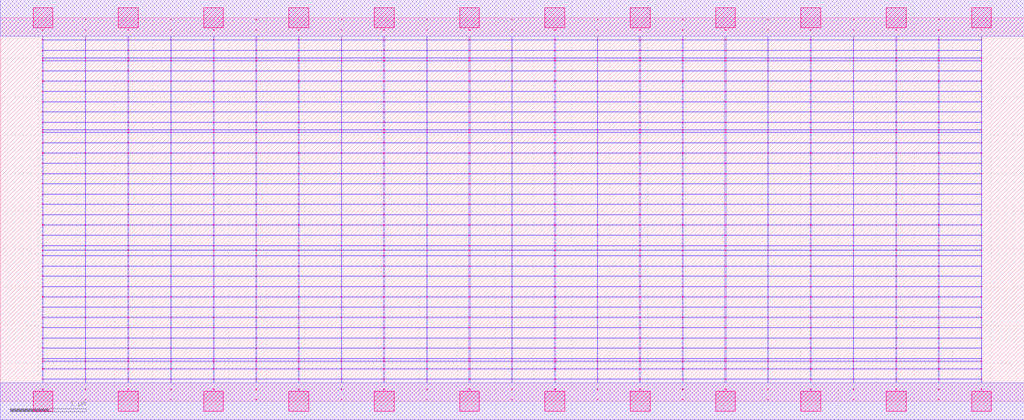
<source format=lef>
MACRO AAAOAI22212_DEBUG
 CLASS CORE ;
 FOREIGN AAAOAI22212_DEBUG 0 0 ;
 SIZE 13.44 BY 5.04 ;
 ORIGIN 0 0 ;
 SYMMETRY X Y R90 ;
 SITE unit ;

 OBS
    LAYER polycont ;
     RECT 6.71600000 2.58300000 6.72400000 2.59100000 ;
     RECT 6.71600000 2.71800000 6.72400000 2.72600000 ;
     RECT 6.71600000 2.85300000 6.72400000 2.86100000 ;
     RECT 6.71600000 2.98800000 6.72400000 2.99600000 ;
     RECT 8.95600000 2.58300000 8.96400000 2.59100000 ;
     RECT 9.51100000 2.58300000 9.52900000 2.59100000 ;
     RECT 10.07600000 2.58300000 10.08400000 2.59100000 ;
     RECT 10.63100000 2.58300000 10.64900000 2.59100000 ;
     RECT 11.19600000 2.58300000 11.20400000 2.59100000 ;
     RECT 11.75600000 2.58300000 11.76900000 2.59100000 ;
     RECT 12.31600000 2.58300000 12.32400000 2.59100000 ;
     RECT 12.87600000 2.58300000 12.88400000 2.59100000 ;
     RECT 7.27100000 2.58300000 7.28900000 2.59100000 ;
     RECT 7.27100000 2.71800000 7.28900000 2.72600000 ;
     RECT 7.83600000 2.71800000 7.84400000 2.72600000 ;
     RECT 8.39100000 2.71800000 8.40900000 2.72600000 ;
     RECT 8.95600000 2.71800000 8.96400000 2.72600000 ;
     RECT 9.51100000 2.71800000 9.52900000 2.72600000 ;
     RECT 10.07600000 2.71800000 10.08400000 2.72600000 ;
     RECT 10.63100000 2.71800000 10.64900000 2.72600000 ;
     RECT 11.19600000 2.71800000 11.20400000 2.72600000 ;
     RECT 11.75600000 2.71800000 11.76900000 2.72600000 ;
     RECT 12.31600000 2.71800000 12.32400000 2.72600000 ;
     RECT 12.87600000 2.71800000 12.88400000 2.72600000 ;
     RECT 7.83600000 2.58300000 7.84400000 2.59100000 ;
     RECT 7.27100000 2.85300000 7.28900000 2.86100000 ;
     RECT 7.83600000 2.85300000 7.84400000 2.86100000 ;
     RECT 8.39100000 2.85300000 8.40900000 2.86100000 ;
     RECT 8.95600000 2.85300000 8.96400000 2.86100000 ;
     RECT 9.51100000 2.85300000 9.52900000 2.86100000 ;
     RECT 10.07600000 2.85300000 10.08400000 2.86100000 ;
     RECT 10.63100000 2.85300000 10.64900000 2.86100000 ;
     RECT 11.19600000 2.85300000 11.20400000 2.86100000 ;
     RECT 11.75600000 2.85300000 11.76900000 2.86100000 ;
     RECT 12.31600000 2.85300000 12.32400000 2.86100000 ;
     RECT 12.87600000 2.85300000 12.88400000 2.86100000 ;
     RECT 8.39100000 2.58300000 8.40900000 2.59100000 ;
     RECT 7.27100000 2.98800000 7.28900000 2.99600000 ;
     RECT 7.83600000 2.98800000 7.84400000 2.99600000 ;
     RECT 8.39100000 2.98800000 8.40900000 2.99600000 ;
     RECT 8.95600000 2.98800000 8.96400000 2.99600000 ;
     RECT 9.51100000 2.98800000 9.52900000 2.99600000 ;
     RECT 10.07600000 2.98800000 10.08400000 2.99600000 ;
     RECT 10.63100000 2.98800000 10.64900000 2.99600000 ;
     RECT 11.19600000 2.98800000 11.20400000 2.99600000 ;
     RECT 11.75600000 2.98800000 11.76900000 2.99600000 ;
     RECT 12.31600000 2.98800000 12.32400000 2.99600000 ;
     RECT 12.87600000 2.98800000 12.88400000 2.99600000 ;
     RECT 12.31600000 3.12300000 12.32400000 3.13100000 ;
     RECT 12.87600000 3.12300000 12.88400000 3.13100000 ;
     RECT 12.31600000 3.25800000 12.32400000 3.26600000 ;
     RECT 12.87600000 3.25800000 12.88400000 3.26600000 ;
     RECT 12.31600000 3.39300000 12.32400000 3.40100000 ;
     RECT 12.87600000 3.39300000 12.88400000 3.40100000 ;
     RECT 12.31600000 3.52800000 12.32400000 3.53600000 ;
     RECT 12.87600000 3.52800000 12.88400000 3.53600000 ;
     RECT 12.31600000 3.56100000 12.32400000 3.56900000 ;
     RECT 12.87600000 3.56100000 12.88400000 3.56900000 ;
     RECT 12.31600000 3.66300000 12.32400000 3.67100000 ;
     RECT 12.87600000 3.66300000 12.88400000 3.67100000 ;
     RECT 12.31600000 3.79800000 12.32400000 3.80600000 ;
     RECT 12.87600000 3.79800000 12.88400000 3.80600000 ;
     RECT 12.31600000 3.93300000 12.32400000 3.94100000 ;
     RECT 12.87600000 3.93300000 12.88400000 3.94100000 ;
     RECT 12.31600000 4.06800000 12.32400000 4.07600000 ;
     RECT 12.87600000 4.06800000 12.88400000 4.07600000 ;
     RECT 12.31600000 4.20300000 12.32400000 4.21100000 ;
     RECT 12.87600000 4.20300000 12.88400000 4.21100000 ;
     RECT 12.31600000 4.33800000 12.32400000 4.34600000 ;
     RECT 12.87600000 4.33800000 12.88400000 4.34600000 ;
     RECT 12.31600000 4.47300000 12.32400000 4.48100000 ;
     RECT 12.87600000 4.47300000 12.88400000 4.48100000 ;
     RECT 12.31600000 4.51100000 12.32400000 4.51900000 ;
     RECT 12.87600000 4.51100000 12.88400000 4.51900000 ;
     RECT 12.31600000 4.60800000 12.32400000 4.61600000 ;
     RECT 12.87600000 4.60800000 12.88400000 4.61600000 ;
     RECT 12.31600000 4.74300000 12.32400000 4.75100000 ;
     RECT 12.87600000 4.74300000 12.88400000 4.75100000 ;
     RECT 12.31600000 4.87800000 12.32400000 4.88600000 ;
     RECT 12.87600000 4.87800000 12.88400000 4.88600000 ;
     RECT 2.23600000 2.58300000 2.24400000 2.59100000 ;
     RECT 2.79600000 2.58300000 2.80900000 2.59100000 ;
     RECT 3.35600000 2.58300000 3.36400000 2.59100000 ;
     RECT 3.91100000 2.58300000 3.92400000 2.59100000 ;
     RECT 4.47600000 2.58300000 4.48400000 2.59100000 ;
     RECT 5.03100000 2.58300000 5.04900000 2.59100000 ;
     RECT 5.59600000 2.58300000 5.60400000 2.59100000 ;
     RECT 6.15100000 2.58300000 6.16900000 2.59100000 ;
     RECT 0.55100000 2.58300000 0.56400000 2.59100000 ;
     RECT 0.55100000 2.71800000 0.56400000 2.72600000 ;
     RECT 0.55100000 2.85300000 0.56400000 2.86100000 ;
     RECT 1.11600000 2.85300000 1.12400000 2.86100000 ;
     RECT 3.35600000 3.12300000 3.36400000 3.13100000 ;
     RECT 1.67100000 2.85300000 1.68900000 2.86100000 ;
     RECT 2.23600000 2.85300000 2.24400000 2.86100000 ;
     RECT 3.35600000 3.25800000 3.36400000 3.26600000 ;
     RECT 2.79600000 2.85300000 2.80900000 2.86100000 ;
     RECT 3.35600000 2.85300000 3.36400000 2.86100000 ;
     RECT 3.35600000 3.39300000 3.36400000 3.40100000 ;
     RECT 3.91100000 2.85300000 3.92400000 2.86100000 ;
     RECT 4.47600000 2.85300000 4.48400000 2.86100000 ;
     RECT 3.35600000 3.52800000 3.36400000 3.53600000 ;
     RECT 5.03100000 2.85300000 5.04900000 2.86100000 ;
     RECT 5.59600000 2.85300000 5.60400000 2.86100000 ;
     RECT 3.35600000 3.56100000 3.36400000 3.56900000 ;
     RECT 6.15100000 2.85300000 6.16900000 2.86100000 ;
     RECT 1.11600000 2.71800000 1.12400000 2.72600000 ;
     RECT 3.35600000 3.66300000 3.36400000 3.67100000 ;
     RECT 1.67100000 2.71800000 1.68900000 2.72600000 ;
     RECT 2.23600000 2.71800000 2.24400000 2.72600000 ;
     RECT 3.35600000 3.79800000 3.36400000 3.80600000 ;
     RECT 2.79600000 2.71800000 2.80900000 2.72600000 ;
     RECT 3.35600000 2.71800000 3.36400000 2.72600000 ;
     RECT 3.35600000 3.93300000 3.36400000 3.94100000 ;
     RECT 3.91100000 2.71800000 3.92400000 2.72600000 ;
     RECT 4.47600000 2.71800000 4.48400000 2.72600000 ;
     RECT 3.35600000 4.06800000 3.36400000 4.07600000 ;
     RECT 5.03100000 2.71800000 5.04900000 2.72600000 ;
     RECT 5.59600000 2.71800000 5.60400000 2.72600000 ;
     RECT 3.35600000 4.20300000 3.36400000 4.21100000 ;
     RECT 6.15100000 2.71800000 6.16900000 2.72600000 ;
     RECT 1.11600000 2.58300000 1.12400000 2.59100000 ;
     RECT 3.35600000 4.33800000 3.36400000 4.34600000 ;
     RECT 1.67100000 2.58300000 1.68900000 2.59100000 ;
     RECT 0.55100000 2.98800000 0.56400000 2.99600000 ;
     RECT 3.35600000 4.47300000 3.36400000 4.48100000 ;
     RECT 1.11600000 2.98800000 1.12400000 2.99600000 ;
     RECT 1.67100000 2.98800000 1.68900000 2.99600000 ;
     RECT 3.35600000 4.51100000 3.36400000 4.51900000 ;
     RECT 2.23600000 2.98800000 2.24400000 2.99600000 ;
     RECT 2.79600000 2.98800000 2.80900000 2.99600000 ;
     RECT 3.35600000 4.60800000 3.36400000 4.61600000 ;
     RECT 3.35600000 2.98800000 3.36400000 2.99600000 ;
     RECT 3.91100000 2.98800000 3.92400000 2.99600000 ;
     RECT 3.35600000 4.74300000 3.36400000 4.75100000 ;
     RECT 4.47600000 2.98800000 4.48400000 2.99600000 ;
     RECT 5.03100000 2.98800000 5.04900000 2.99600000 ;
     RECT 3.35600000 4.87800000 3.36400000 4.88600000 ;
     RECT 5.59600000 2.98800000 5.60400000 2.99600000 ;
     RECT 6.15100000 2.98800000 6.16900000 2.99600000 ;
     RECT 5.59600000 0.15300000 5.60400000 0.16100000 ;
     RECT 5.59600000 0.28800000 5.60400000 0.29600000 ;
     RECT 5.59600000 0.42300000 5.60400000 0.43100000 ;
     RECT 5.59600000 0.52100000 5.60400000 0.52900000 ;
     RECT 5.59600000 0.55800000 5.60400000 0.56600000 ;
     RECT 5.59600000 0.69300000 5.60400000 0.70100000 ;
     RECT 5.59600000 0.82800000 5.60400000 0.83600000 ;
     RECT 5.59600000 0.96300000 5.60400000 0.97100000 ;
     RECT 5.59600000 1.09800000 5.60400000 1.10600000 ;
     RECT 5.59600000 1.23300000 5.60400000 1.24100000 ;
     RECT 5.59600000 1.36800000 5.60400000 1.37600000 ;
     RECT 5.59600000 1.50300000 5.60400000 1.51100000 ;
     RECT 5.59600000 1.63800000 5.60400000 1.64600000 ;
     RECT 5.59600000 1.77300000 5.60400000 1.78100000 ;
     RECT 5.59600000 1.90800000 5.60400000 1.91600000 ;
     RECT 5.59600000 1.98100000 5.60400000 1.98900000 ;
     RECT 5.59600000 2.04300000 5.60400000 2.05100000 ;
     RECT 5.59600000 2.17800000 5.60400000 2.18600000 ;
     RECT 5.59600000 2.31300000 5.60400000 2.32100000 ;
     RECT 5.59600000 2.44800000 5.60400000 2.45600000 ;
     RECT 8.95600000 0.42300000 8.96400000 0.43100000 ;
     RECT 8.95600000 1.36800000 8.96400000 1.37600000 ;
     RECT 8.95600000 0.69300000 8.96400000 0.70100000 ;
     RECT 8.95600000 1.50300000 8.96400000 1.51100000 ;
     RECT 8.95600000 0.28800000 8.96400000 0.29600000 ;
     RECT 8.95600000 1.63800000 8.96400000 1.64600000 ;
     RECT 8.95600000 0.82800000 8.96400000 0.83600000 ;
     RECT 8.95600000 1.77300000 8.96400000 1.78100000 ;
     RECT 8.95600000 0.52100000 8.96400000 0.52900000 ;
     RECT 8.95600000 1.90800000 8.96400000 1.91600000 ;
     RECT 8.95600000 0.96300000 8.96400000 0.97100000 ;
     RECT 8.95600000 1.98100000 8.96400000 1.98900000 ;
     RECT 8.95600000 0.15300000 8.96400000 0.16100000 ;
     RECT 8.95600000 2.04300000 8.96400000 2.05100000 ;
     RECT 8.95600000 1.09800000 8.96400000 1.10600000 ;
     RECT 8.95600000 2.17800000 8.96400000 2.18600000 ;
     RECT 8.95600000 0.55800000 8.96400000 0.56600000 ;
     RECT 8.95600000 2.31300000 8.96400000 2.32100000 ;
     RECT 8.95600000 1.23300000 8.96400000 1.24100000 ;
     RECT 8.95600000 2.44800000 8.96400000 2.45600000 ;

    LAYER pdiffc ;
     RECT 0.55100000 3.39300000 0.55900000 3.40100000 ;
     RECT 2.80100000 3.39300000 2.80900000 3.40100000 ;
     RECT 3.91100000 3.39300000 3.91900000 3.40100000 ;
     RECT 11.76100000 3.39300000 11.76900000 3.40100000 ;
     RECT 0.55100000 3.52800000 0.55900000 3.53600000 ;
     RECT 2.80100000 3.52800000 2.80900000 3.53600000 ;
     RECT 3.91100000 3.52800000 3.91900000 3.53600000 ;
     RECT 11.76100000 3.52800000 11.76900000 3.53600000 ;
     RECT 0.55100000 3.56100000 0.55900000 3.56900000 ;
     RECT 2.80100000 3.56100000 2.80900000 3.56900000 ;
     RECT 3.91100000 3.56100000 3.91900000 3.56900000 ;
     RECT 11.76100000 3.56100000 11.76900000 3.56900000 ;
     RECT 0.55100000 3.66300000 0.55900000 3.67100000 ;
     RECT 2.80100000 3.66300000 2.80900000 3.67100000 ;
     RECT 3.91100000 3.66300000 3.91900000 3.67100000 ;
     RECT 11.76100000 3.66300000 11.76900000 3.67100000 ;
     RECT 0.55100000 3.79800000 0.55900000 3.80600000 ;
     RECT 2.80100000 3.79800000 2.80900000 3.80600000 ;
     RECT 3.91100000 3.79800000 3.91900000 3.80600000 ;
     RECT 11.76100000 3.79800000 11.76900000 3.80600000 ;
     RECT 0.55100000 3.93300000 0.55900000 3.94100000 ;
     RECT 2.80100000 3.93300000 2.80900000 3.94100000 ;
     RECT 3.91100000 3.93300000 3.91900000 3.94100000 ;
     RECT 11.76100000 3.93300000 11.76900000 3.94100000 ;
     RECT 0.55100000 4.06800000 0.55900000 4.07600000 ;
     RECT 2.80100000 4.06800000 2.80900000 4.07600000 ;
     RECT 3.91100000 4.06800000 3.91900000 4.07600000 ;
     RECT 11.76100000 4.06800000 11.76900000 4.07600000 ;
     RECT 0.55100000 4.20300000 0.55900000 4.21100000 ;
     RECT 2.80100000 4.20300000 2.80900000 4.21100000 ;
     RECT 3.91100000 4.20300000 3.91900000 4.21100000 ;
     RECT 11.76100000 4.20300000 11.76900000 4.21100000 ;
     RECT 0.55100000 4.33800000 0.55900000 4.34600000 ;
     RECT 2.80100000 4.33800000 2.80900000 4.34600000 ;
     RECT 3.91100000 4.33800000 3.91900000 4.34600000 ;
     RECT 11.76100000 4.33800000 11.76900000 4.34600000 ;
     RECT 0.55100000 4.47300000 0.55900000 4.48100000 ;
     RECT 2.80100000 4.47300000 2.80900000 4.48100000 ;
     RECT 3.91100000 4.47300000 3.91900000 4.48100000 ;
     RECT 11.76100000 4.47300000 11.76900000 4.48100000 ;
     RECT 0.55100000 4.51100000 0.55900000 4.51900000 ;
     RECT 2.80100000 4.51100000 2.80900000 4.51900000 ;
     RECT 3.91100000 4.51100000 3.91900000 4.51900000 ;
     RECT 11.76100000 4.51100000 11.76900000 4.51900000 ;
     RECT 0.55100000 4.60800000 0.55900000 4.61600000 ;
     RECT 2.80100000 4.60800000 2.80900000 4.61600000 ;
     RECT 3.91100000 4.60800000 3.91900000 4.61600000 ;
     RECT 11.76100000 4.60800000 11.76900000 4.61600000 ;

    LAYER ndiffc ;
     RECT 7.27100000 0.42300000 7.28900000 0.43100000 ;
     RECT 8.39100000 0.42300000 8.40900000 0.43100000 ;
     RECT 9.51100000 0.42300000 9.52900000 0.43100000 ;
     RECT 10.63100000 0.42300000 10.64900000 0.43100000 ;
     RECT 11.75600000 0.42300000 11.76900000 0.43100000 ;
     RECT 12.87600000 0.42300000 12.88400000 0.43100000 ;
     RECT 7.27100000 0.52100000 7.28900000 0.52900000 ;
     RECT 8.39100000 0.52100000 8.40900000 0.52900000 ;
     RECT 9.51100000 0.52100000 9.52900000 0.52900000 ;
     RECT 10.63100000 0.52100000 10.64900000 0.52900000 ;
     RECT 11.75600000 0.52100000 11.76900000 0.52900000 ;
     RECT 12.87600000 0.52100000 12.88400000 0.52900000 ;
     RECT 7.27100000 0.55800000 7.28900000 0.56600000 ;
     RECT 8.39100000 0.55800000 8.40900000 0.56600000 ;
     RECT 9.51100000 0.55800000 9.52900000 0.56600000 ;
     RECT 10.63100000 0.55800000 10.64900000 0.56600000 ;
     RECT 11.75600000 0.55800000 11.76900000 0.56600000 ;
     RECT 12.87600000 0.55800000 12.88400000 0.56600000 ;
     RECT 7.27100000 0.69300000 7.28900000 0.70100000 ;
     RECT 8.39100000 0.69300000 8.40900000 0.70100000 ;
     RECT 9.51100000 0.69300000 9.52900000 0.70100000 ;
     RECT 10.63100000 0.69300000 10.64900000 0.70100000 ;
     RECT 11.75600000 0.69300000 11.76900000 0.70100000 ;
     RECT 12.87600000 0.69300000 12.88400000 0.70100000 ;
     RECT 7.27100000 0.82800000 7.28900000 0.83600000 ;
     RECT 8.39100000 0.82800000 8.40900000 0.83600000 ;
     RECT 9.51100000 0.82800000 9.52900000 0.83600000 ;
     RECT 10.63100000 0.82800000 10.64900000 0.83600000 ;
     RECT 11.75600000 0.82800000 11.76900000 0.83600000 ;
     RECT 12.87600000 0.82800000 12.88400000 0.83600000 ;
     RECT 7.27100000 0.96300000 7.28900000 0.97100000 ;
     RECT 8.39100000 0.96300000 8.40900000 0.97100000 ;
     RECT 9.51100000 0.96300000 9.52900000 0.97100000 ;
     RECT 10.63100000 0.96300000 10.64900000 0.97100000 ;
     RECT 11.75600000 0.96300000 11.76900000 0.97100000 ;
     RECT 12.87600000 0.96300000 12.88400000 0.97100000 ;
     RECT 7.27100000 1.09800000 7.28900000 1.10600000 ;
     RECT 8.39100000 1.09800000 8.40900000 1.10600000 ;
     RECT 9.51100000 1.09800000 9.52900000 1.10600000 ;
     RECT 10.63100000 1.09800000 10.64900000 1.10600000 ;
     RECT 11.75600000 1.09800000 11.76900000 1.10600000 ;
     RECT 12.87600000 1.09800000 12.88400000 1.10600000 ;
     RECT 7.27100000 1.23300000 7.28900000 1.24100000 ;
     RECT 8.39100000 1.23300000 8.40900000 1.24100000 ;
     RECT 9.51100000 1.23300000 9.52900000 1.24100000 ;
     RECT 10.63100000 1.23300000 10.64900000 1.24100000 ;
     RECT 11.75600000 1.23300000 11.76900000 1.24100000 ;
     RECT 12.87600000 1.23300000 12.88400000 1.24100000 ;
     RECT 7.27100000 1.36800000 7.28900000 1.37600000 ;
     RECT 8.39100000 1.36800000 8.40900000 1.37600000 ;
     RECT 9.51100000 1.36800000 9.52900000 1.37600000 ;
     RECT 10.63100000 1.36800000 10.64900000 1.37600000 ;
     RECT 11.75600000 1.36800000 11.76900000 1.37600000 ;
     RECT 12.87600000 1.36800000 12.88400000 1.37600000 ;
     RECT 7.27100000 1.50300000 7.28900000 1.51100000 ;
     RECT 8.39100000 1.50300000 8.40900000 1.51100000 ;
     RECT 9.51100000 1.50300000 9.52900000 1.51100000 ;
     RECT 10.63100000 1.50300000 10.64900000 1.51100000 ;
     RECT 11.75600000 1.50300000 11.76900000 1.51100000 ;
     RECT 12.87600000 1.50300000 12.88400000 1.51100000 ;
     RECT 7.27100000 1.63800000 7.28900000 1.64600000 ;
     RECT 8.39100000 1.63800000 8.40900000 1.64600000 ;
     RECT 9.51100000 1.63800000 9.52900000 1.64600000 ;
     RECT 10.63100000 1.63800000 10.64900000 1.64600000 ;
     RECT 11.75600000 1.63800000 11.76900000 1.64600000 ;
     RECT 12.87600000 1.63800000 12.88400000 1.64600000 ;
     RECT 7.27100000 1.77300000 7.28900000 1.78100000 ;
     RECT 8.39100000 1.77300000 8.40900000 1.78100000 ;
     RECT 9.51100000 1.77300000 9.52900000 1.78100000 ;
     RECT 10.63100000 1.77300000 10.64900000 1.78100000 ;
     RECT 11.75600000 1.77300000 11.76900000 1.78100000 ;
     RECT 12.87600000 1.77300000 12.88400000 1.78100000 ;
     RECT 7.27100000 1.90800000 7.28900000 1.91600000 ;
     RECT 8.39100000 1.90800000 8.40900000 1.91600000 ;
     RECT 9.51100000 1.90800000 9.52900000 1.91600000 ;
     RECT 10.63100000 1.90800000 10.64900000 1.91600000 ;
     RECT 11.75600000 1.90800000 11.76900000 1.91600000 ;
     RECT 12.87600000 1.90800000 12.88400000 1.91600000 ;
     RECT 7.27100000 1.98100000 7.28900000 1.98900000 ;
     RECT 8.39100000 1.98100000 8.40900000 1.98900000 ;
     RECT 9.51100000 1.98100000 9.52900000 1.98900000 ;
     RECT 10.63100000 1.98100000 10.64900000 1.98900000 ;
     RECT 11.75600000 1.98100000 11.76900000 1.98900000 ;
     RECT 12.87600000 1.98100000 12.88400000 1.98900000 ;
     RECT 7.27100000 2.04300000 7.28900000 2.05100000 ;
     RECT 8.39100000 2.04300000 8.40900000 2.05100000 ;
     RECT 9.51100000 2.04300000 9.52900000 2.05100000 ;
     RECT 10.63100000 2.04300000 10.64900000 2.05100000 ;
     RECT 11.75600000 2.04300000 11.76900000 2.05100000 ;
     RECT 12.87600000 2.04300000 12.88400000 2.05100000 ;
     RECT 0.55100000 0.42300000 0.56400000 0.43100000 ;
     RECT 1.67100000 0.42300000 1.68900000 0.43100000 ;
     RECT 2.79600000 0.42300000 2.80900000 0.43100000 ;
     RECT 3.91100000 0.42300000 3.92400000 0.43100000 ;
     RECT 5.03100000 0.42300000 5.04900000 0.43100000 ;
     RECT 6.15100000 0.42300000 6.16900000 0.43100000 ;
     RECT 0.55100000 1.36800000 0.56400000 1.37600000 ;
     RECT 1.67100000 1.36800000 1.68900000 1.37600000 ;
     RECT 2.79600000 1.36800000 2.80900000 1.37600000 ;
     RECT 3.91100000 1.36800000 3.92400000 1.37600000 ;
     RECT 5.03100000 1.36800000 5.04900000 1.37600000 ;
     RECT 6.15100000 1.36800000 6.16900000 1.37600000 ;
     RECT 0.55100000 0.82800000 0.56400000 0.83600000 ;
     RECT 1.67100000 0.82800000 1.68900000 0.83600000 ;
     RECT 2.79600000 0.82800000 2.80900000 0.83600000 ;
     RECT 3.91100000 0.82800000 3.92400000 0.83600000 ;
     RECT 5.03100000 0.82800000 5.04900000 0.83600000 ;
     RECT 6.15100000 0.82800000 6.16900000 0.83600000 ;
     RECT 0.55100000 1.50300000 0.56400000 1.51100000 ;
     RECT 1.67100000 1.50300000 1.68900000 1.51100000 ;
     RECT 2.79600000 1.50300000 2.80900000 1.51100000 ;
     RECT 3.91100000 1.50300000 3.92400000 1.51100000 ;
     RECT 5.03100000 1.50300000 5.04900000 1.51100000 ;
     RECT 6.15100000 1.50300000 6.16900000 1.51100000 ;
     RECT 0.55100000 0.55800000 0.56400000 0.56600000 ;
     RECT 1.67100000 0.55800000 1.68900000 0.56600000 ;
     RECT 2.79600000 0.55800000 2.80900000 0.56600000 ;
     RECT 3.91100000 0.55800000 3.92400000 0.56600000 ;
     RECT 5.03100000 0.55800000 5.04900000 0.56600000 ;
     RECT 6.15100000 0.55800000 6.16900000 0.56600000 ;
     RECT 0.55100000 1.63800000 0.56400000 1.64600000 ;
     RECT 1.67100000 1.63800000 1.68900000 1.64600000 ;
     RECT 2.79600000 1.63800000 2.80900000 1.64600000 ;
     RECT 3.91100000 1.63800000 3.92400000 1.64600000 ;
     RECT 5.03100000 1.63800000 5.04900000 1.64600000 ;
     RECT 6.15100000 1.63800000 6.16900000 1.64600000 ;
     RECT 0.55100000 0.96300000 0.56400000 0.97100000 ;
     RECT 1.67100000 0.96300000 1.68900000 0.97100000 ;
     RECT 2.79600000 0.96300000 2.80900000 0.97100000 ;
     RECT 3.91100000 0.96300000 3.92400000 0.97100000 ;
     RECT 5.03100000 0.96300000 5.04900000 0.97100000 ;
     RECT 6.15100000 0.96300000 6.16900000 0.97100000 ;
     RECT 0.55100000 1.77300000 0.56400000 1.78100000 ;
     RECT 1.67100000 1.77300000 1.68900000 1.78100000 ;
     RECT 2.79600000 1.77300000 2.80900000 1.78100000 ;
     RECT 3.91100000 1.77300000 3.92400000 1.78100000 ;
     RECT 5.03100000 1.77300000 5.04900000 1.78100000 ;
     RECT 6.15100000 1.77300000 6.16900000 1.78100000 ;
     RECT 0.55100000 0.52100000 0.56400000 0.52900000 ;
     RECT 1.67100000 0.52100000 1.68900000 0.52900000 ;
     RECT 2.79600000 0.52100000 2.80900000 0.52900000 ;
     RECT 3.91100000 0.52100000 3.92400000 0.52900000 ;
     RECT 5.03100000 0.52100000 5.04900000 0.52900000 ;
     RECT 6.15100000 0.52100000 6.16900000 0.52900000 ;
     RECT 0.55100000 1.90800000 0.56400000 1.91600000 ;
     RECT 1.67100000 1.90800000 1.68900000 1.91600000 ;
     RECT 2.79600000 1.90800000 2.80900000 1.91600000 ;
     RECT 3.91100000 1.90800000 3.92400000 1.91600000 ;
     RECT 5.03100000 1.90800000 5.04900000 1.91600000 ;
     RECT 6.15100000 1.90800000 6.16900000 1.91600000 ;
     RECT 0.55100000 1.09800000 0.56400000 1.10600000 ;
     RECT 1.67100000 1.09800000 1.68900000 1.10600000 ;
     RECT 2.79600000 1.09800000 2.80900000 1.10600000 ;
     RECT 3.91100000 1.09800000 3.92400000 1.10600000 ;
     RECT 5.03100000 1.09800000 5.04900000 1.10600000 ;
     RECT 6.15100000 1.09800000 6.16900000 1.10600000 ;
     RECT 0.55100000 1.98100000 0.56400000 1.98900000 ;
     RECT 1.67100000 1.98100000 1.68900000 1.98900000 ;
     RECT 2.79600000 1.98100000 2.80900000 1.98900000 ;
     RECT 3.91100000 1.98100000 3.92400000 1.98900000 ;
     RECT 5.03100000 1.98100000 5.04900000 1.98900000 ;
     RECT 6.15100000 1.98100000 6.16900000 1.98900000 ;
     RECT 0.55100000 0.69300000 0.56400000 0.70100000 ;
     RECT 1.67100000 0.69300000 1.68900000 0.70100000 ;
     RECT 2.79600000 0.69300000 2.80900000 0.70100000 ;
     RECT 3.91100000 0.69300000 3.92400000 0.70100000 ;
     RECT 5.03100000 0.69300000 5.04900000 0.70100000 ;
     RECT 6.15100000 0.69300000 6.16900000 0.70100000 ;
     RECT 0.55100000 2.04300000 0.56400000 2.05100000 ;
     RECT 1.67100000 2.04300000 1.68900000 2.05100000 ;
     RECT 2.79600000 2.04300000 2.80900000 2.05100000 ;
     RECT 3.91100000 2.04300000 3.92400000 2.05100000 ;
     RECT 5.03100000 2.04300000 5.04900000 2.05100000 ;
     RECT 6.15100000 2.04300000 6.16900000 2.05100000 ;
     RECT 0.55100000 1.23300000 0.56400000 1.24100000 ;
     RECT 1.67100000 1.23300000 1.68900000 1.24100000 ;
     RECT 2.79600000 1.23300000 2.80900000 1.24100000 ;
     RECT 3.91100000 1.23300000 3.92400000 1.24100000 ;
     RECT 5.03100000 1.23300000 5.04900000 1.24100000 ;
     RECT 6.15100000 1.23300000 6.16900000 1.24100000 ;

    LAYER met1 ;
     RECT 0.00000000 -0.24000000 13.44000000 0.24000000 ;
     RECT 6.71600000 0.24000000 6.72400000 0.28800000 ;
     RECT 0.55100000 0.28800000 12.88400000 0.29600000 ;
     RECT 6.71600000 0.29600000 6.72400000 0.42300000 ;
     RECT 0.55100000 0.42300000 12.88400000 0.43100000 ;
     RECT 6.71600000 0.43100000 6.72400000 0.52100000 ;
     RECT 0.55100000 0.52100000 12.88400000 0.52900000 ;
     RECT 6.71600000 0.52900000 6.72400000 0.55800000 ;
     RECT 0.55100000 0.55800000 12.88400000 0.56600000 ;
     RECT 6.71600000 0.56600000 6.72400000 0.69300000 ;
     RECT 0.55100000 0.69300000 12.88400000 0.70100000 ;
     RECT 6.71600000 0.70100000 6.72400000 0.82800000 ;
     RECT 0.55100000 0.82800000 12.88400000 0.83600000 ;
     RECT 6.71600000 0.83600000 6.72400000 0.96300000 ;
     RECT 0.55100000 0.96300000 12.88400000 0.97100000 ;
     RECT 6.71600000 0.97100000 6.72400000 1.09800000 ;
     RECT 0.55100000 1.09800000 12.88400000 1.10600000 ;
     RECT 6.71600000 1.10600000 6.72400000 1.23300000 ;
     RECT 0.55100000 1.23300000 12.88400000 1.24100000 ;
     RECT 6.71600000 1.24100000 6.72400000 1.36800000 ;
     RECT 0.55100000 1.36800000 12.88400000 1.37600000 ;
     RECT 6.71600000 1.37600000 6.72400000 1.50300000 ;
     RECT 0.55100000 1.50300000 12.88400000 1.51100000 ;
     RECT 6.71600000 1.51100000 6.72400000 1.63800000 ;
     RECT 0.55100000 1.63800000 12.88400000 1.64600000 ;
     RECT 6.71600000 1.64600000 6.72400000 1.77300000 ;
     RECT 0.55100000 1.77300000 12.88400000 1.78100000 ;
     RECT 6.71600000 1.78100000 6.72400000 1.90800000 ;
     RECT 0.55100000 1.90800000 12.88400000 1.91600000 ;
     RECT 6.71600000 1.91600000 6.72400000 1.98100000 ;
     RECT 0.55100000 1.98100000 12.88400000 1.98900000 ;
     RECT 6.71600000 1.98900000 6.72400000 2.04300000 ;
     RECT 0.55100000 2.04300000 12.88400000 2.05100000 ;
     RECT 6.71600000 2.05100000 6.72400000 2.17800000 ;
     RECT 0.55100000 2.17800000 12.88400000 2.18600000 ;
     RECT 6.71600000 2.18600000 6.72400000 2.31300000 ;
     RECT 0.55100000 2.31300000 12.88400000 2.32100000 ;
     RECT 6.71600000 2.32100000 6.72400000 2.44800000 ;
     RECT 0.55100000 2.44800000 12.88400000 2.45600000 ;
     RECT 0.55100000 2.45600000 0.56400000 2.58300000 ;
     RECT 1.11600000 2.45600000 1.12400000 2.58300000 ;
     RECT 1.67100000 2.45600000 1.68900000 2.58300000 ;
     RECT 2.23600000 2.45600000 2.24400000 2.58300000 ;
     RECT 2.79600000 2.45600000 2.80900000 2.58300000 ;
     RECT 3.35600000 2.45600000 3.36400000 2.58300000 ;
     RECT 3.91100000 2.45600000 3.92400000 2.58300000 ;
     RECT 4.47600000 2.45600000 4.48400000 2.58300000 ;
     RECT 5.03100000 2.45600000 5.04900000 2.58300000 ;
     RECT 5.59600000 2.45600000 5.60400000 2.58300000 ;
     RECT 6.15100000 2.45600000 6.16900000 2.58300000 ;
     RECT 6.71600000 2.45600000 6.72400000 2.58300000 ;
     RECT 7.27100000 2.45600000 7.28900000 2.58300000 ;
     RECT 7.83600000 2.45600000 7.84400000 2.58300000 ;
     RECT 8.39100000 2.45600000 8.40900000 2.58300000 ;
     RECT 8.95600000 2.45600000 8.96400000 2.58300000 ;
     RECT 9.51100000 2.45600000 9.52900000 2.58300000 ;
     RECT 10.07600000 2.45600000 10.08400000 2.58300000 ;
     RECT 10.63100000 2.45600000 10.64900000 2.58300000 ;
     RECT 11.19600000 2.45600000 11.20400000 2.58300000 ;
     RECT 11.75600000 2.45600000 11.76900000 2.58300000 ;
     RECT 12.31600000 2.45600000 12.32400000 2.58300000 ;
     RECT 12.87600000 2.45600000 12.88400000 2.58300000 ;
     RECT 0.55100000 2.58300000 12.88400000 2.59100000 ;
     RECT 6.71600000 2.59100000 6.72400000 2.71800000 ;
     RECT 0.55100000 2.71800000 12.88400000 2.72600000 ;
     RECT 6.71600000 2.72600000 6.72400000 2.85300000 ;
     RECT 0.55100000 2.85300000 12.88400000 2.86100000 ;
     RECT 6.71600000 2.86100000 6.72400000 2.98800000 ;
     RECT 0.55100000 2.98800000 12.88400000 2.99600000 ;
     RECT 6.71600000 2.99600000 6.72400000 3.12300000 ;
     RECT 0.55100000 3.12300000 12.88400000 3.13100000 ;
     RECT 6.71600000 3.13100000 6.72400000 3.25800000 ;
     RECT 0.55100000 3.25800000 12.88400000 3.26600000 ;
     RECT 6.71600000 3.26600000 6.72400000 3.39300000 ;
     RECT 0.55100000 3.39300000 12.88400000 3.40100000 ;
     RECT 6.71600000 3.40100000 6.72400000 3.52800000 ;
     RECT 0.55100000 3.52800000 12.88400000 3.53600000 ;
     RECT 6.71600000 3.53600000 6.72400000 3.56100000 ;
     RECT 0.55100000 3.56100000 12.88400000 3.56900000 ;
     RECT 6.71600000 3.56900000 6.72400000 3.66300000 ;
     RECT 0.55100000 3.66300000 12.88400000 3.67100000 ;
     RECT 6.71600000 3.67100000 6.72400000 3.79800000 ;
     RECT 0.55100000 3.79800000 12.88400000 3.80600000 ;
     RECT 6.71600000 3.80600000 6.72400000 3.93300000 ;
     RECT 0.55100000 3.93300000 12.88400000 3.94100000 ;
     RECT 6.71600000 3.94100000 6.72400000 4.06800000 ;
     RECT 0.55100000 4.06800000 12.88400000 4.07600000 ;
     RECT 6.71600000 4.07600000 6.72400000 4.20300000 ;
     RECT 0.55100000 4.20300000 12.88400000 4.21100000 ;
     RECT 6.71600000 4.21100000 6.72400000 4.33800000 ;
     RECT 0.55100000 4.33800000 12.88400000 4.34600000 ;
     RECT 6.71600000 4.34600000 6.72400000 4.47300000 ;
     RECT 0.55100000 4.47300000 12.88400000 4.48100000 ;
     RECT 6.71600000 4.48100000 6.72400000 4.51100000 ;
     RECT 0.55100000 4.51100000 12.88400000 4.51900000 ;
     RECT 6.71600000 4.51900000 6.72400000 4.60800000 ;
     RECT 0.55100000 4.60800000 12.88400000 4.61600000 ;
     RECT 6.71600000 4.61600000 6.72400000 4.74300000 ;
     RECT 0.55100000 4.74300000 12.88400000 4.75100000 ;
     RECT 6.71600000 4.75100000 6.72400000 4.80000000 ;
     RECT 0.00000000 4.80000000 13.44000000 5.28000000 ;
     RECT 10.07600000 2.59100000 10.08400000 2.71800000 ;
     RECT 10.07600000 2.99600000 10.08400000 3.12300000 ;
     RECT 10.07600000 3.13100000 10.08400000 3.25800000 ;
     RECT 10.07600000 3.26600000 10.08400000 3.39300000 ;
     RECT 10.07600000 3.40100000 10.08400000 3.52800000 ;
     RECT 10.07600000 3.53600000 10.08400000 3.56100000 ;
     RECT 10.07600000 3.56900000 10.08400000 3.66300000 ;
     RECT 10.07600000 3.67100000 10.08400000 3.79800000 ;
     RECT 10.07600000 2.72600000 10.08400000 2.85300000 ;
     RECT 7.27100000 3.80600000 7.28900000 3.93300000 ;
     RECT 7.83600000 3.80600000 7.84400000 3.93300000 ;
     RECT 8.39100000 3.80600000 8.40900000 3.93300000 ;
     RECT 8.95600000 3.80600000 8.96400000 3.93300000 ;
     RECT 9.51100000 3.80600000 9.52900000 3.93300000 ;
     RECT 10.07600000 3.80600000 10.08400000 3.93300000 ;
     RECT 10.63100000 3.80600000 10.64900000 3.93300000 ;
     RECT 11.19600000 3.80600000 11.20400000 3.93300000 ;
     RECT 11.75600000 3.80600000 11.76900000 3.93300000 ;
     RECT 12.31600000 3.80600000 12.32400000 3.93300000 ;
     RECT 12.87600000 3.80600000 12.88400000 3.93300000 ;
     RECT 10.07600000 3.94100000 10.08400000 4.06800000 ;
     RECT 10.07600000 4.07600000 10.08400000 4.20300000 ;
     RECT 10.07600000 4.21100000 10.08400000 4.33800000 ;
     RECT 10.07600000 4.34600000 10.08400000 4.47300000 ;
     RECT 10.07600000 4.48100000 10.08400000 4.51100000 ;
     RECT 10.07600000 2.86100000 10.08400000 2.98800000 ;
     RECT 10.07600000 4.51900000 10.08400000 4.60800000 ;
     RECT 10.07600000 4.61600000 10.08400000 4.74300000 ;
     RECT 10.07600000 4.75100000 10.08400000 4.80000000 ;
     RECT 11.75600000 4.07600000 11.76900000 4.20300000 ;
     RECT 12.31600000 4.07600000 12.32400000 4.20300000 ;
     RECT 12.87600000 4.07600000 12.88400000 4.20300000 ;
     RECT 11.19600000 3.94100000 11.20400000 4.06800000 ;
     RECT 10.63100000 4.21100000 10.64900000 4.33800000 ;
     RECT 11.19600000 4.21100000 11.20400000 4.33800000 ;
     RECT 11.75600000 4.21100000 11.76900000 4.33800000 ;
     RECT 12.31600000 4.21100000 12.32400000 4.33800000 ;
     RECT 12.87600000 4.21100000 12.88400000 4.33800000 ;
     RECT 11.75600000 3.94100000 11.76900000 4.06800000 ;
     RECT 10.63100000 4.34600000 10.64900000 4.47300000 ;
     RECT 11.19600000 4.34600000 11.20400000 4.47300000 ;
     RECT 11.75600000 4.34600000 11.76900000 4.47300000 ;
     RECT 12.31600000 4.34600000 12.32400000 4.47300000 ;
     RECT 12.87600000 4.34600000 12.88400000 4.47300000 ;
     RECT 12.31600000 3.94100000 12.32400000 4.06800000 ;
     RECT 10.63100000 4.48100000 10.64900000 4.51100000 ;
     RECT 11.19600000 4.48100000 11.20400000 4.51100000 ;
     RECT 11.75600000 4.48100000 11.76900000 4.51100000 ;
     RECT 12.31600000 4.48100000 12.32400000 4.51100000 ;
     RECT 12.87600000 4.48100000 12.88400000 4.51100000 ;
     RECT 12.87600000 3.94100000 12.88400000 4.06800000 ;
     RECT 10.63100000 3.94100000 10.64900000 4.06800000 ;
     RECT 10.63100000 4.51900000 10.64900000 4.60800000 ;
     RECT 11.19600000 4.51900000 11.20400000 4.60800000 ;
     RECT 11.75600000 4.51900000 11.76900000 4.60800000 ;
     RECT 12.31600000 4.51900000 12.32400000 4.60800000 ;
     RECT 12.87600000 4.51900000 12.88400000 4.60800000 ;
     RECT 10.63100000 4.07600000 10.64900000 4.20300000 ;
     RECT 10.63100000 4.61600000 10.64900000 4.74300000 ;
     RECT 11.19600000 4.61600000 11.20400000 4.74300000 ;
     RECT 11.75600000 4.61600000 11.76900000 4.74300000 ;
     RECT 12.31600000 4.61600000 12.32400000 4.74300000 ;
     RECT 12.87600000 4.61600000 12.88400000 4.74300000 ;
     RECT 11.19600000 4.07600000 11.20400000 4.20300000 ;
     RECT 10.63100000 4.75100000 10.64900000 4.80000000 ;
     RECT 11.19600000 4.75100000 11.20400000 4.80000000 ;
     RECT 11.75600000 4.75100000 11.76900000 4.80000000 ;
     RECT 12.31600000 4.75100000 12.32400000 4.80000000 ;
     RECT 12.87600000 4.75100000 12.88400000 4.80000000 ;
     RECT 8.39100000 4.21100000 8.40900000 4.33800000 ;
     RECT 8.95600000 4.21100000 8.96400000 4.33800000 ;
     RECT 9.51100000 4.21100000 9.52900000 4.33800000 ;
     RECT 7.83600000 4.07600000 7.84400000 4.20300000 ;
     RECT 8.39100000 4.07600000 8.40900000 4.20300000 ;
     RECT 8.95600000 4.07600000 8.96400000 4.20300000 ;
     RECT 9.51100000 4.07600000 9.52900000 4.20300000 ;
     RECT 7.27100000 4.51900000 7.28900000 4.60800000 ;
     RECT 7.83600000 4.51900000 7.84400000 4.60800000 ;
     RECT 8.39100000 4.51900000 8.40900000 4.60800000 ;
     RECT 8.95600000 4.51900000 8.96400000 4.60800000 ;
     RECT 9.51100000 4.51900000 9.52900000 4.60800000 ;
     RECT 7.83600000 3.94100000 7.84400000 4.06800000 ;
     RECT 8.39100000 3.94100000 8.40900000 4.06800000 ;
     RECT 7.27100000 4.34600000 7.28900000 4.47300000 ;
     RECT 7.83600000 4.34600000 7.84400000 4.47300000 ;
     RECT 8.39100000 4.34600000 8.40900000 4.47300000 ;
     RECT 8.95600000 4.34600000 8.96400000 4.47300000 ;
     RECT 7.27100000 4.61600000 7.28900000 4.74300000 ;
     RECT 7.83600000 4.61600000 7.84400000 4.74300000 ;
     RECT 8.39100000 4.61600000 8.40900000 4.74300000 ;
     RECT 8.95600000 4.61600000 8.96400000 4.74300000 ;
     RECT 9.51100000 4.61600000 9.52900000 4.74300000 ;
     RECT 9.51100000 4.34600000 9.52900000 4.47300000 ;
     RECT 8.95600000 3.94100000 8.96400000 4.06800000 ;
     RECT 9.51100000 3.94100000 9.52900000 4.06800000 ;
     RECT 7.27100000 3.94100000 7.28900000 4.06800000 ;
     RECT 7.27100000 4.07600000 7.28900000 4.20300000 ;
     RECT 7.27100000 4.21100000 7.28900000 4.33800000 ;
     RECT 7.27100000 4.75100000 7.28900000 4.80000000 ;
     RECT 7.83600000 4.75100000 7.84400000 4.80000000 ;
     RECT 8.39100000 4.75100000 8.40900000 4.80000000 ;
     RECT 8.95600000 4.75100000 8.96400000 4.80000000 ;
     RECT 9.51100000 4.75100000 9.52900000 4.80000000 ;
     RECT 7.83600000 4.21100000 7.84400000 4.33800000 ;
     RECT 7.27100000 4.48100000 7.28900000 4.51100000 ;
     RECT 7.83600000 4.48100000 7.84400000 4.51100000 ;
     RECT 8.39100000 4.48100000 8.40900000 4.51100000 ;
     RECT 8.95600000 4.48100000 8.96400000 4.51100000 ;
     RECT 9.51100000 4.48100000 9.52900000 4.51100000 ;
     RECT 7.83600000 2.99600000 7.84400000 3.12300000 ;
     RECT 7.27100000 2.59100000 7.28900000 2.71800000 ;
     RECT 8.39100000 2.86100000 8.40900000 2.98800000 ;
     RECT 8.95600000 2.86100000 8.96400000 2.98800000 ;
     RECT 7.27100000 3.40100000 7.28900000 3.52800000 ;
     RECT 7.83600000 3.40100000 7.84400000 3.52800000 ;
     RECT 8.39100000 3.40100000 8.40900000 3.52800000 ;
     RECT 8.95600000 3.40100000 8.96400000 3.52800000 ;
     RECT 9.51100000 3.40100000 9.52900000 3.52800000 ;
     RECT 8.39100000 2.99600000 8.40900000 3.12300000 ;
     RECT 7.83600000 2.59100000 7.84400000 2.71800000 ;
     RECT 7.27100000 2.72600000 7.28900000 2.85300000 ;
     RECT 7.27100000 3.53600000 7.28900000 3.56100000 ;
     RECT 7.83600000 3.53600000 7.84400000 3.56100000 ;
     RECT 8.39100000 3.53600000 8.40900000 3.56100000 ;
     RECT 9.51100000 2.86100000 9.52900000 2.98800000 ;
     RECT 8.95600000 3.53600000 8.96400000 3.56100000 ;
     RECT 9.51100000 3.53600000 9.52900000 3.56100000 ;
     RECT 8.95600000 2.99600000 8.96400000 3.12300000 ;
     RECT 7.83600000 2.72600000 7.84400000 2.85300000 ;
     RECT 8.39100000 2.72600000 8.40900000 2.85300000 ;
     RECT 7.27100000 3.56900000 7.28900000 3.66300000 ;
     RECT 7.83600000 3.56900000 7.84400000 3.66300000 ;
     RECT 8.39100000 3.56900000 8.40900000 3.66300000 ;
     RECT 8.95600000 3.56900000 8.96400000 3.66300000 ;
     RECT 9.51100000 3.56900000 9.52900000 3.66300000 ;
     RECT 8.39100000 2.59100000 8.40900000 2.71800000 ;
     RECT 8.95600000 2.59100000 8.96400000 2.71800000 ;
     RECT 9.51100000 2.99600000 9.52900000 3.12300000 ;
     RECT 8.95600000 2.72600000 8.96400000 2.85300000 ;
     RECT 9.51100000 2.72600000 9.52900000 2.85300000 ;
     RECT 7.27100000 3.67100000 7.28900000 3.79800000 ;
     RECT 7.83600000 3.67100000 7.84400000 3.79800000 ;
     RECT 8.39100000 3.67100000 8.40900000 3.79800000 ;
     RECT 8.95600000 3.67100000 8.96400000 3.79800000 ;
     RECT 9.51100000 3.67100000 9.52900000 3.79800000 ;
     RECT 9.51100000 2.59100000 9.52900000 2.71800000 ;
     RECT 7.27100000 3.13100000 7.28900000 3.25800000 ;
     RECT 7.83600000 3.13100000 7.84400000 3.25800000 ;
     RECT 7.27100000 2.86100000 7.28900000 2.98800000 ;
     RECT 7.83600000 2.86100000 7.84400000 2.98800000 ;
     RECT 8.39100000 3.13100000 8.40900000 3.25800000 ;
     RECT 8.95600000 3.13100000 8.96400000 3.25800000 ;
     RECT 9.51100000 3.13100000 9.52900000 3.25800000 ;
     RECT 7.27100000 2.99600000 7.28900000 3.12300000 ;
     RECT 7.27100000 3.26600000 7.28900000 3.39300000 ;
     RECT 7.83600000 3.26600000 7.84400000 3.39300000 ;
     RECT 8.39100000 3.26600000 8.40900000 3.39300000 ;
     RECT 8.95600000 3.26600000 8.96400000 3.39300000 ;
     RECT 9.51100000 3.26600000 9.52900000 3.39300000 ;
     RECT 10.63100000 3.13100000 10.64900000 3.25800000 ;
     RECT 11.19600000 3.13100000 11.20400000 3.25800000 ;
     RECT 10.63100000 3.56900000 10.64900000 3.66300000 ;
     RECT 12.31600000 2.72600000 12.32400000 2.85300000 ;
     RECT 12.87600000 2.72600000 12.88400000 2.85300000 ;
     RECT 11.19600000 3.56900000 11.20400000 3.66300000 ;
     RECT 11.75600000 3.56900000 11.76900000 3.66300000 ;
     RECT 12.31600000 3.56900000 12.32400000 3.66300000 ;
     RECT 12.87600000 3.56900000 12.88400000 3.66300000 ;
     RECT 11.75600000 3.13100000 11.76900000 3.25800000 ;
     RECT 12.31600000 3.13100000 12.32400000 3.25800000 ;
     RECT 12.87600000 3.13100000 12.88400000 3.25800000 ;
     RECT 11.75600000 2.59100000 11.76900000 2.71800000 ;
     RECT 10.63100000 3.40100000 10.64900000 3.52800000 ;
     RECT 11.19600000 3.40100000 11.20400000 3.52800000 ;
     RECT 11.75600000 3.40100000 11.76900000 3.52800000 ;
     RECT 12.31600000 3.40100000 12.32400000 3.52800000 ;
     RECT 10.63100000 3.67100000 10.64900000 3.79800000 ;
     RECT 11.19600000 3.67100000 11.20400000 3.79800000 ;
     RECT 11.75600000 3.67100000 11.76900000 3.79800000 ;
     RECT 12.31600000 3.67100000 12.32400000 3.79800000 ;
     RECT 12.87600000 3.67100000 12.88400000 3.79800000 ;
     RECT 12.87600000 3.40100000 12.88400000 3.52800000 ;
     RECT 10.63100000 2.86100000 10.64900000 2.98800000 ;
     RECT 11.19600000 2.86100000 11.20400000 2.98800000 ;
     RECT 10.63100000 2.72600000 10.64900000 2.85300000 ;
     RECT 12.31600000 2.59100000 12.32400000 2.71800000 ;
     RECT 11.19600000 2.59100000 11.20400000 2.71800000 ;
     RECT 10.63100000 2.99600000 10.64900000 3.12300000 ;
     RECT 11.19600000 2.99600000 11.20400000 3.12300000 ;
     RECT 11.75600000 2.99600000 11.76900000 3.12300000 ;
     RECT 12.31600000 2.99600000 12.32400000 3.12300000 ;
     RECT 12.87600000 2.99600000 12.88400000 3.12300000 ;
     RECT 10.63100000 3.26600000 10.64900000 3.39300000 ;
     RECT 10.63100000 3.53600000 10.64900000 3.56100000 ;
     RECT 11.19600000 3.53600000 11.20400000 3.56100000 ;
     RECT 11.75600000 2.86100000 11.76900000 2.98800000 ;
     RECT 12.31600000 2.86100000 12.32400000 2.98800000 ;
     RECT 11.75600000 3.53600000 11.76900000 3.56100000 ;
     RECT 11.19600000 2.72600000 11.20400000 2.85300000 ;
     RECT 11.75600000 2.72600000 11.76900000 2.85300000 ;
     RECT 12.31600000 3.53600000 12.32400000 3.56100000 ;
     RECT 12.87600000 3.53600000 12.88400000 3.56100000 ;
     RECT 11.19600000 3.26600000 11.20400000 3.39300000 ;
     RECT 11.75600000 3.26600000 11.76900000 3.39300000 ;
     RECT 12.31600000 3.26600000 12.32400000 3.39300000 ;
     RECT 12.87600000 3.26600000 12.88400000 3.39300000 ;
     RECT 12.87600000 2.59100000 12.88400000 2.71800000 ;
     RECT 10.63100000 2.59100000 10.64900000 2.71800000 ;
     RECT 12.87600000 2.86100000 12.88400000 2.98800000 ;
     RECT 4.47600000 3.80600000 4.48400000 3.93300000 ;
     RECT 5.03100000 3.80600000 5.04900000 3.93300000 ;
     RECT 5.59600000 3.80600000 5.60400000 3.93300000 ;
     RECT 6.15100000 3.80600000 6.16900000 3.93300000 ;
     RECT 3.35600000 2.59100000 3.36400000 2.71800000 ;
     RECT 3.35600000 3.94100000 3.36400000 4.06800000 ;
     RECT 3.35600000 2.99600000 3.36400000 3.12300000 ;
     RECT 3.35600000 3.40100000 3.36400000 3.52800000 ;
     RECT 3.35600000 4.07600000 3.36400000 4.20300000 ;
     RECT 3.35600000 4.21100000 3.36400000 4.33800000 ;
     RECT 3.35600000 3.53600000 3.36400000 3.56100000 ;
     RECT 3.35600000 4.34600000 3.36400000 4.47300000 ;
     RECT 3.35600000 3.13100000 3.36400000 3.25800000 ;
     RECT 3.35600000 4.48100000 3.36400000 4.51100000 ;
     RECT 3.35600000 3.56900000 3.36400000 3.66300000 ;
     RECT 3.35600000 2.86100000 3.36400000 2.98800000 ;
     RECT 3.35600000 4.51900000 3.36400000 4.60800000 ;
     RECT 3.35600000 4.61600000 3.36400000 4.74300000 ;
     RECT 3.35600000 3.67100000 3.36400000 3.79800000 ;
     RECT 3.35600000 2.72600000 3.36400000 2.85300000 ;
     RECT 3.35600000 4.75100000 3.36400000 4.80000000 ;
     RECT 3.35600000 3.26600000 3.36400000 3.39300000 ;
     RECT 0.55100000 3.80600000 0.56400000 3.93300000 ;
     RECT 1.11600000 3.80600000 1.12400000 3.93300000 ;
     RECT 1.67100000 3.80600000 1.68900000 3.93300000 ;
     RECT 2.23600000 3.80600000 2.24400000 3.93300000 ;
     RECT 2.79600000 3.80600000 2.80900000 3.93300000 ;
     RECT 3.35600000 3.80600000 3.36400000 3.93300000 ;
     RECT 3.91100000 3.80600000 3.92400000 3.93300000 ;
     RECT 5.03100000 4.34600000 5.04900000 4.47300000 ;
     RECT 5.59600000 4.34600000 5.60400000 4.47300000 ;
     RECT 6.15100000 4.34600000 6.16900000 4.47300000 ;
     RECT 4.47600000 3.94100000 4.48400000 4.06800000 ;
     RECT 5.03100000 3.94100000 5.04900000 4.06800000 ;
     RECT 3.91100000 4.48100000 3.92400000 4.51100000 ;
     RECT 4.47600000 4.48100000 4.48400000 4.51100000 ;
     RECT 5.03100000 4.48100000 5.04900000 4.51100000 ;
     RECT 5.59600000 4.48100000 5.60400000 4.51100000 ;
     RECT 6.15100000 4.48100000 6.16900000 4.51100000 ;
     RECT 3.91100000 4.07600000 3.92400000 4.20300000 ;
     RECT 4.47600000 4.07600000 4.48400000 4.20300000 ;
     RECT 5.03100000 4.07600000 5.04900000 4.20300000 ;
     RECT 3.91100000 4.51900000 3.92400000 4.60800000 ;
     RECT 4.47600000 4.51900000 4.48400000 4.60800000 ;
     RECT 5.03100000 4.51900000 5.04900000 4.60800000 ;
     RECT 5.59600000 4.51900000 5.60400000 4.60800000 ;
     RECT 6.15100000 4.51900000 6.16900000 4.60800000 ;
     RECT 5.59600000 4.07600000 5.60400000 4.20300000 ;
     RECT 3.91100000 4.61600000 3.92400000 4.74300000 ;
     RECT 4.47600000 4.61600000 4.48400000 4.74300000 ;
     RECT 5.03100000 4.61600000 5.04900000 4.74300000 ;
     RECT 5.59600000 4.61600000 5.60400000 4.74300000 ;
     RECT 6.15100000 4.61600000 6.16900000 4.74300000 ;
     RECT 6.15100000 4.07600000 6.16900000 4.20300000 ;
     RECT 5.59600000 3.94100000 5.60400000 4.06800000 ;
     RECT 3.91100000 4.21100000 3.92400000 4.33800000 ;
     RECT 3.91100000 4.75100000 3.92400000 4.80000000 ;
     RECT 4.47600000 4.75100000 4.48400000 4.80000000 ;
     RECT 5.03100000 4.75100000 5.04900000 4.80000000 ;
     RECT 5.59600000 4.75100000 5.60400000 4.80000000 ;
     RECT 6.15100000 4.75100000 6.16900000 4.80000000 ;
     RECT 4.47600000 4.21100000 4.48400000 4.33800000 ;
     RECT 5.03100000 4.21100000 5.04900000 4.33800000 ;
     RECT 5.59600000 4.21100000 5.60400000 4.33800000 ;
     RECT 6.15100000 4.21100000 6.16900000 4.33800000 ;
     RECT 6.15100000 3.94100000 6.16900000 4.06800000 ;
     RECT 3.91100000 3.94100000 3.92400000 4.06800000 ;
     RECT 3.91100000 4.34600000 3.92400000 4.47300000 ;
     RECT 4.47600000 4.34600000 4.48400000 4.47300000 ;
     RECT 2.23600000 4.51900000 2.24400000 4.60800000 ;
     RECT 2.79600000 4.51900000 2.80900000 4.60800000 ;
     RECT 0.55100000 4.34600000 0.56400000 4.47300000 ;
     RECT 1.11600000 4.34600000 1.12400000 4.47300000 ;
     RECT 1.67100000 4.34600000 1.68900000 4.47300000 ;
     RECT 2.23600000 4.34600000 2.24400000 4.47300000 ;
     RECT 2.79600000 4.34600000 2.80900000 4.47300000 ;
     RECT 1.11600000 3.94100000 1.12400000 4.06800000 ;
     RECT 0.55100000 4.61600000 0.56400000 4.74300000 ;
     RECT 1.11600000 4.61600000 1.12400000 4.74300000 ;
     RECT 1.67100000 4.61600000 1.68900000 4.74300000 ;
     RECT 2.23600000 4.61600000 2.24400000 4.74300000 ;
     RECT 2.79600000 4.61600000 2.80900000 4.74300000 ;
     RECT 1.67100000 3.94100000 1.68900000 4.06800000 ;
     RECT 0.55100000 4.07600000 0.56400000 4.20300000 ;
     RECT 0.55100000 4.21100000 0.56400000 4.33800000 ;
     RECT 1.11600000 4.21100000 1.12400000 4.33800000 ;
     RECT 1.67100000 4.21100000 1.68900000 4.33800000 ;
     RECT 2.23600000 4.21100000 2.24400000 4.33800000 ;
     RECT 0.55100000 4.48100000 0.56400000 4.51100000 ;
     RECT 1.11600000 4.48100000 1.12400000 4.51100000 ;
     RECT 0.55100000 4.75100000 0.56400000 4.80000000 ;
     RECT 1.11600000 4.75100000 1.12400000 4.80000000 ;
     RECT 1.67100000 4.75100000 1.68900000 4.80000000 ;
     RECT 2.23600000 4.75100000 2.24400000 4.80000000 ;
     RECT 2.79600000 4.75100000 2.80900000 4.80000000 ;
     RECT 1.67100000 4.48100000 1.68900000 4.51100000 ;
     RECT 2.23600000 4.48100000 2.24400000 4.51100000 ;
     RECT 2.79600000 4.48100000 2.80900000 4.51100000 ;
     RECT 2.79600000 4.21100000 2.80900000 4.33800000 ;
     RECT 1.11600000 4.07600000 1.12400000 4.20300000 ;
     RECT 1.67100000 4.07600000 1.68900000 4.20300000 ;
     RECT 2.23600000 4.07600000 2.24400000 4.20300000 ;
     RECT 2.79600000 4.07600000 2.80900000 4.20300000 ;
     RECT 2.23600000 3.94100000 2.24400000 4.06800000 ;
     RECT 2.79600000 3.94100000 2.80900000 4.06800000 ;
     RECT 0.55100000 3.94100000 0.56400000 4.06800000 ;
     RECT 0.55100000 4.51900000 0.56400000 4.60800000 ;
     RECT 1.11600000 4.51900000 1.12400000 4.60800000 ;
     RECT 1.67100000 4.51900000 1.68900000 4.60800000 ;
     RECT 1.67100000 2.99600000 1.68900000 3.12300000 ;
     RECT 2.23600000 2.99600000 2.24400000 3.12300000 ;
     RECT 2.79600000 2.99600000 2.80900000 3.12300000 ;
     RECT 2.23600000 2.59100000 2.24400000 2.71800000 ;
     RECT 1.67100000 2.86100000 1.68900000 2.98800000 ;
     RECT 1.67100000 2.72600000 1.68900000 2.85300000 ;
     RECT 2.23600000 2.72600000 2.24400000 2.85300000 ;
     RECT 2.79600000 2.72600000 2.80900000 2.85300000 ;
     RECT 0.55100000 3.67100000 0.56400000 3.79800000 ;
     RECT 1.11600000 3.67100000 1.12400000 3.79800000 ;
     RECT 1.67100000 3.67100000 1.68900000 3.79800000 ;
     RECT 2.23600000 3.67100000 2.24400000 3.79800000 ;
     RECT 2.79600000 3.67100000 2.80900000 3.79800000 ;
     RECT 2.23600000 2.86100000 2.24400000 2.98800000 ;
     RECT 0.55100000 3.13100000 0.56400000 3.25800000 ;
     RECT 1.11600000 3.13100000 1.12400000 3.25800000 ;
     RECT 1.67100000 3.13100000 1.68900000 3.25800000 ;
     RECT 2.23600000 3.13100000 2.24400000 3.25800000 ;
     RECT 2.79600000 3.13100000 2.80900000 3.25800000 ;
     RECT 2.79600000 2.59100000 2.80900000 2.71800000 ;
     RECT 0.55100000 3.56900000 0.56400000 3.66300000 ;
     RECT 1.11600000 3.56900000 1.12400000 3.66300000 ;
     RECT 1.67100000 3.56900000 1.68900000 3.66300000 ;
     RECT 1.67100000 2.59100000 1.68900000 2.71800000 ;
     RECT 0.55100000 2.99600000 0.56400000 3.12300000 ;
     RECT 0.55100000 3.40100000 0.56400000 3.52800000 ;
     RECT 0.55100000 3.26600000 0.56400000 3.39300000 ;
     RECT 1.11600000 3.26600000 1.12400000 3.39300000 ;
     RECT 1.67100000 3.26600000 1.68900000 3.39300000 ;
     RECT 2.23600000 3.26600000 2.24400000 3.39300000 ;
     RECT 1.11600000 3.40100000 1.12400000 3.52800000 ;
     RECT 1.11600000 3.53600000 1.12400000 3.56100000 ;
     RECT 1.67100000 3.53600000 1.68900000 3.56100000 ;
     RECT 2.23600000 3.53600000 2.24400000 3.56100000 ;
     RECT 2.79600000 3.53600000 2.80900000 3.56100000 ;
     RECT 1.67100000 3.40100000 1.68900000 3.52800000 ;
     RECT 1.11600000 2.72600000 1.12400000 2.85300000 ;
     RECT 0.55100000 2.86100000 0.56400000 2.98800000 ;
     RECT 2.23600000 3.56900000 2.24400000 3.66300000 ;
     RECT 2.79600000 3.56900000 2.80900000 3.66300000 ;
     RECT 1.11600000 2.86100000 1.12400000 2.98800000 ;
     RECT 2.79600000 3.26600000 2.80900000 3.39300000 ;
     RECT 2.79600000 2.86100000 2.80900000 2.98800000 ;
     RECT 2.23600000 3.40100000 2.24400000 3.52800000 ;
     RECT 0.55100000 2.59100000 0.56400000 2.71800000 ;
     RECT 1.11600000 2.59100000 1.12400000 2.71800000 ;
     RECT 0.55100000 2.72600000 0.56400000 2.85300000 ;
     RECT 0.55100000 3.53600000 0.56400000 3.56100000 ;
     RECT 2.79600000 3.40100000 2.80900000 3.52800000 ;
     RECT 1.11600000 2.99600000 1.12400000 3.12300000 ;
     RECT 6.15100000 2.72600000 6.16900000 2.85300000 ;
     RECT 4.47600000 2.99600000 4.48400000 3.12300000 ;
     RECT 5.03100000 2.99600000 5.04900000 3.12300000 ;
     RECT 5.59600000 2.99600000 5.60400000 3.12300000 ;
     RECT 6.15100000 2.99600000 6.16900000 3.12300000 ;
     RECT 3.91100000 2.59100000 3.92400000 2.71800000 ;
     RECT 4.47600000 2.59100000 4.48400000 2.71800000 ;
     RECT 3.91100000 3.56900000 3.92400000 3.66300000 ;
     RECT 4.47600000 3.56900000 4.48400000 3.66300000 ;
     RECT 5.03100000 3.56900000 5.04900000 3.66300000 ;
     RECT 5.59600000 3.56900000 5.60400000 3.66300000 ;
     RECT 6.15100000 3.56900000 6.16900000 3.66300000 ;
     RECT 5.03100000 3.13100000 5.04900000 3.25800000 ;
     RECT 5.59600000 3.13100000 5.60400000 3.25800000 ;
     RECT 3.91100000 3.67100000 3.92400000 3.79800000 ;
     RECT 4.47600000 3.67100000 4.48400000 3.79800000 ;
     RECT 5.03100000 3.67100000 5.04900000 3.79800000 ;
     RECT 5.59600000 3.67100000 5.60400000 3.79800000 ;
     RECT 6.15100000 3.67100000 6.16900000 3.79800000 ;
     RECT 6.15100000 3.13100000 6.16900000 3.25800000 ;
     RECT 3.91100000 2.72600000 3.92400000 2.85300000 ;
     RECT 4.47600000 2.72600000 4.48400000 2.85300000 ;
     RECT 5.03100000 2.59100000 5.04900000 2.71800000 ;
     RECT 5.59600000 2.59100000 5.60400000 2.71800000 ;
     RECT 6.15100000 2.59100000 6.16900000 2.71800000 ;
     RECT 6.15100000 3.26600000 6.16900000 3.39300000 ;
     RECT 3.91100000 3.53600000 3.92400000 3.56100000 ;
     RECT 4.47600000 3.53600000 4.48400000 3.56100000 ;
     RECT 5.03100000 3.53600000 5.04900000 3.56100000 ;
     RECT 3.91100000 3.13100000 3.92400000 3.25800000 ;
     RECT 4.47600000 3.13100000 4.48400000 3.25800000 ;
     RECT 5.59600000 3.53600000 5.60400000 3.56100000 ;
     RECT 6.15100000 3.53600000 6.16900000 3.56100000 ;
     RECT 5.03100000 2.72600000 5.04900000 2.85300000 ;
     RECT 5.59600000 2.72600000 5.60400000 2.85300000 ;
     RECT 3.91100000 2.86100000 3.92400000 2.98800000 ;
     RECT 4.47600000 2.86100000 4.48400000 2.98800000 ;
     RECT 5.03100000 2.86100000 5.04900000 2.98800000 ;
     RECT 5.59600000 2.86100000 5.60400000 2.98800000 ;
     RECT 3.91100000 3.26600000 3.92400000 3.39300000 ;
     RECT 4.47600000 3.26600000 4.48400000 3.39300000 ;
     RECT 5.03100000 3.26600000 5.04900000 3.39300000 ;
     RECT 5.59600000 3.26600000 5.60400000 3.39300000 ;
     RECT 6.15100000 2.86100000 6.16900000 2.98800000 ;
     RECT 3.91100000 3.40100000 3.92400000 3.52800000 ;
     RECT 4.47600000 3.40100000 4.48400000 3.52800000 ;
     RECT 5.03100000 3.40100000 5.04900000 3.52800000 ;
     RECT 5.59600000 3.40100000 5.60400000 3.52800000 ;
     RECT 6.15100000 3.40100000 6.16900000 3.52800000 ;
     RECT 3.91100000 2.99600000 3.92400000 3.12300000 ;
     RECT 0.55100000 1.10600000 0.56400000 1.23300000 ;
     RECT 1.11600000 1.10600000 1.12400000 1.23300000 ;
     RECT 1.67100000 1.10600000 1.68900000 1.23300000 ;
     RECT 2.23600000 1.10600000 2.24400000 1.23300000 ;
     RECT 2.79600000 1.10600000 2.80900000 1.23300000 ;
     RECT 3.35600000 1.10600000 3.36400000 1.23300000 ;
     RECT 3.91100000 1.10600000 3.92400000 1.23300000 ;
     RECT 4.47600000 1.10600000 4.48400000 1.23300000 ;
     RECT 5.03100000 1.10600000 5.04900000 1.23300000 ;
     RECT 5.59600000 1.10600000 5.60400000 1.23300000 ;
     RECT 6.15100000 1.10600000 6.16900000 1.23300000 ;
     RECT 3.35600000 1.24100000 3.36400000 1.36800000 ;
     RECT 3.35600000 0.29600000 3.36400000 0.42300000 ;
     RECT 3.35600000 1.37600000 3.36400000 1.50300000 ;
     RECT 3.35600000 1.51100000 3.36400000 1.63800000 ;
     RECT 3.35600000 1.64600000 3.36400000 1.77300000 ;
     RECT 3.35600000 1.78100000 3.36400000 1.90800000 ;
     RECT 3.35600000 1.91600000 3.36400000 1.98100000 ;
     RECT 3.35600000 1.98900000 3.36400000 2.04300000 ;
     RECT 3.35600000 0.43100000 3.36400000 0.52100000 ;
     RECT 3.35600000 2.05100000 3.36400000 2.17800000 ;
     RECT 3.35600000 2.18600000 3.36400000 2.31300000 ;
     RECT 3.35600000 2.32100000 3.36400000 2.44800000 ;
     RECT 3.35600000 0.24000000 3.36400000 0.28800000 ;
     RECT 3.35600000 0.52900000 3.36400000 0.55800000 ;
     RECT 3.35600000 0.56600000 3.36400000 0.69300000 ;
     RECT 3.35600000 0.70100000 3.36400000 0.82800000 ;
     RECT 3.35600000 0.83600000 3.36400000 0.96300000 ;
     RECT 3.35600000 0.97100000 3.36400000 1.09800000 ;
     RECT 6.15100000 1.51100000 6.16900000 1.63800000 ;
     RECT 5.59600000 1.24100000 5.60400000 1.36800000 ;
     RECT 3.91100000 1.64600000 3.92400000 1.77300000 ;
     RECT 4.47600000 1.64600000 4.48400000 1.77300000 ;
     RECT 5.03100000 1.64600000 5.04900000 1.77300000 ;
     RECT 5.59600000 1.64600000 5.60400000 1.77300000 ;
     RECT 6.15100000 1.64600000 6.16900000 1.77300000 ;
     RECT 6.15100000 1.24100000 6.16900000 1.36800000 ;
     RECT 3.91100000 1.78100000 3.92400000 1.90800000 ;
     RECT 4.47600000 1.78100000 4.48400000 1.90800000 ;
     RECT 5.03100000 1.78100000 5.04900000 1.90800000 ;
     RECT 5.59600000 1.78100000 5.60400000 1.90800000 ;
     RECT 6.15100000 1.78100000 6.16900000 1.90800000 ;
     RECT 3.91100000 1.24100000 3.92400000 1.36800000 ;
     RECT 3.91100000 1.91600000 3.92400000 1.98100000 ;
     RECT 4.47600000 1.91600000 4.48400000 1.98100000 ;
     RECT 5.03100000 1.91600000 5.04900000 1.98100000 ;
     RECT 5.59600000 1.91600000 5.60400000 1.98100000 ;
     RECT 6.15100000 1.91600000 6.16900000 1.98100000 ;
     RECT 4.47600000 1.24100000 4.48400000 1.36800000 ;
     RECT 3.91100000 1.98900000 3.92400000 2.04300000 ;
     RECT 4.47600000 1.98900000 4.48400000 2.04300000 ;
     RECT 5.03100000 1.98900000 5.04900000 2.04300000 ;
     RECT 5.59600000 1.98900000 5.60400000 2.04300000 ;
     RECT 6.15100000 1.98900000 6.16900000 2.04300000 ;
     RECT 3.91100000 1.37600000 3.92400000 1.50300000 ;
     RECT 4.47600000 1.37600000 4.48400000 1.50300000 ;
     RECT 3.91100000 2.05100000 3.92400000 2.17800000 ;
     RECT 4.47600000 2.05100000 4.48400000 2.17800000 ;
     RECT 5.03100000 2.05100000 5.04900000 2.17800000 ;
     RECT 5.59600000 2.05100000 5.60400000 2.17800000 ;
     RECT 6.15100000 2.05100000 6.16900000 2.17800000 ;
     RECT 5.03100000 1.37600000 5.04900000 1.50300000 ;
     RECT 3.91100000 2.18600000 3.92400000 2.31300000 ;
     RECT 4.47600000 2.18600000 4.48400000 2.31300000 ;
     RECT 5.03100000 2.18600000 5.04900000 2.31300000 ;
     RECT 5.59600000 2.18600000 5.60400000 2.31300000 ;
     RECT 6.15100000 2.18600000 6.16900000 2.31300000 ;
     RECT 5.59600000 1.37600000 5.60400000 1.50300000 ;
     RECT 3.91100000 2.32100000 3.92400000 2.44800000 ;
     RECT 4.47600000 2.32100000 4.48400000 2.44800000 ;
     RECT 5.03100000 2.32100000 5.04900000 2.44800000 ;
     RECT 5.59600000 2.32100000 5.60400000 2.44800000 ;
     RECT 6.15100000 2.32100000 6.16900000 2.44800000 ;
     RECT 6.15100000 1.37600000 6.16900000 1.50300000 ;
     RECT 5.03100000 1.24100000 5.04900000 1.36800000 ;
     RECT 3.91100000 1.51100000 3.92400000 1.63800000 ;
     RECT 4.47600000 1.51100000 4.48400000 1.63800000 ;
     RECT 5.03100000 1.51100000 5.04900000 1.63800000 ;
     RECT 5.59600000 1.51100000 5.60400000 1.63800000 ;
     RECT 1.11600000 1.98900000 1.12400000 2.04300000 ;
     RECT 1.67100000 1.98900000 1.68900000 2.04300000 ;
     RECT 2.23600000 1.98900000 2.24400000 2.04300000 ;
     RECT 2.79600000 1.98900000 2.80900000 2.04300000 ;
     RECT 2.23600000 1.64600000 2.24400000 1.77300000 ;
     RECT 2.79600000 1.64600000 2.80900000 1.77300000 ;
     RECT 2.79600000 1.24100000 2.80900000 1.36800000 ;
     RECT 0.55100000 1.24100000 0.56400000 1.36800000 ;
     RECT 1.11600000 1.24100000 1.12400000 1.36800000 ;
     RECT 0.55100000 1.37600000 0.56400000 1.50300000 ;
     RECT 0.55100000 1.51100000 0.56400000 1.63800000 ;
     RECT 0.55100000 2.05100000 0.56400000 2.17800000 ;
     RECT 1.11600000 2.05100000 1.12400000 2.17800000 ;
     RECT 1.67100000 2.05100000 1.68900000 2.17800000 ;
     RECT 2.23600000 2.05100000 2.24400000 2.17800000 ;
     RECT 2.79600000 2.05100000 2.80900000 2.17800000 ;
     RECT 1.11600000 1.51100000 1.12400000 1.63800000 ;
     RECT 0.55100000 1.78100000 0.56400000 1.90800000 ;
     RECT 1.11600000 1.78100000 1.12400000 1.90800000 ;
     RECT 1.67100000 1.78100000 1.68900000 1.90800000 ;
     RECT 2.23600000 1.78100000 2.24400000 1.90800000 ;
     RECT 2.79600000 1.78100000 2.80900000 1.90800000 ;
     RECT 0.55100000 2.18600000 0.56400000 2.31300000 ;
     RECT 1.11600000 2.18600000 1.12400000 2.31300000 ;
     RECT 1.67100000 2.18600000 1.68900000 2.31300000 ;
     RECT 2.23600000 2.18600000 2.24400000 2.31300000 ;
     RECT 2.79600000 2.18600000 2.80900000 2.31300000 ;
     RECT 1.67100000 1.51100000 1.68900000 1.63800000 ;
     RECT 2.23600000 1.51100000 2.24400000 1.63800000 ;
     RECT 2.79600000 1.51100000 2.80900000 1.63800000 ;
     RECT 1.11600000 1.37600000 1.12400000 1.50300000 ;
     RECT 1.67100000 1.37600000 1.68900000 1.50300000 ;
     RECT 2.23600000 1.37600000 2.24400000 1.50300000 ;
     RECT 0.55100000 2.32100000 0.56400000 2.44800000 ;
     RECT 1.11600000 2.32100000 1.12400000 2.44800000 ;
     RECT 1.67100000 2.32100000 1.68900000 2.44800000 ;
     RECT 2.23600000 2.32100000 2.24400000 2.44800000 ;
     RECT 2.79600000 2.32100000 2.80900000 2.44800000 ;
     RECT 0.55100000 1.91600000 0.56400000 1.98100000 ;
     RECT 1.11600000 1.91600000 1.12400000 1.98100000 ;
     RECT 1.67100000 1.91600000 1.68900000 1.98100000 ;
     RECT 2.23600000 1.91600000 2.24400000 1.98100000 ;
     RECT 2.79600000 1.91600000 2.80900000 1.98100000 ;
     RECT 2.79600000 1.37600000 2.80900000 1.50300000 ;
     RECT 1.67100000 1.24100000 1.68900000 1.36800000 ;
     RECT 2.23600000 1.24100000 2.24400000 1.36800000 ;
     RECT 0.55100000 1.64600000 0.56400000 1.77300000 ;
     RECT 1.11600000 1.64600000 1.12400000 1.77300000 ;
     RECT 1.67100000 1.64600000 1.68900000 1.77300000 ;
     RECT 0.55100000 1.98900000 0.56400000 2.04300000 ;
     RECT 1.67100000 0.43100000 1.68900000 0.52100000 ;
     RECT 2.23600000 0.43100000 2.24400000 0.52100000 ;
     RECT 2.79600000 0.29600000 2.80900000 0.42300000 ;
     RECT 2.79600000 0.43100000 2.80900000 0.52100000 ;
     RECT 1.67100000 0.29600000 1.68900000 0.42300000 ;
     RECT 2.79600000 0.24000000 2.80900000 0.28800000 ;
     RECT 1.67100000 0.24000000 1.68900000 0.28800000 ;
     RECT 0.55100000 0.52900000 0.56400000 0.55800000 ;
     RECT 1.11600000 0.52900000 1.12400000 0.55800000 ;
     RECT 1.67100000 0.52900000 1.68900000 0.55800000 ;
     RECT 2.23600000 0.52900000 2.24400000 0.55800000 ;
     RECT 2.79600000 0.52900000 2.80900000 0.55800000 ;
     RECT 0.55100000 0.43100000 0.56400000 0.52100000 ;
     RECT 0.55100000 0.56600000 0.56400000 0.69300000 ;
     RECT 1.11600000 0.56600000 1.12400000 0.69300000 ;
     RECT 1.67100000 0.56600000 1.68900000 0.69300000 ;
     RECT 2.23600000 0.56600000 2.24400000 0.69300000 ;
     RECT 2.79600000 0.56600000 2.80900000 0.69300000 ;
     RECT 1.11600000 0.43100000 1.12400000 0.52100000 ;
     RECT 0.55100000 0.70100000 0.56400000 0.82800000 ;
     RECT 1.11600000 0.70100000 1.12400000 0.82800000 ;
     RECT 1.67100000 0.70100000 1.68900000 0.82800000 ;
     RECT 2.23600000 0.70100000 2.24400000 0.82800000 ;
     RECT 2.79600000 0.70100000 2.80900000 0.82800000 ;
     RECT 2.23600000 0.24000000 2.24400000 0.28800000 ;
     RECT 0.55100000 0.24000000 0.56400000 0.28800000 ;
     RECT 0.55100000 0.83600000 0.56400000 0.96300000 ;
     RECT 1.11600000 0.83600000 1.12400000 0.96300000 ;
     RECT 1.67100000 0.83600000 1.68900000 0.96300000 ;
     RECT 2.23600000 0.83600000 2.24400000 0.96300000 ;
     RECT 2.79600000 0.83600000 2.80900000 0.96300000 ;
     RECT 1.11600000 0.29600000 1.12400000 0.42300000 ;
     RECT 1.11600000 0.24000000 1.12400000 0.28800000 ;
     RECT 0.55100000 0.29600000 0.56400000 0.42300000 ;
     RECT 0.55100000 0.97100000 0.56400000 1.09800000 ;
     RECT 1.11600000 0.97100000 1.12400000 1.09800000 ;
     RECT 1.67100000 0.97100000 1.68900000 1.09800000 ;
     RECT 2.23600000 0.97100000 2.24400000 1.09800000 ;
     RECT 2.79600000 0.97100000 2.80900000 1.09800000 ;
     RECT 2.23600000 0.29600000 2.24400000 0.42300000 ;
     RECT 5.03100000 0.56600000 5.04900000 0.69300000 ;
     RECT 5.59600000 0.56600000 5.60400000 0.69300000 ;
     RECT 6.15100000 0.56600000 6.16900000 0.69300000 ;
     RECT 5.03100000 0.24000000 5.04900000 0.28800000 ;
     RECT 5.59600000 0.24000000 5.60400000 0.28800000 ;
     RECT 3.91100000 0.29600000 3.92400000 0.42300000 ;
     RECT 5.59600000 0.29600000 5.60400000 0.42300000 ;
     RECT 6.15100000 0.29600000 6.16900000 0.42300000 ;
     RECT 3.91100000 0.43100000 3.92400000 0.52100000 ;
     RECT 4.47600000 0.43100000 4.48400000 0.52100000 ;
     RECT 6.15100000 0.97100000 6.16900000 1.09800000 ;
     RECT 3.91100000 0.70100000 3.92400000 0.82800000 ;
     RECT 4.47600000 0.70100000 4.48400000 0.82800000 ;
     RECT 5.03100000 0.70100000 5.04900000 0.82800000 ;
     RECT 5.59600000 0.70100000 5.60400000 0.82800000 ;
     RECT 6.15100000 0.70100000 6.16900000 0.82800000 ;
     RECT 6.15100000 0.24000000 6.16900000 0.28800000 ;
     RECT 3.91100000 0.52900000 3.92400000 0.55800000 ;
     RECT 4.47600000 0.52900000 4.48400000 0.55800000 ;
     RECT 5.03100000 0.52900000 5.04900000 0.55800000 ;
     RECT 5.59600000 0.52900000 5.60400000 0.55800000 ;
     RECT 6.15100000 0.52900000 6.16900000 0.55800000 ;
     RECT 3.91100000 0.24000000 3.92400000 0.28800000 ;
     RECT 4.47600000 0.24000000 4.48400000 0.28800000 ;
     RECT 3.91100000 0.83600000 3.92400000 0.96300000 ;
     RECT 4.47600000 0.83600000 4.48400000 0.96300000 ;
     RECT 5.03100000 0.83600000 5.04900000 0.96300000 ;
     RECT 5.59600000 0.83600000 5.60400000 0.96300000 ;
     RECT 6.15100000 0.83600000 6.16900000 0.96300000 ;
     RECT 5.59600000 0.97100000 5.60400000 1.09800000 ;
     RECT 5.03100000 0.43100000 5.04900000 0.52100000 ;
     RECT 5.59600000 0.43100000 5.60400000 0.52100000 ;
     RECT 6.15100000 0.43100000 6.16900000 0.52100000 ;
     RECT 4.47600000 0.29600000 4.48400000 0.42300000 ;
     RECT 5.03100000 0.29600000 5.04900000 0.42300000 ;
     RECT 3.91100000 0.56600000 3.92400000 0.69300000 ;
     RECT 4.47600000 0.56600000 4.48400000 0.69300000 ;
     RECT 3.91100000 0.97100000 3.92400000 1.09800000 ;
     RECT 4.47600000 0.97100000 4.48400000 1.09800000 ;
     RECT 5.03100000 0.97100000 5.04900000 1.09800000 ;
     RECT 10.07600000 1.78100000 10.08400000 1.90800000 ;
     RECT 10.07600000 0.97100000 10.08400000 1.09800000 ;
     RECT 10.07600000 1.91600000 10.08400000 1.98100000 ;
     RECT 10.07600000 0.56600000 10.08400000 0.69300000 ;
     RECT 7.27100000 1.10600000 7.28900000 1.23300000 ;
     RECT 7.83600000 1.10600000 7.84400000 1.23300000 ;
     RECT 8.39100000 1.10600000 8.40900000 1.23300000 ;
     RECT 10.07600000 1.98900000 10.08400000 2.04300000 ;
     RECT 8.95600000 1.10600000 8.96400000 1.23300000 ;
     RECT 9.51100000 1.10600000 9.52900000 1.23300000 ;
     RECT 10.07600000 1.10600000 10.08400000 1.23300000 ;
     RECT 10.63100000 1.10600000 10.64900000 1.23300000 ;
     RECT 11.19600000 1.10600000 11.20400000 1.23300000 ;
     RECT 11.75600000 1.10600000 11.76900000 1.23300000 ;
     RECT 12.31600000 1.10600000 12.32400000 1.23300000 ;
     RECT 12.87600000 1.10600000 12.88400000 1.23300000 ;
     RECT 10.07600000 0.43100000 10.08400000 0.52100000 ;
     RECT 10.07600000 2.05100000 10.08400000 2.17800000 ;
     RECT 10.07600000 2.18600000 10.08400000 2.31300000 ;
     RECT 10.07600000 1.24100000 10.08400000 1.36800000 ;
     RECT 10.07600000 0.29600000 10.08400000 0.42300000 ;
     RECT 10.07600000 2.32100000 10.08400000 2.44800000 ;
     RECT 10.07600000 0.70100000 10.08400000 0.82800000 ;
     RECT 10.07600000 1.37600000 10.08400000 1.50300000 ;
     RECT 10.07600000 0.24000000 10.08400000 0.28800000 ;
     RECT 10.07600000 1.51100000 10.08400000 1.63800000 ;
     RECT 10.07600000 0.52900000 10.08400000 0.55800000 ;
     RECT 10.07600000 0.83600000 10.08400000 0.96300000 ;
     RECT 10.07600000 1.64600000 10.08400000 1.77300000 ;
     RECT 11.75600000 1.91600000 11.76900000 1.98100000 ;
     RECT 12.31600000 1.91600000 12.32400000 1.98100000 ;
     RECT 12.87600000 1.91600000 12.88400000 1.98100000 ;
     RECT 10.63100000 1.78100000 10.64900000 1.90800000 ;
     RECT 11.19600000 1.78100000 11.20400000 1.90800000 ;
     RECT 11.75600000 1.78100000 11.76900000 1.90800000 ;
     RECT 10.63100000 2.05100000 10.64900000 2.17800000 ;
     RECT 11.19600000 2.05100000 11.20400000 2.17800000 ;
     RECT 11.75600000 2.05100000 11.76900000 2.17800000 ;
     RECT 12.31600000 2.05100000 12.32400000 2.17800000 ;
     RECT 12.87600000 2.05100000 12.88400000 2.17800000 ;
     RECT 12.31600000 1.78100000 12.32400000 1.90800000 ;
     RECT 10.63100000 2.18600000 10.64900000 2.31300000 ;
     RECT 11.19600000 2.18600000 11.20400000 2.31300000 ;
     RECT 11.75600000 2.18600000 11.76900000 2.31300000 ;
     RECT 12.31600000 2.18600000 12.32400000 2.31300000 ;
     RECT 12.87600000 2.18600000 12.88400000 2.31300000 ;
     RECT 12.87600000 1.78100000 12.88400000 1.90800000 ;
     RECT 10.63100000 1.24100000 10.64900000 1.36800000 ;
     RECT 11.19600000 1.24100000 11.20400000 1.36800000 ;
     RECT 11.75600000 1.24100000 11.76900000 1.36800000 ;
     RECT 12.31600000 1.24100000 12.32400000 1.36800000 ;
     RECT 12.87600000 1.24100000 12.88400000 1.36800000 ;
     RECT 10.63100000 1.98900000 10.64900000 2.04300000 ;
     RECT 11.19600000 1.98900000 11.20400000 2.04300000 ;
     RECT 10.63100000 2.32100000 10.64900000 2.44800000 ;
     RECT 11.19600000 2.32100000 11.20400000 2.44800000 ;
     RECT 11.75600000 2.32100000 11.76900000 2.44800000 ;
     RECT 12.31600000 2.32100000 12.32400000 2.44800000 ;
     RECT 12.87600000 2.32100000 12.88400000 2.44800000 ;
     RECT 11.75600000 1.98900000 11.76900000 2.04300000 ;
     RECT 12.31600000 1.98900000 12.32400000 2.04300000 ;
     RECT 10.63100000 1.37600000 10.64900000 1.50300000 ;
     RECT 11.19600000 1.37600000 11.20400000 1.50300000 ;
     RECT 11.75600000 1.37600000 11.76900000 1.50300000 ;
     RECT 12.31600000 1.37600000 12.32400000 1.50300000 ;
     RECT 12.87600000 1.37600000 12.88400000 1.50300000 ;
     RECT 12.87600000 1.98900000 12.88400000 2.04300000 ;
     RECT 12.87600000 1.64600000 12.88400000 1.77300000 ;
     RECT 10.63100000 1.51100000 10.64900000 1.63800000 ;
     RECT 11.19600000 1.51100000 11.20400000 1.63800000 ;
     RECT 11.75600000 1.51100000 11.76900000 1.63800000 ;
     RECT 12.31600000 1.51100000 12.32400000 1.63800000 ;
     RECT 12.87600000 1.51100000 12.88400000 1.63800000 ;
     RECT 12.31600000 1.64600000 12.32400000 1.77300000 ;
     RECT 10.63100000 1.91600000 10.64900000 1.98100000 ;
     RECT 11.19600000 1.91600000 11.20400000 1.98100000 ;
     RECT 10.63100000 1.64600000 10.64900000 1.77300000 ;
     RECT 11.19600000 1.64600000 11.20400000 1.77300000 ;
     RECT 11.75600000 1.64600000 11.76900000 1.77300000 ;
     RECT 7.27100000 2.05100000 7.28900000 2.17800000 ;
     RECT 7.83600000 2.05100000 7.84400000 2.17800000 ;
     RECT 8.39100000 2.05100000 8.40900000 2.17800000 ;
     RECT 8.95600000 2.05100000 8.96400000 2.17800000 ;
     RECT 7.27100000 2.32100000 7.28900000 2.44800000 ;
     RECT 7.83600000 2.32100000 7.84400000 2.44800000 ;
     RECT 8.39100000 2.32100000 8.40900000 2.44800000 ;
     RECT 8.95600000 2.32100000 8.96400000 2.44800000 ;
     RECT 9.51100000 2.32100000 9.52900000 2.44800000 ;
     RECT 9.51100000 2.05100000 9.52900000 2.17800000 ;
     RECT 8.39100000 1.78100000 8.40900000 1.90800000 ;
     RECT 8.95600000 1.78100000 8.96400000 1.90800000 ;
     RECT 9.51100000 1.78100000 9.52900000 1.90800000 ;
     RECT 7.27100000 1.78100000 7.28900000 1.90800000 ;
     RECT 7.83600000 1.78100000 7.84400000 1.90800000 ;
     RECT 7.27100000 1.91600000 7.28900000 1.98100000 ;
     RECT 7.27100000 1.37600000 7.28900000 1.50300000 ;
     RECT 7.83600000 1.37600000 7.84400000 1.50300000 ;
     RECT 8.39100000 1.37600000 8.40900000 1.50300000 ;
     RECT 8.95600000 1.37600000 8.96400000 1.50300000 ;
     RECT 9.51100000 1.37600000 9.52900000 1.50300000 ;
     RECT 7.27100000 1.24100000 7.28900000 1.36800000 ;
     RECT 7.83600000 1.24100000 7.84400000 1.36800000 ;
     RECT 8.39100000 1.24100000 8.40900000 1.36800000 ;
     RECT 8.95600000 1.24100000 8.96400000 1.36800000 ;
     RECT 9.51100000 1.24100000 9.52900000 1.36800000 ;
     RECT 7.27100000 2.18600000 7.28900000 2.31300000 ;
     RECT 7.83600000 2.18600000 7.84400000 2.31300000 ;
     RECT 7.27100000 1.51100000 7.28900000 1.63800000 ;
     RECT 7.83600000 1.51100000 7.84400000 1.63800000 ;
     RECT 8.39100000 1.51100000 8.40900000 1.63800000 ;
     RECT 8.95600000 1.51100000 8.96400000 1.63800000 ;
     RECT 9.51100000 1.51100000 9.52900000 1.63800000 ;
     RECT 8.39100000 2.18600000 8.40900000 2.31300000 ;
     RECT 8.95600000 2.18600000 8.96400000 2.31300000 ;
     RECT 9.51100000 2.18600000 9.52900000 2.31300000 ;
     RECT 7.83600000 1.91600000 7.84400000 1.98100000 ;
     RECT 8.39100000 1.91600000 8.40900000 1.98100000 ;
     RECT 8.95600000 1.91600000 8.96400000 1.98100000 ;
     RECT 9.51100000 1.91600000 9.52900000 1.98100000 ;
     RECT 7.27100000 1.98900000 7.28900000 2.04300000 ;
     RECT 7.27100000 1.64600000 7.28900000 1.77300000 ;
     RECT 7.83600000 1.64600000 7.84400000 1.77300000 ;
     RECT 8.39100000 1.64600000 8.40900000 1.77300000 ;
     RECT 8.95600000 1.64600000 8.96400000 1.77300000 ;
     RECT 9.51100000 1.64600000 9.52900000 1.77300000 ;
     RECT 7.83600000 1.98900000 7.84400000 2.04300000 ;
     RECT 8.39100000 1.98900000 8.40900000 2.04300000 ;
     RECT 8.95600000 1.98900000 8.96400000 2.04300000 ;
     RECT 9.51100000 1.98900000 9.52900000 2.04300000 ;
     RECT 8.95600000 0.29600000 8.96400000 0.42300000 ;
     RECT 9.51100000 0.29600000 9.52900000 0.42300000 ;
     RECT 9.51100000 0.56600000 9.52900000 0.69300000 ;
     RECT 7.27100000 0.70100000 7.28900000 0.82800000 ;
     RECT 8.39100000 0.24000000 8.40900000 0.28800000 ;
     RECT 8.95600000 0.24000000 8.96400000 0.28800000 ;
     RECT 9.51100000 0.24000000 9.52900000 0.28800000 ;
     RECT 7.83600000 0.70100000 7.84400000 0.82800000 ;
     RECT 7.27100000 0.52900000 7.28900000 0.55800000 ;
     RECT 7.83600000 0.52900000 7.84400000 0.55800000 ;
     RECT 8.39100000 0.52900000 8.40900000 0.55800000 ;
     RECT 8.95600000 0.52900000 8.96400000 0.55800000 ;
     RECT 9.51100000 0.52900000 9.52900000 0.55800000 ;
     RECT 8.39100000 0.70100000 8.40900000 0.82800000 ;
     RECT 8.95600000 0.70100000 8.96400000 0.82800000 ;
     RECT 7.27100000 0.24000000 7.28900000 0.28800000 ;
     RECT 7.83600000 0.24000000 7.84400000 0.28800000 ;
     RECT 7.27100000 0.29600000 7.28900000 0.42300000 ;
     RECT 7.83600000 0.97100000 7.84400000 1.09800000 ;
     RECT 8.39100000 0.97100000 8.40900000 1.09800000 ;
     RECT 9.51100000 0.43100000 9.52900000 0.52100000 ;
     RECT 8.95600000 0.97100000 8.96400000 1.09800000 ;
     RECT 9.51100000 0.97100000 9.52900000 1.09800000 ;
     RECT 7.27100000 0.97100000 7.28900000 1.09800000 ;
     RECT 7.83600000 0.29600000 7.84400000 0.42300000 ;
     RECT 7.27100000 0.83600000 7.28900000 0.96300000 ;
     RECT 7.83600000 0.83600000 7.84400000 0.96300000 ;
     RECT 8.39100000 0.83600000 8.40900000 0.96300000 ;
     RECT 8.95600000 0.83600000 8.96400000 0.96300000 ;
     RECT 9.51100000 0.83600000 9.52900000 0.96300000 ;
     RECT 7.27100000 0.43100000 7.28900000 0.52100000 ;
     RECT 9.51100000 0.70100000 9.52900000 0.82800000 ;
     RECT 7.83600000 0.43100000 7.84400000 0.52100000 ;
     RECT 8.39100000 0.43100000 8.40900000 0.52100000 ;
     RECT 8.95600000 0.43100000 8.96400000 0.52100000 ;
     RECT 7.27100000 0.56600000 7.28900000 0.69300000 ;
     RECT 7.83600000 0.56600000 7.84400000 0.69300000 ;
     RECT 8.39100000 0.56600000 8.40900000 0.69300000 ;
     RECT 8.95600000 0.56600000 8.96400000 0.69300000 ;
     RECT 8.39100000 0.29600000 8.40900000 0.42300000 ;
     RECT 12.31600000 0.52900000 12.32400000 0.55800000 ;
     RECT 12.87600000 0.52900000 12.88400000 0.55800000 ;
     RECT 10.63100000 0.24000000 10.64900000 0.28800000 ;
     RECT 11.19600000 0.24000000 11.20400000 0.28800000 ;
     RECT 11.75600000 0.24000000 11.76900000 0.28800000 ;
     RECT 12.31600000 0.24000000 12.32400000 0.28800000 ;
     RECT 12.87600000 0.24000000 12.88400000 0.28800000 ;
     RECT 11.19600000 0.52900000 11.20400000 0.55800000 ;
     RECT 10.63100000 0.56600000 10.64900000 0.69300000 ;
     RECT 11.19600000 0.56600000 11.20400000 0.69300000 ;
     RECT 11.75600000 0.52900000 11.76900000 0.55800000 ;
     RECT 10.63100000 0.97100000 10.64900000 1.09800000 ;
     RECT 11.19600000 0.97100000 11.20400000 1.09800000 ;
     RECT 10.63100000 0.70100000 10.64900000 0.82800000 ;
     RECT 11.19600000 0.70100000 11.20400000 0.82800000 ;
     RECT 11.75600000 0.70100000 11.76900000 0.82800000 ;
     RECT 12.31600000 0.70100000 12.32400000 0.82800000 ;
     RECT 10.63100000 0.43100000 10.64900000 0.52100000 ;
     RECT 11.19600000 0.43100000 11.20400000 0.52100000 ;
     RECT 11.75600000 0.43100000 11.76900000 0.52100000 ;
     RECT 12.31600000 0.43100000 12.32400000 0.52100000 ;
     RECT 12.87600000 0.43100000 12.88400000 0.52100000 ;
     RECT 11.75600000 0.97100000 11.76900000 1.09800000 ;
     RECT 12.31600000 0.97100000 12.32400000 1.09800000 ;
     RECT 10.63100000 0.29600000 10.64900000 0.42300000 ;
     RECT 10.63100000 0.83600000 10.64900000 0.96300000 ;
     RECT 11.19600000 0.83600000 11.20400000 0.96300000 ;
     RECT 11.75600000 0.83600000 11.76900000 0.96300000 ;
     RECT 12.31600000 0.83600000 12.32400000 0.96300000 ;
     RECT 12.87600000 0.83600000 12.88400000 0.96300000 ;
     RECT 10.63100000 0.52900000 10.64900000 0.55800000 ;
     RECT 11.19600000 0.29600000 11.20400000 0.42300000 ;
     RECT 12.87600000 0.97100000 12.88400000 1.09800000 ;
     RECT 11.75600000 0.56600000 11.76900000 0.69300000 ;
     RECT 12.87600000 0.70100000 12.88400000 0.82800000 ;
     RECT 11.75600000 0.29600000 11.76900000 0.42300000 ;
     RECT 12.31600000 0.29600000 12.32400000 0.42300000 ;
     RECT 12.87600000 0.29600000 12.88400000 0.42300000 ;
     RECT 12.31600000 0.56600000 12.32400000 0.69300000 ;
     RECT 12.87600000 0.56600000 12.88400000 0.69300000 ;

    LAYER via1 ;
     RECT 6.71600000 0.01800000 6.72400000 0.02600000 ;
     RECT 6.71600000 0.15300000 6.72400000 0.16100000 ;
     RECT 6.71600000 0.28800000 6.72400000 0.29600000 ;
     RECT 6.71600000 0.42300000 6.72400000 0.43100000 ;
     RECT 6.71600000 0.52100000 6.72400000 0.52900000 ;
     RECT 6.71600000 0.55800000 6.72400000 0.56600000 ;
     RECT 6.71600000 0.69300000 6.72400000 0.70100000 ;
     RECT 6.71600000 0.82800000 6.72400000 0.83600000 ;
     RECT 6.71600000 0.96300000 6.72400000 0.97100000 ;
     RECT 6.71600000 1.09800000 6.72400000 1.10600000 ;
     RECT 6.71600000 1.23300000 6.72400000 1.24100000 ;
     RECT 6.71600000 1.36800000 6.72400000 1.37600000 ;
     RECT 6.71600000 1.50300000 6.72400000 1.51100000 ;
     RECT 6.71600000 1.63800000 6.72400000 1.64600000 ;
     RECT 6.71600000 1.77300000 6.72400000 1.78100000 ;
     RECT 6.71600000 1.90800000 6.72400000 1.91600000 ;
     RECT 6.71600000 1.98100000 6.72400000 1.98900000 ;
     RECT 6.71600000 2.04300000 6.72400000 2.05100000 ;
     RECT 6.71600000 2.17800000 6.72400000 2.18600000 ;
     RECT 6.71600000 2.31300000 6.72400000 2.32100000 ;
     RECT 6.71600000 2.44800000 6.72400000 2.45600000 ;
     RECT 6.71600000 2.58300000 6.72400000 2.59100000 ;
     RECT 6.71600000 2.71800000 6.72400000 2.72600000 ;
     RECT 6.71600000 2.85300000 6.72400000 2.86100000 ;
     RECT 6.71600000 2.98800000 6.72400000 2.99600000 ;
     RECT 6.71600000 3.12300000 6.72400000 3.13100000 ;
     RECT 6.71600000 3.25800000 6.72400000 3.26600000 ;
     RECT 6.71600000 3.39300000 6.72400000 3.40100000 ;
     RECT 6.71600000 3.52800000 6.72400000 3.53600000 ;
     RECT 6.71600000 3.56100000 6.72400000 3.56900000 ;
     RECT 6.71600000 3.66300000 6.72400000 3.67100000 ;
     RECT 6.71600000 3.79800000 6.72400000 3.80600000 ;
     RECT 6.71600000 3.93300000 6.72400000 3.94100000 ;
     RECT 6.71600000 4.06800000 6.72400000 4.07600000 ;
     RECT 6.71600000 4.20300000 6.72400000 4.21100000 ;
     RECT 6.71600000 4.33800000 6.72400000 4.34600000 ;
     RECT 6.71600000 4.47300000 6.72400000 4.48100000 ;
     RECT 6.71600000 4.51100000 6.72400000 4.51900000 ;
     RECT 6.71600000 4.60800000 6.72400000 4.61600000 ;
     RECT 6.71600000 4.74300000 6.72400000 4.75100000 ;
     RECT 6.71600000 4.87800000 6.72400000 4.88600000 ;
     RECT 6.71600000 5.01300000 6.72400000 5.02100000 ;
     RECT 10.07600000 3.93300000 10.08400000 3.94100000 ;
     RECT 10.63100000 3.93300000 10.64900000 3.94100000 ;
     RECT 11.19600000 3.93300000 11.20400000 3.94100000 ;
     RECT 11.75600000 3.93300000 11.76900000 3.94100000 ;
     RECT 12.31600000 3.93300000 12.32400000 3.94100000 ;
     RECT 12.87600000 3.93300000 12.88400000 3.94100000 ;
     RECT 10.07600000 4.06800000 10.08400000 4.07600000 ;
     RECT 10.63100000 4.06800000 10.64900000 4.07600000 ;
     RECT 11.19600000 4.06800000 11.20400000 4.07600000 ;
     RECT 11.75600000 4.06800000 11.76900000 4.07600000 ;
     RECT 12.31600000 4.06800000 12.32400000 4.07600000 ;
     RECT 12.87600000 4.06800000 12.88400000 4.07600000 ;
     RECT 10.07600000 4.20300000 10.08400000 4.21100000 ;
     RECT 10.63100000 4.20300000 10.64900000 4.21100000 ;
     RECT 11.19600000 4.20300000 11.20400000 4.21100000 ;
     RECT 11.75600000 4.20300000 11.76900000 4.21100000 ;
     RECT 12.31600000 4.20300000 12.32400000 4.21100000 ;
     RECT 12.87600000 4.20300000 12.88400000 4.21100000 ;
     RECT 10.07600000 4.33800000 10.08400000 4.34600000 ;
     RECT 10.63100000 4.33800000 10.64900000 4.34600000 ;
     RECT 11.19600000 4.33800000 11.20400000 4.34600000 ;
     RECT 11.75600000 4.33800000 11.76900000 4.34600000 ;
     RECT 12.31600000 4.33800000 12.32400000 4.34600000 ;
     RECT 12.87600000 4.33800000 12.88400000 4.34600000 ;
     RECT 10.07600000 4.47300000 10.08400000 4.48100000 ;
     RECT 10.63100000 4.47300000 10.64900000 4.48100000 ;
     RECT 11.19600000 4.47300000 11.20400000 4.48100000 ;
     RECT 11.75600000 4.47300000 11.76900000 4.48100000 ;
     RECT 12.31600000 4.47300000 12.32400000 4.48100000 ;
     RECT 12.87600000 4.47300000 12.88400000 4.48100000 ;
     RECT 10.07600000 4.51100000 10.08400000 4.51900000 ;
     RECT 10.63100000 4.51100000 10.64900000 4.51900000 ;
     RECT 11.19600000 4.51100000 11.20400000 4.51900000 ;
     RECT 11.75600000 4.51100000 11.76900000 4.51900000 ;
     RECT 12.31600000 4.51100000 12.32400000 4.51900000 ;
     RECT 12.87600000 4.51100000 12.88400000 4.51900000 ;
     RECT 10.07600000 4.60800000 10.08400000 4.61600000 ;
     RECT 10.63100000 4.60800000 10.64900000 4.61600000 ;
     RECT 11.19600000 4.60800000 11.20400000 4.61600000 ;
     RECT 11.75600000 4.60800000 11.76900000 4.61600000 ;
     RECT 12.31600000 4.60800000 12.32400000 4.61600000 ;
     RECT 12.87600000 4.60800000 12.88400000 4.61600000 ;
     RECT 10.07600000 4.74300000 10.08400000 4.75100000 ;
     RECT 10.63100000 4.74300000 10.64900000 4.75100000 ;
     RECT 11.19600000 4.74300000 11.20400000 4.75100000 ;
     RECT 11.75600000 4.74300000 11.76900000 4.75100000 ;
     RECT 12.31600000 4.74300000 12.32400000 4.75100000 ;
     RECT 12.87600000 4.74300000 12.88400000 4.75100000 ;
     RECT 10.07600000 4.87800000 10.08400000 4.88600000 ;
     RECT 10.63100000 4.87800000 10.64900000 4.88600000 ;
     RECT 11.19600000 4.87800000 11.20400000 4.88600000 ;
     RECT 11.75600000 4.87800000 11.76900000 4.88600000 ;
     RECT 12.31600000 4.87800000 12.32400000 4.88600000 ;
     RECT 12.87600000 4.87800000 12.88400000 4.88600000 ;
     RECT 10.07600000 5.01300000 10.08400000 5.02100000 ;
     RECT 11.19600000 5.01300000 11.20400000 5.02100000 ;
     RECT 12.31600000 5.01300000 12.32400000 5.02100000 ;
     RECT 10.51000000 4.91000000 10.77000000 5.17000000 ;
     RECT 11.63000000 4.91000000 11.89000000 5.17000000 ;
     RECT 12.75000000 4.91000000 13.01000000 5.17000000 ;
     RECT 9.51100000 4.06800000 9.52900000 4.07600000 ;
     RECT 7.83600000 3.93300000 7.84400000 3.94100000 ;
     RECT 8.39100000 3.93300000 8.40900000 3.94100000 ;
     RECT 7.27100000 4.33800000 7.28900000 4.34600000 ;
     RECT 7.83600000 4.33800000 7.84400000 4.34600000 ;
     RECT 8.39100000 4.33800000 8.40900000 4.34600000 ;
     RECT 7.27100000 4.60800000 7.28900000 4.61600000 ;
     RECT 7.83600000 4.60800000 7.84400000 4.61600000 ;
     RECT 8.39100000 4.60800000 8.40900000 4.61600000 ;
     RECT 8.95600000 4.60800000 8.96400000 4.61600000 ;
     RECT 9.51100000 4.60800000 9.52900000 4.61600000 ;
     RECT 8.95600000 4.33800000 8.96400000 4.34600000 ;
     RECT 9.51100000 4.33800000 9.52900000 4.34600000 ;
     RECT 8.95600000 3.93300000 8.96400000 3.94100000 ;
     RECT 9.51100000 3.93300000 9.52900000 3.94100000 ;
     RECT 7.27100000 3.93300000 7.28900000 3.94100000 ;
     RECT 7.27100000 4.06800000 7.28900000 4.07600000 ;
     RECT 7.27100000 4.74300000 7.28900000 4.75100000 ;
     RECT 7.83600000 4.74300000 7.84400000 4.75100000 ;
     RECT 8.39100000 4.74300000 8.40900000 4.75100000 ;
     RECT 8.95600000 4.74300000 8.96400000 4.75100000 ;
     RECT 9.51100000 4.74300000 9.52900000 4.75100000 ;
     RECT 7.27100000 4.20300000 7.28900000 4.21100000 ;
     RECT 7.83600000 4.20300000 7.84400000 4.21100000 ;
     RECT 7.27100000 4.47300000 7.28900000 4.48100000 ;
     RECT 7.83600000 4.47300000 7.84400000 4.48100000 ;
     RECT 8.39100000 4.47300000 8.40900000 4.48100000 ;
     RECT 8.95600000 4.47300000 8.96400000 4.48100000 ;
     RECT 7.27100000 4.87800000 7.28900000 4.88600000 ;
     RECT 7.83600000 4.87800000 7.84400000 4.88600000 ;
     RECT 8.39100000 4.87800000 8.40900000 4.88600000 ;
     RECT 8.95600000 4.87800000 8.96400000 4.88600000 ;
     RECT 9.51100000 4.87800000 9.52900000 4.88600000 ;
     RECT 9.51100000 4.47300000 9.52900000 4.48100000 ;
     RECT 8.39100000 4.20300000 8.40900000 4.21100000 ;
     RECT 8.95600000 4.20300000 8.96400000 4.21100000 ;
     RECT 9.51100000 4.20300000 9.52900000 4.21100000 ;
     RECT 7.83600000 4.06800000 7.84400000 4.07600000 ;
     RECT 8.39100000 4.06800000 8.40900000 4.07600000 ;
     RECT 7.83600000 5.01300000 7.84400000 5.02100000 ;
     RECT 8.95600000 5.01300000 8.96400000 5.02100000 ;
     RECT 8.95600000 4.06800000 8.96400000 4.07600000 ;
     RECT 7.27100000 4.51100000 7.28900000 4.51900000 ;
     RECT 7.83600000 4.51100000 7.84400000 4.51900000 ;
     RECT 7.15000000 4.91000000 7.41000000 5.17000000 ;
     RECT 8.27000000 4.91000000 8.53000000 5.17000000 ;
     RECT 9.39000000 4.91000000 9.65000000 5.17000000 ;
     RECT 8.39100000 4.51100000 8.40900000 4.51900000 ;
     RECT 8.95600000 4.51100000 8.96400000 4.51900000 ;
     RECT 9.51100000 4.51100000 9.52900000 4.51900000 ;
     RECT 7.27100000 2.98800000 7.28900000 2.99600000 ;
     RECT 7.83600000 2.98800000 7.84400000 2.99600000 ;
     RECT 8.39100000 2.98800000 8.40900000 2.99600000 ;
     RECT 8.95600000 2.98800000 8.96400000 2.99600000 ;
     RECT 7.27100000 2.58300000 7.28900000 2.59100000 ;
     RECT 9.51100000 2.98800000 9.52900000 2.99600000 ;
     RECT 8.95600000 2.58300000 8.96400000 2.59100000 ;
     RECT 7.27100000 3.12300000 7.28900000 3.13100000 ;
     RECT 7.83600000 3.12300000 7.84400000 3.13100000 ;
     RECT 8.39100000 3.12300000 8.40900000 3.13100000 ;
     RECT 9.51100000 2.71800000 9.52900000 2.72600000 ;
     RECT 8.95600000 3.12300000 8.96400000 3.13100000 ;
     RECT 9.51100000 3.12300000 9.52900000 3.13100000 ;
     RECT 9.51100000 2.58300000 9.52900000 2.59100000 ;
     RECT 7.27100000 3.25800000 7.28900000 3.26600000 ;
     RECT 7.83600000 3.25800000 7.84400000 3.26600000 ;
     RECT 8.39100000 3.25800000 8.40900000 3.26600000 ;
     RECT 7.27100000 2.71800000 7.28900000 2.72600000 ;
     RECT 8.95600000 3.25800000 8.96400000 3.26600000 ;
     RECT 9.51100000 3.25800000 9.52900000 3.26600000 ;
     RECT 7.27100000 3.39300000 7.28900000 3.40100000 ;
     RECT 7.83600000 3.39300000 7.84400000 3.40100000 ;
     RECT 8.39100000 3.39300000 8.40900000 3.40100000 ;
     RECT 8.95600000 3.39300000 8.96400000 3.40100000 ;
     RECT 9.51100000 3.39300000 9.52900000 3.40100000 ;
     RECT 7.27100000 3.52800000 7.28900000 3.53600000 ;
     RECT 7.83600000 3.52800000 7.84400000 3.53600000 ;
     RECT 8.39100000 3.52800000 8.40900000 3.53600000 ;
     RECT 8.95600000 3.52800000 8.96400000 3.53600000 ;
     RECT 7.83600000 2.71800000 7.84400000 2.72600000 ;
     RECT 9.51100000 3.52800000 9.52900000 3.53600000 ;
     RECT 7.27100000 3.56100000 7.28900000 3.56900000 ;
     RECT 7.83600000 3.56100000 7.84400000 3.56900000 ;
     RECT 8.39100000 3.56100000 8.40900000 3.56900000 ;
     RECT 8.95600000 3.56100000 8.96400000 3.56900000 ;
     RECT 9.51100000 3.56100000 9.52900000 3.56900000 ;
     RECT 7.27100000 3.66300000 7.28900000 3.67100000 ;
     RECT 7.83600000 3.66300000 7.84400000 3.67100000 ;
     RECT 8.39100000 3.66300000 8.40900000 3.67100000 ;
     RECT 8.95600000 3.66300000 8.96400000 3.67100000 ;
     RECT 9.51100000 3.66300000 9.52900000 3.67100000 ;
     RECT 8.39100000 2.71800000 8.40900000 2.72600000 ;
     RECT 7.27100000 3.79800000 7.28900000 3.80600000 ;
     RECT 7.83600000 3.79800000 7.84400000 3.80600000 ;
     RECT 8.39100000 3.79800000 8.40900000 3.80600000 ;
     RECT 8.95600000 3.79800000 8.96400000 3.80600000 ;
     RECT 9.51100000 3.79800000 9.52900000 3.80600000 ;
     RECT 7.83600000 2.58300000 7.84400000 2.59100000 ;
     RECT 7.27100000 2.85300000 7.28900000 2.86100000 ;
     RECT 7.83600000 2.85300000 7.84400000 2.86100000 ;
     RECT 8.39100000 2.85300000 8.40900000 2.86100000 ;
     RECT 8.95600000 2.85300000 8.96400000 2.86100000 ;
     RECT 9.51100000 2.85300000 9.52900000 2.86100000 ;
     RECT 8.95600000 2.71800000 8.96400000 2.72600000 ;
     RECT 8.39100000 2.58300000 8.40900000 2.59100000 ;
     RECT 10.63100000 3.25800000 10.64900000 3.26600000 ;
     RECT 11.19600000 3.25800000 11.20400000 3.26600000 ;
     RECT 11.75600000 3.25800000 11.76900000 3.26600000 ;
     RECT 10.07600000 3.79800000 10.08400000 3.80600000 ;
     RECT 10.63100000 3.79800000 10.64900000 3.80600000 ;
     RECT 11.19600000 3.79800000 11.20400000 3.80600000 ;
     RECT 11.75600000 3.79800000 11.76900000 3.80600000 ;
     RECT 12.31600000 3.79800000 12.32400000 3.80600000 ;
     RECT 12.87600000 3.79800000 12.88400000 3.80600000 ;
     RECT 12.87600000 2.58300000 12.88400000 2.59100000 ;
     RECT 12.31600000 3.25800000 12.32400000 3.26600000 ;
     RECT 12.87600000 3.25800000 12.88400000 3.26600000 ;
     RECT 10.07600000 2.58300000 10.08400000 2.59100000 ;
     RECT 11.75600000 2.98800000 11.76900000 2.99600000 ;
     RECT 12.31600000 2.98800000 12.32400000 2.99600000 ;
     RECT 12.87600000 2.98800000 12.88400000 2.99600000 ;
     RECT 11.75600000 2.85300000 11.76900000 2.86100000 ;
     RECT 12.31600000 2.85300000 12.32400000 2.86100000 ;
     RECT 10.07600000 3.39300000 10.08400000 3.40100000 ;
     RECT 10.63100000 3.39300000 10.64900000 3.40100000 ;
     RECT 11.19600000 3.39300000 11.20400000 3.40100000 ;
     RECT 11.75600000 3.39300000 11.76900000 3.40100000 ;
     RECT 12.31600000 3.39300000 12.32400000 3.40100000 ;
     RECT 12.87600000 3.39300000 12.88400000 3.40100000 ;
     RECT 10.63100000 2.58300000 10.64900000 2.59100000 ;
     RECT 12.87600000 2.85300000 12.88400000 2.86100000 ;
     RECT 11.75600000 2.71800000 11.76900000 2.72600000 ;
     RECT 12.31600000 2.71800000 12.32400000 2.72600000 ;
     RECT 12.87600000 2.71800000 12.88400000 2.72600000 ;
     RECT 10.07600000 3.12300000 10.08400000 3.13100000 ;
     RECT 10.07600000 2.71800000 10.08400000 2.72600000 ;
     RECT 10.07600000 3.52800000 10.08400000 3.53600000 ;
     RECT 10.63100000 3.52800000 10.64900000 3.53600000 ;
     RECT 11.19600000 3.52800000 11.20400000 3.53600000 ;
     RECT 11.75600000 3.52800000 11.76900000 3.53600000 ;
     RECT 12.31600000 3.52800000 12.32400000 3.53600000 ;
     RECT 12.87600000 3.52800000 12.88400000 3.53600000 ;
     RECT 11.19600000 2.58300000 11.20400000 2.59100000 ;
     RECT 10.63100000 3.12300000 10.64900000 3.13100000 ;
     RECT 11.19600000 3.12300000 11.20400000 3.13100000 ;
     RECT 11.75600000 3.12300000 11.76900000 3.13100000 ;
     RECT 12.31600000 3.12300000 12.32400000 3.13100000 ;
     RECT 10.63100000 2.71800000 10.64900000 2.72600000 ;
     RECT 12.87600000 3.12300000 12.88400000 3.13100000 ;
     RECT 10.07600000 3.56100000 10.08400000 3.56900000 ;
     RECT 10.63100000 3.56100000 10.64900000 3.56900000 ;
     RECT 11.19600000 3.56100000 11.20400000 3.56900000 ;
     RECT 11.75600000 3.56100000 11.76900000 3.56900000 ;
     RECT 12.31600000 3.56100000 12.32400000 3.56900000 ;
     RECT 12.87600000 3.56100000 12.88400000 3.56900000 ;
     RECT 11.75600000 2.58300000 11.76900000 2.59100000 ;
     RECT 10.07600000 2.85300000 10.08400000 2.86100000 ;
     RECT 10.63100000 2.85300000 10.64900000 2.86100000 ;
     RECT 11.19600000 2.85300000 11.20400000 2.86100000 ;
     RECT 11.19600000 2.71800000 11.20400000 2.72600000 ;
     RECT 10.07600000 2.98800000 10.08400000 2.99600000 ;
     RECT 10.63100000 2.98800000 10.64900000 2.99600000 ;
     RECT 10.07600000 3.66300000 10.08400000 3.67100000 ;
     RECT 10.63100000 3.66300000 10.64900000 3.67100000 ;
     RECT 11.19600000 3.66300000 11.20400000 3.67100000 ;
     RECT 11.75600000 3.66300000 11.76900000 3.67100000 ;
     RECT 12.31600000 3.66300000 12.32400000 3.67100000 ;
     RECT 12.87600000 3.66300000 12.88400000 3.67100000 ;
     RECT 12.31600000 2.58300000 12.32400000 2.59100000 ;
     RECT 11.19600000 2.98800000 11.20400000 2.99600000 ;
     RECT 10.07600000 3.25800000 10.08400000 3.26600000 ;
     RECT 3.91100000 3.93300000 3.92400000 3.94100000 ;
     RECT 4.47600000 3.93300000 4.48400000 3.94100000 ;
     RECT 5.03100000 3.93300000 5.04900000 3.94100000 ;
     RECT 5.59600000 3.93300000 5.60400000 3.94100000 ;
     RECT 6.15100000 3.93300000 6.16900000 3.94100000 ;
     RECT 3.91100000 4.06800000 3.92400000 4.07600000 ;
     RECT 4.47600000 4.06800000 4.48400000 4.07600000 ;
     RECT 5.03100000 4.06800000 5.04900000 4.07600000 ;
     RECT 5.59600000 4.06800000 5.60400000 4.07600000 ;
     RECT 6.15100000 4.06800000 6.16900000 4.07600000 ;
     RECT 3.91100000 4.20300000 3.92400000 4.21100000 ;
     RECT 4.47600000 4.20300000 4.48400000 4.21100000 ;
     RECT 5.03100000 4.20300000 5.04900000 4.21100000 ;
     RECT 5.59600000 4.20300000 5.60400000 4.21100000 ;
     RECT 6.15100000 4.20300000 6.16900000 4.21100000 ;
     RECT 3.91100000 4.33800000 3.92400000 4.34600000 ;
     RECT 4.47600000 4.33800000 4.48400000 4.34600000 ;
     RECT 5.03100000 4.33800000 5.04900000 4.34600000 ;
     RECT 5.59600000 4.33800000 5.60400000 4.34600000 ;
     RECT 6.15100000 4.33800000 6.16900000 4.34600000 ;
     RECT 3.91100000 4.47300000 3.92400000 4.48100000 ;
     RECT 4.47600000 4.47300000 4.48400000 4.48100000 ;
     RECT 5.03100000 4.47300000 5.04900000 4.48100000 ;
     RECT 5.59600000 4.47300000 5.60400000 4.48100000 ;
     RECT 6.15100000 4.47300000 6.16900000 4.48100000 ;
     RECT 3.91100000 4.51100000 3.92400000 4.51900000 ;
     RECT 4.47600000 4.51100000 4.48400000 4.51900000 ;
     RECT 5.03100000 4.51100000 5.04900000 4.51900000 ;
     RECT 5.59600000 4.51100000 5.60400000 4.51900000 ;
     RECT 6.15100000 4.51100000 6.16900000 4.51900000 ;
     RECT 3.91100000 4.60800000 3.92400000 4.61600000 ;
     RECT 4.47600000 4.60800000 4.48400000 4.61600000 ;
     RECT 5.03100000 4.60800000 5.04900000 4.61600000 ;
     RECT 5.59600000 4.60800000 5.60400000 4.61600000 ;
     RECT 6.15100000 4.60800000 6.16900000 4.61600000 ;
     RECT 3.91100000 4.74300000 3.92400000 4.75100000 ;
     RECT 4.47600000 4.74300000 4.48400000 4.75100000 ;
     RECT 5.03100000 4.74300000 5.04900000 4.75100000 ;
     RECT 5.59600000 4.74300000 5.60400000 4.75100000 ;
     RECT 6.15100000 4.74300000 6.16900000 4.75100000 ;
     RECT 3.91100000 4.87800000 3.92400000 4.88600000 ;
     RECT 4.47600000 4.87800000 4.48400000 4.88600000 ;
     RECT 5.03100000 4.87800000 5.04900000 4.88600000 ;
     RECT 5.59600000 4.87800000 5.60400000 4.88600000 ;
     RECT 6.15100000 4.87800000 6.16900000 4.88600000 ;
     RECT 4.47600000 5.01300000 4.48400000 5.02100000 ;
     RECT 5.59600000 5.01300000 5.60400000 5.02100000 ;
     RECT 3.79000000 4.91000000 4.05000000 5.17000000 ;
     RECT 4.91000000 4.91000000 5.17000000 5.17000000 ;
     RECT 6.03000000 4.91000000 6.29000000 5.17000000 ;
     RECT 1.67100000 3.93300000 1.68900000 3.94100000 ;
     RECT 2.23600000 3.93300000 2.24400000 3.94100000 ;
     RECT 0.55100000 4.20300000 0.56400000 4.21100000 ;
     RECT 1.11600000 4.20300000 1.12400000 4.21100000 ;
     RECT 1.67100000 4.20300000 1.68900000 4.21100000 ;
     RECT 0.55100000 4.51100000 0.56400000 4.51900000 ;
     RECT 1.11600000 4.51100000 1.12400000 4.51900000 ;
     RECT 1.67100000 4.51100000 1.68900000 4.51900000 ;
     RECT 2.23600000 4.51100000 2.24400000 4.51900000 ;
     RECT 2.79600000 4.51100000 2.80900000 4.51900000 ;
     RECT 3.35600000 4.51100000 3.36400000 4.51900000 ;
     RECT 2.23600000 4.20300000 2.24400000 4.21100000 ;
     RECT 2.79600000 4.20300000 2.80900000 4.21100000 ;
     RECT 3.35600000 4.20300000 3.36400000 4.21100000 ;
     RECT 2.79600000 3.93300000 2.80900000 3.94100000 ;
     RECT 0.55100000 4.06800000 0.56400000 4.07600000 ;
     RECT 0.55100000 4.60800000 0.56400000 4.61600000 ;
     RECT 1.11600000 4.60800000 1.12400000 4.61600000 ;
     RECT 1.67100000 4.60800000 1.68900000 4.61600000 ;
     RECT 2.23600000 4.60800000 2.24400000 4.61600000 ;
     RECT 2.79600000 4.60800000 2.80900000 4.61600000 ;
     RECT 3.35600000 4.60800000 3.36400000 4.61600000 ;
     RECT 1.11600000 4.06800000 1.12400000 4.07600000 ;
     RECT 1.67100000 4.06800000 1.68900000 4.07600000 ;
     RECT 2.23600000 4.06800000 2.24400000 4.07600000 ;
     RECT 0.55100000 4.33800000 0.56400000 4.34600000 ;
     RECT 1.11600000 4.33800000 1.12400000 4.34600000 ;
     RECT 0.55100000 4.74300000 0.56400000 4.75100000 ;
     RECT 1.11600000 4.74300000 1.12400000 4.75100000 ;
     RECT 1.67100000 4.74300000 1.68900000 4.75100000 ;
     RECT 2.23600000 4.74300000 2.24400000 4.75100000 ;
     RECT 2.79600000 4.74300000 2.80900000 4.75100000 ;
     RECT 3.35600000 4.74300000 3.36400000 4.75100000 ;
     RECT 1.67100000 4.33800000 1.68900000 4.34600000 ;
     RECT 2.23600000 4.33800000 2.24400000 4.34600000 ;
     RECT 2.79600000 4.33800000 2.80900000 4.34600000 ;
     RECT 3.35600000 4.33800000 3.36400000 4.34600000 ;
     RECT 2.79600000 4.06800000 2.80900000 4.07600000 ;
     RECT 0.55100000 4.87800000 0.56400000 4.88600000 ;
     RECT 1.11600000 4.87800000 1.12400000 4.88600000 ;
     RECT 1.67100000 4.87800000 1.68900000 4.88600000 ;
     RECT 2.23600000 4.87800000 2.24400000 4.88600000 ;
     RECT 2.79600000 4.87800000 2.80900000 4.88600000 ;
     RECT 3.35600000 4.87800000 3.36400000 4.88600000 ;
     RECT 3.35600000 4.06800000 3.36400000 4.07600000 ;
     RECT 3.35600000 3.93300000 3.36400000 3.94100000 ;
     RECT 0.55100000 3.93300000 0.56400000 3.94100000 ;
     RECT 1.11600000 3.93300000 1.12400000 3.94100000 ;
     RECT 0.55100000 4.47300000 0.56400000 4.48100000 ;
     RECT 1.11600000 5.01300000 1.12400000 5.02100000 ;
     RECT 2.23600000 5.01300000 2.24400000 5.02100000 ;
     RECT 3.35600000 5.01300000 3.36400000 5.02100000 ;
     RECT 1.11600000 4.47300000 1.12400000 4.48100000 ;
     RECT 1.67100000 4.47300000 1.68900000 4.48100000 ;
     RECT 0.43000000 4.91000000 0.69000000 5.17000000 ;
     RECT 1.55000000 4.91000000 1.81000000 5.17000000 ;
     RECT 2.67000000 4.91000000 2.93000000 5.17000000 ;
     RECT 2.23600000 4.47300000 2.24400000 4.48100000 ;
     RECT 2.79600000 4.47300000 2.80900000 4.48100000 ;
     RECT 3.35600000 4.47300000 3.36400000 4.48100000 ;
     RECT 0.55100000 2.85300000 0.56400000 2.86100000 ;
     RECT 1.11600000 2.85300000 1.12400000 2.86100000 ;
     RECT 2.23600000 3.39300000 2.24400000 3.40100000 ;
     RECT 2.79600000 3.39300000 2.80900000 3.40100000 ;
     RECT 3.35600000 3.39300000 3.36400000 3.40100000 ;
     RECT 2.23600000 2.58300000 2.24400000 2.59100000 ;
     RECT 2.79600000 2.58300000 2.80900000 2.59100000 ;
     RECT 3.35600000 2.58300000 3.36400000 2.59100000 ;
     RECT 2.79600000 2.85300000 2.80900000 2.86100000 ;
     RECT 3.35600000 2.85300000 3.36400000 2.86100000 ;
     RECT 0.55100000 3.66300000 0.56400000 3.67100000 ;
     RECT 1.11600000 3.66300000 1.12400000 3.67100000 ;
     RECT 1.67100000 3.66300000 1.68900000 3.67100000 ;
     RECT 2.23600000 3.66300000 2.24400000 3.67100000 ;
     RECT 2.79600000 3.66300000 2.80900000 3.67100000 ;
     RECT 3.35600000 3.66300000 3.36400000 3.67100000 ;
     RECT 0.55100000 3.52800000 0.56400000 3.53600000 ;
     RECT 1.11600000 3.52800000 1.12400000 3.53600000 ;
     RECT 1.67100000 3.52800000 1.68900000 3.53600000 ;
     RECT 2.23600000 3.52800000 2.24400000 3.53600000 ;
     RECT 2.79600000 3.52800000 2.80900000 3.53600000 ;
     RECT 0.55100000 3.12300000 0.56400000 3.13100000 ;
     RECT 1.11600000 3.12300000 1.12400000 3.13100000 ;
     RECT 1.67100000 3.12300000 1.68900000 3.13100000 ;
     RECT 2.23600000 3.12300000 2.24400000 3.13100000 ;
     RECT 0.55100000 3.56100000 0.56400000 3.56900000 ;
     RECT 1.11600000 3.56100000 1.12400000 3.56900000 ;
     RECT 1.11600000 2.71800000 1.12400000 2.72600000 ;
     RECT 1.67100000 2.71800000 1.68900000 2.72600000 ;
     RECT 2.23600000 2.71800000 2.24400000 2.72600000 ;
     RECT 0.55100000 3.25800000 0.56400000 3.26600000 ;
     RECT 1.11600000 3.25800000 1.12400000 3.26600000 ;
     RECT 1.67100000 3.25800000 1.68900000 3.26600000 ;
     RECT 1.67100000 3.56100000 1.68900000 3.56900000 ;
     RECT 2.23600000 3.56100000 2.24400000 3.56900000 ;
     RECT 2.79600000 3.56100000 2.80900000 3.56900000 ;
     RECT 3.35600000 3.56100000 3.36400000 3.56900000 ;
     RECT 3.35600000 3.52800000 3.36400000 3.53600000 ;
     RECT 2.23600000 2.98800000 2.24400000 2.99600000 ;
     RECT 2.79600000 2.98800000 2.80900000 2.99600000 ;
     RECT 3.35600000 2.98800000 3.36400000 2.99600000 ;
     RECT 1.11600000 2.58300000 1.12400000 2.59100000 ;
     RECT 1.67100000 2.58300000 1.68900000 2.59100000 ;
     RECT 0.55100000 2.98800000 0.56400000 2.99600000 ;
     RECT 2.23600000 3.25800000 2.24400000 3.26600000 ;
     RECT 2.79600000 3.25800000 2.80900000 3.26600000 ;
     RECT 0.55100000 3.79800000 0.56400000 3.80600000 ;
     RECT 1.11600000 3.79800000 1.12400000 3.80600000 ;
     RECT 1.67100000 3.79800000 1.68900000 3.80600000 ;
     RECT 2.23600000 3.79800000 2.24400000 3.80600000 ;
     RECT 2.79600000 3.79800000 2.80900000 3.80600000 ;
     RECT 3.35600000 3.79800000 3.36400000 3.80600000 ;
     RECT 1.11600000 2.98800000 1.12400000 2.99600000 ;
     RECT 1.67100000 2.98800000 1.68900000 2.99600000 ;
     RECT 0.55100000 3.39300000 0.56400000 3.40100000 ;
     RECT 1.11600000 3.39300000 1.12400000 3.40100000 ;
     RECT 2.79600000 3.12300000 2.80900000 3.13100000 ;
     RECT 3.35600000 3.25800000 3.36400000 3.26600000 ;
     RECT 3.35600000 3.12300000 3.36400000 3.13100000 ;
     RECT 1.67100000 2.85300000 1.68900000 2.86100000 ;
     RECT 2.23600000 2.85300000 2.24400000 2.86100000 ;
     RECT 1.67100000 3.39300000 1.68900000 3.40100000 ;
     RECT 0.55100000 2.58300000 0.56400000 2.59100000 ;
     RECT 0.55100000 2.71800000 0.56400000 2.72600000 ;
     RECT 2.79600000 2.71800000 2.80900000 2.72600000 ;
     RECT 3.35600000 2.71800000 3.36400000 2.72600000 ;
     RECT 5.03100000 2.85300000 5.04900000 2.86100000 ;
     RECT 5.59600000 2.85300000 5.60400000 2.86100000 ;
     RECT 6.15100000 2.85300000 6.16900000 2.86100000 ;
     RECT 5.59600000 3.52800000 5.60400000 3.53600000 ;
     RECT 6.15100000 3.52800000 6.16900000 3.53600000 ;
     RECT 4.47600000 2.58300000 4.48400000 2.59100000 ;
     RECT 5.03100000 2.58300000 5.04900000 2.59100000 ;
     RECT 5.59600000 2.58300000 5.60400000 2.59100000 ;
     RECT 6.15100000 2.58300000 6.16900000 2.59100000 ;
     RECT 3.91100000 2.98800000 3.92400000 2.99600000 ;
     RECT 4.47600000 2.98800000 4.48400000 2.99600000 ;
     RECT 3.91100000 3.52800000 3.92400000 3.53600000 ;
     RECT 3.91100000 3.56100000 3.92400000 3.56900000 ;
     RECT 4.47600000 3.56100000 4.48400000 3.56900000 ;
     RECT 5.03100000 2.98800000 5.04900000 2.99600000 ;
     RECT 5.59600000 2.98800000 5.60400000 2.99600000 ;
     RECT 6.15100000 2.98800000 6.16900000 2.99600000 ;
     RECT 4.47600000 3.39300000 4.48400000 3.40100000 ;
     RECT 3.91100000 2.85300000 3.92400000 2.86100000 ;
     RECT 5.03100000 3.39300000 5.04900000 3.40100000 ;
     RECT 5.59600000 3.39300000 5.60400000 3.40100000 ;
     RECT 3.91100000 2.58300000 3.92400000 2.59100000 ;
     RECT 6.15100000 3.39300000 6.16900000 3.40100000 ;
     RECT 5.59600000 2.71800000 5.60400000 2.72600000 ;
     RECT 6.15100000 2.71800000 6.16900000 2.72600000 ;
     RECT 3.91100000 3.66300000 3.92400000 3.67100000 ;
     RECT 4.47600000 3.66300000 4.48400000 3.67100000 ;
     RECT 5.03100000 3.66300000 5.04900000 3.67100000 ;
     RECT 3.91100000 3.79800000 3.92400000 3.80600000 ;
     RECT 4.47600000 3.79800000 4.48400000 3.80600000 ;
     RECT 5.03100000 3.79800000 5.04900000 3.80600000 ;
     RECT 5.59600000 3.79800000 5.60400000 3.80600000 ;
     RECT 3.91100000 3.39300000 3.92400000 3.40100000 ;
     RECT 5.03100000 3.56100000 5.04900000 3.56900000 ;
     RECT 5.59600000 3.56100000 5.60400000 3.56900000 ;
     RECT 6.15100000 3.56100000 6.16900000 3.56900000 ;
     RECT 4.47600000 3.52800000 4.48400000 3.53600000 ;
     RECT 6.15100000 3.79800000 6.16900000 3.80600000 ;
     RECT 5.03100000 3.52800000 5.04900000 3.53600000 ;
     RECT 3.91100000 3.25800000 3.92400000 3.26600000 ;
     RECT 4.47600000 3.25800000 4.48400000 3.26600000 ;
     RECT 5.03100000 3.25800000 5.04900000 3.26600000 ;
     RECT 5.59600000 3.25800000 5.60400000 3.26600000 ;
     RECT 3.91100000 3.12300000 3.92400000 3.13100000 ;
     RECT 4.47600000 3.12300000 4.48400000 3.13100000 ;
     RECT 5.03100000 3.12300000 5.04900000 3.13100000 ;
     RECT 5.59600000 3.12300000 5.60400000 3.13100000 ;
     RECT 6.15100000 3.12300000 6.16900000 3.13100000 ;
     RECT 5.59600000 3.66300000 5.60400000 3.67100000 ;
     RECT 6.15100000 3.25800000 6.16900000 3.26600000 ;
     RECT 6.15100000 3.66300000 6.16900000 3.67100000 ;
     RECT 4.47600000 2.85300000 4.48400000 2.86100000 ;
     RECT 3.91100000 2.71800000 3.92400000 2.72600000 ;
     RECT 4.47600000 2.71800000 4.48400000 2.72600000 ;
     RECT 5.03100000 2.71800000 5.04900000 2.72600000 ;
     RECT 3.91100000 1.23300000 3.92400000 1.24100000 ;
     RECT 4.47600000 1.23300000 4.48400000 1.24100000 ;
     RECT 5.03100000 1.23300000 5.04900000 1.24100000 ;
     RECT 5.59600000 1.23300000 5.60400000 1.24100000 ;
     RECT 6.15100000 1.23300000 6.16900000 1.24100000 ;
     RECT 3.91100000 1.36800000 3.92400000 1.37600000 ;
     RECT 4.47600000 1.36800000 4.48400000 1.37600000 ;
     RECT 5.03100000 1.36800000 5.04900000 1.37600000 ;
     RECT 5.59600000 1.36800000 5.60400000 1.37600000 ;
     RECT 6.15100000 1.36800000 6.16900000 1.37600000 ;
     RECT 3.91100000 1.50300000 3.92400000 1.51100000 ;
     RECT 4.47600000 1.50300000 4.48400000 1.51100000 ;
     RECT 5.03100000 1.50300000 5.04900000 1.51100000 ;
     RECT 5.59600000 1.50300000 5.60400000 1.51100000 ;
     RECT 6.15100000 1.50300000 6.16900000 1.51100000 ;
     RECT 3.91100000 1.63800000 3.92400000 1.64600000 ;
     RECT 4.47600000 1.63800000 4.48400000 1.64600000 ;
     RECT 5.03100000 1.63800000 5.04900000 1.64600000 ;
     RECT 5.59600000 1.63800000 5.60400000 1.64600000 ;
     RECT 6.15100000 1.63800000 6.16900000 1.64600000 ;
     RECT 3.91100000 1.77300000 3.92400000 1.78100000 ;
     RECT 4.47600000 1.77300000 4.48400000 1.78100000 ;
     RECT 5.03100000 1.77300000 5.04900000 1.78100000 ;
     RECT 5.59600000 1.77300000 5.60400000 1.78100000 ;
     RECT 6.15100000 1.77300000 6.16900000 1.78100000 ;
     RECT 3.91100000 1.90800000 3.92400000 1.91600000 ;
     RECT 4.47600000 1.90800000 4.48400000 1.91600000 ;
     RECT 5.03100000 1.90800000 5.04900000 1.91600000 ;
     RECT 5.59600000 1.90800000 5.60400000 1.91600000 ;
     RECT 6.15100000 1.90800000 6.16900000 1.91600000 ;
     RECT 3.91100000 1.98100000 3.92400000 1.98900000 ;
     RECT 4.47600000 1.98100000 4.48400000 1.98900000 ;
     RECT 5.03100000 1.98100000 5.04900000 1.98900000 ;
     RECT 5.59600000 1.98100000 5.60400000 1.98900000 ;
     RECT 6.15100000 1.98100000 6.16900000 1.98900000 ;
     RECT 3.91100000 2.04300000 3.92400000 2.05100000 ;
     RECT 4.47600000 2.04300000 4.48400000 2.05100000 ;
     RECT 5.03100000 2.04300000 5.04900000 2.05100000 ;
     RECT 5.59600000 2.04300000 5.60400000 2.05100000 ;
     RECT 6.15100000 2.04300000 6.16900000 2.05100000 ;
     RECT 3.91100000 2.17800000 3.92400000 2.18600000 ;
     RECT 4.47600000 2.17800000 4.48400000 2.18600000 ;
     RECT 5.03100000 2.17800000 5.04900000 2.18600000 ;
     RECT 5.59600000 2.17800000 5.60400000 2.18600000 ;
     RECT 6.15100000 2.17800000 6.16900000 2.18600000 ;
     RECT 3.91100000 2.31300000 3.92400000 2.32100000 ;
     RECT 4.47600000 2.31300000 4.48400000 2.32100000 ;
     RECT 5.03100000 2.31300000 5.04900000 2.32100000 ;
     RECT 5.59600000 2.31300000 5.60400000 2.32100000 ;
     RECT 6.15100000 2.31300000 6.16900000 2.32100000 ;
     RECT 3.91100000 2.44800000 3.92400000 2.45600000 ;
     RECT 4.47600000 2.44800000 4.48400000 2.45600000 ;
     RECT 5.03100000 2.44800000 5.04900000 2.45600000 ;
     RECT 5.59600000 2.44800000 5.60400000 2.45600000 ;
     RECT 6.15100000 2.44800000 6.16900000 2.45600000 ;
     RECT 0.55100000 1.90800000 0.56400000 1.91600000 ;
     RECT 1.11600000 1.90800000 1.12400000 1.91600000 ;
     RECT 1.67100000 1.90800000 1.68900000 1.91600000 ;
     RECT 2.23600000 1.90800000 2.24400000 1.91600000 ;
     RECT 2.79600000 1.90800000 2.80900000 1.91600000 ;
     RECT 3.35600000 1.90800000 3.36400000 1.91600000 ;
     RECT 2.23600000 1.50300000 2.24400000 1.51100000 ;
     RECT 2.79600000 1.50300000 2.80900000 1.51100000 ;
     RECT 3.35600000 1.50300000 3.36400000 1.51100000 ;
     RECT 2.79600000 1.23300000 2.80900000 1.24100000 ;
     RECT 0.55100000 1.36800000 0.56400000 1.37600000 ;
     RECT 0.55100000 1.98100000 0.56400000 1.98900000 ;
     RECT 1.11600000 1.98100000 1.12400000 1.98900000 ;
     RECT 1.67100000 1.98100000 1.68900000 1.98900000 ;
     RECT 2.23600000 1.98100000 2.24400000 1.98900000 ;
     RECT 2.79600000 1.98100000 2.80900000 1.98900000 ;
     RECT 3.35600000 1.98100000 3.36400000 1.98900000 ;
     RECT 1.11600000 1.36800000 1.12400000 1.37600000 ;
     RECT 1.67100000 1.36800000 1.68900000 1.37600000 ;
     RECT 2.23600000 1.36800000 2.24400000 1.37600000 ;
     RECT 0.55100000 1.63800000 0.56400000 1.64600000 ;
     RECT 1.11600000 1.63800000 1.12400000 1.64600000 ;
     RECT 0.55100000 2.04300000 0.56400000 2.05100000 ;
     RECT 1.11600000 2.04300000 1.12400000 2.05100000 ;
     RECT 1.67100000 2.04300000 1.68900000 2.05100000 ;
     RECT 2.23600000 2.04300000 2.24400000 2.05100000 ;
     RECT 2.79600000 2.04300000 2.80900000 2.05100000 ;
     RECT 3.35600000 2.04300000 3.36400000 2.05100000 ;
     RECT 1.67100000 1.63800000 1.68900000 1.64600000 ;
     RECT 2.23600000 1.63800000 2.24400000 1.64600000 ;
     RECT 2.79600000 1.63800000 2.80900000 1.64600000 ;
     RECT 3.35600000 1.63800000 3.36400000 1.64600000 ;
     RECT 2.79600000 1.36800000 2.80900000 1.37600000 ;
     RECT 0.55100000 2.17800000 0.56400000 2.18600000 ;
     RECT 1.11600000 2.17800000 1.12400000 2.18600000 ;
     RECT 1.67100000 2.17800000 1.68900000 2.18600000 ;
     RECT 2.23600000 2.17800000 2.24400000 2.18600000 ;
     RECT 2.79600000 2.17800000 2.80900000 2.18600000 ;
     RECT 3.35600000 2.17800000 3.36400000 2.18600000 ;
     RECT 3.35600000 1.36800000 3.36400000 1.37600000 ;
     RECT 3.35600000 1.23300000 3.36400000 1.24100000 ;
     RECT 0.55100000 1.23300000 0.56400000 1.24100000 ;
     RECT 1.11600000 1.23300000 1.12400000 1.24100000 ;
     RECT 0.55100000 1.77300000 0.56400000 1.78100000 ;
     RECT 0.55100000 2.31300000 0.56400000 2.32100000 ;
     RECT 1.11600000 2.31300000 1.12400000 2.32100000 ;
     RECT 1.67100000 2.31300000 1.68900000 2.32100000 ;
     RECT 2.23600000 2.31300000 2.24400000 2.32100000 ;
     RECT 2.79600000 2.31300000 2.80900000 2.32100000 ;
     RECT 3.35600000 2.31300000 3.36400000 2.32100000 ;
     RECT 1.11600000 1.77300000 1.12400000 1.78100000 ;
     RECT 1.67100000 1.77300000 1.68900000 1.78100000 ;
     RECT 2.23600000 1.77300000 2.24400000 1.78100000 ;
     RECT 2.79600000 1.77300000 2.80900000 1.78100000 ;
     RECT 3.35600000 1.77300000 3.36400000 1.78100000 ;
     RECT 0.55100000 2.44800000 0.56400000 2.45600000 ;
     RECT 1.11600000 2.44800000 1.12400000 2.45600000 ;
     RECT 1.67100000 2.44800000 1.68900000 2.45600000 ;
     RECT 2.23600000 2.44800000 2.24400000 2.45600000 ;
     RECT 2.79600000 2.44800000 2.80900000 2.45600000 ;
     RECT 3.35600000 2.44800000 3.36400000 2.45600000 ;
     RECT 1.67100000 1.23300000 1.68900000 1.24100000 ;
     RECT 2.23600000 1.23300000 2.24400000 1.24100000 ;
     RECT 0.55100000 1.50300000 0.56400000 1.51100000 ;
     RECT 1.11600000 1.50300000 1.12400000 1.51100000 ;
     RECT 1.67100000 1.50300000 1.68900000 1.51100000 ;
     RECT 2.79600000 0.15300000 2.80900000 0.16100000 ;
     RECT 1.67100000 1.09800000 1.68900000 1.10600000 ;
     RECT 2.23600000 1.09800000 2.24400000 1.10600000 ;
     RECT 2.79600000 1.09800000 2.80900000 1.10600000 ;
     RECT 3.35600000 1.09800000 3.36400000 1.10600000 ;
     RECT 0.55100000 0.52100000 0.56400000 0.52900000 ;
     RECT 1.11600000 0.52100000 1.12400000 0.52900000 ;
     RECT 1.67100000 0.52100000 1.68900000 0.52900000 ;
     RECT 2.23600000 0.52100000 2.24400000 0.52900000 ;
     RECT 1.11600000 0.15300000 1.12400000 0.16100000 ;
     RECT 2.79600000 0.52100000 2.80900000 0.52900000 ;
     RECT 3.35600000 0.52100000 3.36400000 0.52900000 ;
     RECT 3.35600000 0.15300000 3.36400000 0.16100000 ;
     RECT 0.55100000 0.55800000 0.56400000 0.56600000 ;
     RECT 1.11600000 0.55800000 1.12400000 0.56600000 ;
     RECT 1.67100000 0.55800000 1.68900000 0.56600000 ;
     RECT 2.23600000 0.55800000 2.24400000 0.56600000 ;
     RECT 2.79600000 0.55800000 2.80900000 0.56600000 ;
     RECT 3.35600000 0.55800000 3.36400000 0.56600000 ;
     RECT 1.11600000 0.01800000 1.12400000 0.02600000 ;
     RECT 0.55100000 0.69300000 0.56400000 0.70100000 ;
     RECT 1.11600000 0.69300000 1.12400000 0.70100000 ;
     RECT 1.67100000 0.15300000 1.68900000 0.16100000 ;
     RECT 1.67100000 0.69300000 1.68900000 0.70100000 ;
     RECT 2.23600000 0.69300000 2.24400000 0.70100000 ;
     RECT 2.79600000 0.69300000 2.80900000 0.70100000 ;
     RECT 3.35600000 0.69300000 3.36400000 0.70100000 ;
     RECT 0.43000000 -0.13000000 0.69000000 0.13000000 ;
     RECT 0.55100000 0.82800000 0.56400000 0.83600000 ;
     RECT 1.11600000 0.82800000 1.12400000 0.83600000 ;
     RECT 1.67100000 0.82800000 1.68900000 0.83600000 ;
     RECT 2.23600000 0.82800000 2.24400000 0.83600000 ;
     RECT 2.79600000 0.82800000 2.80900000 0.83600000 ;
     RECT 3.35600000 0.82800000 3.36400000 0.83600000 ;
     RECT 2.23600000 0.15300000 2.24400000 0.16100000 ;
     RECT 1.55000000 -0.13000000 1.81000000 0.13000000 ;
     RECT 0.55100000 0.96300000 0.56400000 0.97100000 ;
     RECT 1.11600000 0.96300000 1.12400000 0.97100000 ;
     RECT 1.67100000 0.96300000 1.68900000 0.97100000 ;
     RECT 2.23600000 0.96300000 2.24400000 0.97100000 ;
     RECT 2.79600000 0.96300000 2.80900000 0.97100000 ;
     RECT 3.35600000 0.96300000 3.36400000 0.97100000 ;
     RECT 0.55100000 0.15300000 0.56400000 0.16100000 ;
     RECT 2.67000000 -0.13000000 2.93000000 0.13000000 ;
     RECT 0.55100000 1.09800000 0.56400000 1.10600000 ;
     RECT 1.11600000 1.09800000 1.12400000 1.10600000 ;
     RECT 2.23600000 0.01800000 2.24400000 0.02600000 ;
     RECT 0.55100000 0.28800000 0.56400000 0.29600000 ;
     RECT 1.11600000 0.28800000 1.12400000 0.29600000 ;
     RECT 1.67100000 0.28800000 1.68900000 0.29600000 ;
     RECT 2.23600000 0.28800000 2.24400000 0.29600000 ;
     RECT 2.79600000 0.28800000 2.80900000 0.29600000 ;
     RECT 3.35600000 0.28800000 3.36400000 0.29600000 ;
     RECT 3.35600000 0.01800000 3.36400000 0.02600000 ;
     RECT 0.55100000 0.42300000 0.56400000 0.43100000 ;
     RECT 1.11600000 0.42300000 1.12400000 0.43100000 ;
     RECT 1.67100000 0.42300000 1.68900000 0.43100000 ;
     RECT 2.23600000 0.42300000 2.24400000 0.43100000 ;
     RECT 2.79600000 0.42300000 2.80900000 0.43100000 ;
     RECT 3.35600000 0.42300000 3.36400000 0.43100000 ;
     RECT 6.03000000 -0.13000000 6.29000000 0.13000000 ;
     RECT 5.03100000 0.96300000 5.04900000 0.97100000 ;
     RECT 5.59600000 0.96300000 5.60400000 0.97100000 ;
     RECT 6.15100000 0.96300000 6.16900000 0.97100000 ;
     RECT 3.91100000 0.15300000 3.92400000 0.16100000 ;
     RECT 6.15100000 0.52100000 6.16900000 0.52900000 ;
     RECT 5.59600000 0.01800000 5.60400000 0.02600000 ;
     RECT 3.91100000 0.42300000 3.92400000 0.43100000 ;
     RECT 3.91100000 0.69300000 3.92400000 0.70100000 ;
     RECT 4.47600000 0.69300000 4.48400000 0.70100000 ;
     RECT 5.03100000 0.69300000 5.04900000 0.70100000 ;
     RECT 5.59600000 0.69300000 5.60400000 0.70100000 ;
     RECT 3.91100000 1.09800000 3.92400000 1.10600000 ;
     RECT 4.47600000 1.09800000 4.48400000 1.10600000 ;
     RECT 5.03100000 1.09800000 5.04900000 1.10600000 ;
     RECT 5.59600000 1.09800000 5.60400000 1.10600000 ;
     RECT 4.47600000 0.15300000 4.48400000 0.16100000 ;
     RECT 6.15100000 1.09800000 6.16900000 1.10600000 ;
     RECT 3.79000000 -0.13000000 4.05000000 0.13000000 ;
     RECT 6.15100000 0.69300000 6.16900000 0.70100000 ;
     RECT 4.47600000 0.42300000 4.48400000 0.43100000 ;
     RECT 5.03100000 0.42300000 5.04900000 0.43100000 ;
     RECT 5.59600000 0.42300000 5.60400000 0.43100000 ;
     RECT 6.15100000 0.42300000 6.16900000 0.43100000 ;
     RECT 4.47600000 0.01800000 4.48400000 0.02600000 ;
     RECT 3.91100000 0.55800000 3.92400000 0.56600000 ;
     RECT 4.47600000 0.55800000 4.48400000 0.56600000 ;
     RECT 3.91100000 0.82800000 3.92400000 0.83600000 ;
     RECT 5.03100000 0.15300000 5.04900000 0.16100000 ;
     RECT 5.59600000 0.15300000 5.60400000 0.16100000 ;
     RECT 6.15100000 0.15300000 6.16900000 0.16100000 ;
     RECT 4.47600000 0.82800000 4.48400000 0.83600000 ;
     RECT 5.03100000 0.82800000 5.04900000 0.83600000 ;
     RECT 4.91000000 -0.13000000 5.17000000 0.13000000 ;
     RECT 5.59600000 0.82800000 5.60400000 0.83600000 ;
     RECT 6.15100000 0.82800000 6.16900000 0.83600000 ;
     RECT 5.03100000 0.55800000 5.04900000 0.56600000 ;
     RECT 5.59600000 0.55800000 5.60400000 0.56600000 ;
     RECT 3.91100000 0.28800000 3.92400000 0.29600000 ;
     RECT 4.47600000 0.28800000 4.48400000 0.29600000 ;
     RECT 5.03100000 0.28800000 5.04900000 0.29600000 ;
     RECT 5.59600000 0.28800000 5.60400000 0.29600000 ;
     RECT 6.15100000 0.28800000 6.16900000 0.29600000 ;
     RECT 6.15100000 0.55800000 6.16900000 0.56600000 ;
     RECT 3.91100000 0.52100000 3.92400000 0.52900000 ;
     RECT 4.47600000 0.52100000 4.48400000 0.52900000 ;
     RECT 5.03100000 0.52100000 5.04900000 0.52900000 ;
     RECT 5.59600000 0.52100000 5.60400000 0.52900000 ;
     RECT 3.91100000 0.96300000 3.92400000 0.97100000 ;
     RECT 4.47600000 0.96300000 4.48400000 0.97100000 ;
     RECT 11.75600000 1.36800000 11.76900000 1.37600000 ;
     RECT 12.31600000 1.36800000 12.32400000 1.37600000 ;
     RECT 12.87600000 1.36800000 12.88400000 1.37600000 ;
     RECT 10.07600000 1.50300000 10.08400000 1.51100000 ;
     RECT 10.63100000 1.50300000 10.64900000 1.51100000 ;
     RECT 11.19600000 1.50300000 11.20400000 1.51100000 ;
     RECT 11.75600000 1.50300000 11.76900000 1.51100000 ;
     RECT 12.31600000 1.50300000 12.32400000 1.51100000 ;
     RECT 12.87600000 1.50300000 12.88400000 1.51100000 ;
     RECT 10.07600000 1.63800000 10.08400000 1.64600000 ;
     RECT 10.63100000 1.63800000 10.64900000 1.64600000 ;
     RECT 11.19600000 1.63800000 11.20400000 1.64600000 ;
     RECT 11.75600000 1.63800000 11.76900000 1.64600000 ;
     RECT 12.31600000 1.63800000 12.32400000 1.64600000 ;
     RECT 12.87600000 1.63800000 12.88400000 1.64600000 ;
     RECT 10.07600000 1.77300000 10.08400000 1.78100000 ;
     RECT 10.63100000 1.77300000 10.64900000 1.78100000 ;
     RECT 11.19600000 1.77300000 11.20400000 1.78100000 ;
     RECT 11.75600000 1.77300000 11.76900000 1.78100000 ;
     RECT 12.31600000 1.77300000 12.32400000 1.78100000 ;
     RECT 12.87600000 1.77300000 12.88400000 1.78100000 ;
     RECT 10.07600000 1.90800000 10.08400000 1.91600000 ;
     RECT 10.63100000 1.90800000 10.64900000 1.91600000 ;
     RECT 11.19600000 1.90800000 11.20400000 1.91600000 ;
     RECT 11.75600000 1.90800000 11.76900000 1.91600000 ;
     RECT 12.31600000 1.90800000 12.32400000 1.91600000 ;
     RECT 12.87600000 1.90800000 12.88400000 1.91600000 ;
     RECT 10.07600000 1.98100000 10.08400000 1.98900000 ;
     RECT 10.63100000 1.98100000 10.64900000 1.98900000 ;
     RECT 11.19600000 1.98100000 11.20400000 1.98900000 ;
     RECT 11.75600000 1.98100000 11.76900000 1.98900000 ;
     RECT 12.31600000 1.98100000 12.32400000 1.98900000 ;
     RECT 12.87600000 1.98100000 12.88400000 1.98900000 ;
     RECT 10.07600000 2.04300000 10.08400000 2.05100000 ;
     RECT 10.63100000 2.04300000 10.64900000 2.05100000 ;
     RECT 11.19600000 2.04300000 11.20400000 2.05100000 ;
     RECT 11.75600000 2.04300000 11.76900000 2.05100000 ;
     RECT 12.31600000 2.04300000 12.32400000 2.05100000 ;
     RECT 12.87600000 2.04300000 12.88400000 2.05100000 ;
     RECT 10.07600000 2.17800000 10.08400000 2.18600000 ;
     RECT 10.63100000 2.17800000 10.64900000 2.18600000 ;
     RECT 11.19600000 2.17800000 11.20400000 2.18600000 ;
     RECT 11.75600000 2.17800000 11.76900000 2.18600000 ;
     RECT 12.31600000 2.17800000 12.32400000 2.18600000 ;
     RECT 12.87600000 2.17800000 12.88400000 2.18600000 ;
     RECT 10.07600000 2.31300000 10.08400000 2.32100000 ;
     RECT 10.63100000 2.31300000 10.64900000 2.32100000 ;
     RECT 11.19600000 2.31300000 11.20400000 2.32100000 ;
     RECT 11.75600000 2.31300000 11.76900000 2.32100000 ;
     RECT 12.31600000 2.31300000 12.32400000 2.32100000 ;
     RECT 12.87600000 2.31300000 12.88400000 2.32100000 ;
     RECT 10.07600000 1.23300000 10.08400000 1.24100000 ;
     RECT 10.63100000 1.23300000 10.64900000 1.24100000 ;
     RECT 11.19600000 1.23300000 11.20400000 1.24100000 ;
     RECT 11.75600000 1.23300000 11.76900000 1.24100000 ;
     RECT 12.31600000 1.23300000 12.32400000 1.24100000 ;
     RECT 10.07600000 2.44800000 10.08400000 2.45600000 ;
     RECT 10.63100000 2.44800000 10.64900000 2.45600000 ;
     RECT 11.19600000 2.44800000 11.20400000 2.45600000 ;
     RECT 11.75600000 2.44800000 11.76900000 2.45600000 ;
     RECT 12.31600000 2.44800000 12.32400000 2.45600000 ;
     RECT 12.87600000 2.44800000 12.88400000 2.45600000 ;
     RECT 12.87600000 1.23300000 12.88400000 1.24100000 ;
     RECT 10.07600000 1.36800000 10.08400000 1.37600000 ;
     RECT 10.63100000 1.36800000 10.64900000 1.37600000 ;
     RECT 11.19600000 1.36800000 11.20400000 1.37600000 ;
     RECT 7.27100000 1.90800000 7.28900000 1.91600000 ;
     RECT 7.83600000 1.90800000 7.84400000 1.91600000 ;
     RECT 8.39100000 1.90800000 8.40900000 1.91600000 ;
     RECT 7.27100000 2.17800000 7.28900000 2.18600000 ;
     RECT 7.83600000 2.17800000 7.84400000 2.18600000 ;
     RECT 8.39100000 2.17800000 8.40900000 2.18600000 ;
     RECT 8.95600000 2.17800000 8.96400000 2.18600000 ;
     RECT 9.51100000 2.17800000 9.52900000 2.18600000 ;
     RECT 8.95600000 1.90800000 8.96400000 1.91600000 ;
     RECT 9.51100000 1.90800000 9.52900000 1.91600000 ;
     RECT 8.95600000 1.50300000 8.96400000 1.51100000 ;
     RECT 9.51100000 1.50300000 9.52900000 1.51100000 ;
     RECT 7.27100000 1.50300000 7.28900000 1.51100000 ;
     RECT 7.27100000 1.63800000 7.28900000 1.64600000 ;
     RECT 7.27100000 2.31300000 7.28900000 2.32100000 ;
     RECT 7.83600000 2.31300000 7.84400000 2.32100000 ;
     RECT 8.39100000 2.31300000 8.40900000 2.32100000 ;
     RECT 8.95600000 2.31300000 8.96400000 2.32100000 ;
     RECT 9.51100000 2.31300000 9.52900000 2.32100000 ;
     RECT 7.27100000 1.77300000 7.28900000 1.78100000 ;
     RECT 7.83600000 1.77300000 7.84400000 1.78100000 ;
     RECT 7.27100000 1.98100000 7.28900000 1.98900000 ;
     RECT 7.83600000 1.98100000 7.84400000 1.98900000 ;
     RECT 8.39100000 1.98100000 8.40900000 1.98900000 ;
     RECT 8.95600000 1.98100000 8.96400000 1.98900000 ;
     RECT 7.27100000 1.23300000 7.28900000 1.24100000 ;
     RECT 7.83600000 1.23300000 7.84400000 1.24100000 ;
     RECT 8.39100000 1.23300000 8.40900000 1.24100000 ;
     RECT 8.95600000 1.23300000 8.96400000 1.24100000 ;
     RECT 9.51100000 1.23300000 9.52900000 1.24100000 ;
     RECT 9.51100000 1.98100000 9.52900000 1.98900000 ;
     RECT 8.39100000 1.77300000 8.40900000 1.78100000 ;
     RECT 8.95600000 1.77300000 8.96400000 1.78100000 ;
     RECT 9.51100000 1.77300000 9.52900000 1.78100000 ;
     RECT 7.83600000 1.63800000 7.84400000 1.64600000 ;
     RECT 7.27100000 2.44800000 7.28900000 2.45600000 ;
     RECT 7.83600000 2.44800000 7.84400000 2.45600000 ;
     RECT 8.39100000 2.44800000 8.40900000 2.45600000 ;
     RECT 8.95600000 2.44800000 8.96400000 2.45600000 ;
     RECT 9.51100000 2.44800000 9.52900000 2.45600000 ;
     RECT 8.39100000 1.63800000 8.40900000 1.64600000 ;
     RECT 8.95600000 1.63800000 8.96400000 1.64600000 ;
     RECT 7.27100000 2.04300000 7.28900000 2.05100000 ;
     RECT 7.83600000 2.04300000 7.84400000 2.05100000 ;
     RECT 8.39100000 2.04300000 8.40900000 2.05100000 ;
     RECT 8.95600000 2.04300000 8.96400000 2.05100000 ;
     RECT 9.51100000 2.04300000 9.52900000 2.05100000 ;
     RECT 7.27100000 1.36800000 7.28900000 1.37600000 ;
     RECT 7.83600000 1.36800000 7.84400000 1.37600000 ;
     RECT 8.39100000 1.36800000 8.40900000 1.37600000 ;
     RECT 8.95600000 1.36800000 8.96400000 1.37600000 ;
     RECT 9.51100000 1.36800000 9.52900000 1.37600000 ;
     RECT 9.51100000 1.63800000 9.52900000 1.64600000 ;
     RECT 7.83600000 1.50300000 7.84400000 1.51100000 ;
     RECT 8.39100000 1.50300000 8.40900000 1.51100000 ;
     RECT 7.83600000 0.15300000 7.84400000 0.16100000 ;
     RECT 8.39100000 0.15300000 8.40900000 0.16100000 ;
     RECT 8.95600000 0.15300000 8.96400000 0.16100000 ;
     RECT 7.27100000 0.55800000 7.28900000 0.56600000 ;
     RECT 7.83600000 0.55800000 7.84400000 0.56600000 ;
     RECT 8.39100000 0.55800000 8.40900000 0.56600000 ;
     RECT 7.83600000 0.42300000 7.84400000 0.43100000 ;
     RECT 8.39100000 0.42300000 8.40900000 0.43100000 ;
     RECT 8.95600000 0.42300000 8.96400000 0.43100000 ;
     RECT 9.51100000 0.42300000 9.52900000 0.43100000 ;
     RECT 7.27100000 0.69300000 7.28900000 0.70100000 ;
     RECT 7.83600000 0.01800000 7.84400000 0.02600000 ;
     RECT 9.39000000 -0.13000000 9.65000000 0.13000000 ;
     RECT 8.95600000 0.01800000 8.96400000 0.02600000 ;
     RECT 7.27100000 0.15300000 7.28900000 0.16100000 ;
     RECT 7.27100000 0.28800000 7.28900000 0.29600000 ;
     RECT 9.51100000 0.52100000 9.52900000 0.52900000 ;
     RECT 8.95600000 0.55800000 8.96400000 0.56600000 ;
     RECT 9.51100000 0.55800000 9.52900000 0.56600000 ;
     RECT 8.39100000 0.28800000 8.40900000 0.29600000 ;
     RECT 8.95600000 0.28800000 8.96400000 0.29600000 ;
     RECT 7.83600000 0.28800000 7.84400000 0.29600000 ;
     RECT 7.15000000 -0.13000000 7.41000000 0.13000000 ;
     RECT 8.27000000 -0.13000000 8.53000000 0.13000000 ;
     RECT 7.27100000 0.82800000 7.28900000 0.83600000 ;
     RECT 7.83600000 0.82800000 7.84400000 0.83600000 ;
     RECT 8.39100000 0.82800000 8.40900000 0.83600000 ;
     RECT 8.95600000 0.82800000 8.96400000 0.83600000 ;
     RECT 9.51100000 0.82800000 9.52900000 0.83600000 ;
     RECT 7.83600000 0.69300000 7.84400000 0.70100000 ;
     RECT 8.39100000 0.69300000 8.40900000 0.70100000 ;
     RECT 8.95600000 0.69300000 8.96400000 0.70100000 ;
     RECT 9.51100000 0.28800000 9.52900000 0.29600000 ;
     RECT 7.27100000 1.09800000 7.28900000 1.10600000 ;
     RECT 7.83600000 1.09800000 7.84400000 1.10600000 ;
     RECT 8.39100000 1.09800000 8.40900000 1.10600000 ;
     RECT 8.95600000 1.09800000 8.96400000 1.10600000 ;
     RECT 9.51100000 1.09800000 9.52900000 1.10600000 ;
     RECT 9.51100000 0.69300000 9.52900000 0.70100000 ;
     RECT 7.27100000 0.52100000 7.28900000 0.52900000 ;
     RECT 7.83600000 0.52100000 7.84400000 0.52900000 ;
     RECT 9.51100000 0.15300000 9.52900000 0.16100000 ;
     RECT 8.39100000 0.52100000 8.40900000 0.52900000 ;
     RECT 8.95600000 0.52100000 8.96400000 0.52900000 ;
     RECT 7.27100000 0.96300000 7.28900000 0.97100000 ;
     RECT 7.83600000 0.96300000 7.84400000 0.97100000 ;
     RECT 8.39100000 0.96300000 8.40900000 0.97100000 ;
     RECT 8.95600000 0.96300000 8.96400000 0.97100000 ;
     RECT 9.51100000 0.96300000 9.52900000 0.97100000 ;
     RECT 7.27100000 0.42300000 7.28900000 0.43100000 ;
     RECT 10.07600000 0.52100000 10.08400000 0.52900000 ;
     RECT 10.63100000 0.52100000 10.64900000 0.52900000 ;
     RECT 11.19600000 0.52100000 11.20400000 0.52900000 ;
     RECT 11.75600000 0.52100000 11.76900000 0.52900000 ;
     RECT 12.31600000 0.52100000 12.32400000 0.52900000 ;
     RECT 12.87600000 0.52100000 12.88400000 0.52900000 ;
     RECT 10.63100000 0.42300000 10.64900000 0.43100000 ;
     RECT 12.87600000 0.42300000 12.88400000 0.43100000 ;
     RECT 12.31600000 0.01800000 12.32400000 0.02600000 ;
     RECT 11.19600000 0.42300000 11.20400000 0.43100000 ;
     RECT 11.75600000 0.42300000 11.76900000 0.43100000 ;
     RECT 12.31600000 0.42300000 12.32400000 0.43100000 ;
     RECT 11.19600000 0.82800000 11.20400000 0.83600000 ;
     RECT 11.75600000 0.82800000 11.76900000 0.83600000 ;
     RECT 12.31600000 0.82800000 12.32400000 0.83600000 ;
     RECT 12.87600000 0.82800000 12.88400000 0.83600000 ;
     RECT 12.87600000 0.15300000 12.88400000 0.16100000 ;
     RECT 10.51000000 -0.13000000 10.77000000 0.13000000 ;
     RECT 11.63000000 -0.13000000 11.89000000 0.13000000 ;
     RECT 10.07600000 0.96300000 10.08400000 0.97100000 ;
     RECT 10.07600000 0.28800000 10.08400000 0.29600000 ;
     RECT 10.63100000 0.28800000 10.64900000 0.29600000 ;
     RECT 10.63100000 0.96300000 10.64900000 0.97100000 ;
     RECT 11.19600000 0.96300000 11.20400000 0.97100000 ;
     RECT 12.75000000 -0.13000000 13.01000000 0.13000000 ;
     RECT 10.07600000 0.01800000 10.08400000 0.02600000 ;
     RECT 10.63100000 0.69300000 10.64900000 0.70100000 ;
     RECT 10.07600000 1.09800000 10.08400000 1.10600000 ;
     RECT 10.63100000 1.09800000 10.64900000 1.10600000 ;
     RECT 11.19600000 1.09800000 11.20400000 1.10600000 ;
     RECT 11.75600000 1.09800000 11.76900000 1.10600000 ;
     RECT 11.19600000 0.69300000 11.20400000 0.70100000 ;
     RECT 11.75600000 0.69300000 11.76900000 0.70100000 ;
     RECT 10.07600000 0.82800000 10.08400000 0.83600000 ;
     RECT 10.63100000 0.82800000 10.64900000 0.83600000 ;
     RECT 12.31600000 0.69300000 12.32400000 0.70100000 ;
     RECT 12.87600000 0.69300000 12.88400000 0.70100000 ;
     RECT 10.07600000 0.69300000 10.08400000 0.70100000 ;
     RECT 11.19600000 0.01800000 11.20400000 0.02600000 ;
     RECT 11.75600000 0.96300000 11.76900000 0.97100000 ;
     RECT 10.07600000 0.55800000 10.08400000 0.56600000 ;
     RECT 10.63100000 0.55800000 10.64900000 0.56600000 ;
     RECT 11.19600000 0.55800000 11.20400000 0.56600000 ;
     RECT 11.75600000 0.55800000 11.76900000 0.56600000 ;
     RECT 12.31600000 0.55800000 12.32400000 0.56600000 ;
     RECT 12.87600000 0.55800000 12.88400000 0.56600000 ;
     RECT 12.31600000 0.96300000 12.32400000 0.97100000 ;
     RECT 10.07600000 0.15300000 10.08400000 0.16100000 ;
     RECT 10.63100000 0.15300000 10.64900000 0.16100000 ;
     RECT 11.19600000 0.15300000 11.20400000 0.16100000 ;
     RECT 11.75600000 0.15300000 11.76900000 0.16100000 ;
     RECT 12.31600000 0.15300000 12.32400000 0.16100000 ;
     RECT 12.87600000 0.96300000 12.88400000 0.97100000 ;
     RECT 12.31600000 1.09800000 12.32400000 1.10600000 ;
     RECT 12.87600000 1.09800000 12.88400000 1.10600000 ;
     RECT 11.19600000 0.28800000 11.20400000 0.29600000 ;
     RECT 11.75600000 0.28800000 11.76900000 0.29600000 ;
     RECT 12.31600000 0.28800000 12.32400000 0.29600000 ;
     RECT 12.87600000 0.28800000 12.88400000 0.29600000 ;
     RECT 10.07600000 0.42300000 10.08400000 0.43100000 ;

    LAYER met2 ;
     RECT 0.00000000 -0.24000000 13.44000000 0.24000000 ;
     RECT 6.71600000 0.24000000 6.72400000 0.28800000 ;
     RECT 0.55100000 0.28800000 12.88400000 0.29600000 ;
     RECT 6.71600000 0.29600000 6.72400000 0.42300000 ;
     RECT 0.55100000 0.42300000 12.88400000 0.43100000 ;
     RECT 6.71600000 0.43100000 6.72400000 0.52100000 ;
     RECT 0.55100000 0.52100000 12.88400000 0.52900000 ;
     RECT 6.71600000 0.52900000 6.72400000 0.55800000 ;
     RECT 0.55100000 0.55800000 12.88400000 0.56600000 ;
     RECT 6.71600000 0.56600000 6.72400000 0.69300000 ;
     RECT 0.55100000 0.69300000 12.88400000 0.70100000 ;
     RECT 6.71600000 0.70100000 6.72400000 0.82800000 ;
     RECT 0.55100000 0.82800000 12.88400000 0.83600000 ;
     RECT 6.71600000 0.83600000 6.72400000 0.96300000 ;
     RECT 0.55100000 0.96300000 12.88400000 0.97100000 ;
     RECT 6.71600000 0.97100000 6.72400000 1.09800000 ;
     RECT 0.55100000 1.09800000 12.88400000 1.10600000 ;
     RECT 6.71600000 1.10600000 6.72400000 1.23300000 ;
     RECT 0.55100000 1.23300000 12.88400000 1.24100000 ;
     RECT 6.71600000 1.24100000 6.72400000 1.36800000 ;
     RECT 0.55100000 1.36800000 12.88400000 1.37600000 ;
     RECT 6.71600000 1.37600000 6.72400000 1.50300000 ;
     RECT 0.55100000 1.50300000 12.88400000 1.51100000 ;
     RECT 6.71600000 1.51100000 6.72400000 1.63800000 ;
     RECT 0.55100000 1.63800000 12.88400000 1.64600000 ;
     RECT 6.71600000 1.64600000 6.72400000 1.77300000 ;
     RECT 0.55100000 1.77300000 12.88400000 1.78100000 ;
     RECT 6.71600000 1.78100000 6.72400000 1.90800000 ;
     RECT 0.55100000 1.90800000 12.88400000 1.91600000 ;
     RECT 6.71600000 1.91600000 6.72400000 1.98100000 ;
     RECT 0.55100000 1.98100000 12.88400000 1.98900000 ;
     RECT 6.71600000 1.98900000 6.72400000 2.04300000 ;
     RECT 0.55100000 2.04300000 12.88400000 2.05100000 ;
     RECT 6.71600000 2.05100000 6.72400000 2.17800000 ;
     RECT 0.55100000 2.17800000 12.88400000 2.18600000 ;
     RECT 6.71600000 2.18600000 6.72400000 2.31300000 ;
     RECT 0.55100000 2.31300000 12.88400000 2.32100000 ;
     RECT 6.71600000 2.32100000 6.72400000 2.44800000 ;
     RECT 0.55100000 2.44800000 12.88400000 2.45600000 ;
     RECT 0.55100000 2.45600000 0.56400000 2.58300000 ;
     RECT 1.11600000 2.45600000 1.12400000 2.58300000 ;
     RECT 1.67100000 2.45600000 1.68900000 2.58300000 ;
     RECT 2.23600000 2.45600000 2.24400000 2.58300000 ;
     RECT 2.79600000 2.45600000 2.80900000 2.58300000 ;
     RECT 3.35600000 2.45600000 3.36400000 2.58300000 ;
     RECT 3.91100000 2.45600000 3.92400000 2.58300000 ;
     RECT 4.47600000 2.45600000 4.48400000 2.58300000 ;
     RECT 5.03100000 2.45600000 5.04900000 2.58300000 ;
     RECT 5.59600000 2.45600000 5.60400000 2.58300000 ;
     RECT 6.15100000 2.45600000 6.16900000 2.58300000 ;
     RECT 6.71600000 2.45600000 6.72400000 2.58300000 ;
     RECT 7.27100000 2.45600000 7.28900000 2.58300000 ;
     RECT 7.83600000 2.45600000 7.84400000 2.58300000 ;
     RECT 8.39100000 2.45600000 8.40900000 2.58300000 ;
     RECT 8.95600000 2.45600000 8.96400000 2.58300000 ;
     RECT 9.51100000 2.45600000 9.52900000 2.58300000 ;
     RECT 10.07600000 2.45600000 10.08400000 2.58300000 ;
     RECT 10.63100000 2.45600000 10.64900000 2.58300000 ;
     RECT 11.19600000 2.45600000 11.20400000 2.58300000 ;
     RECT 11.75600000 2.45600000 11.76900000 2.58300000 ;
     RECT 12.31600000 2.45600000 12.32400000 2.58300000 ;
     RECT 12.87600000 2.45600000 12.88400000 2.58300000 ;
     RECT 0.55100000 2.58300000 12.88400000 2.59100000 ;
     RECT 6.71600000 2.59100000 6.72400000 2.71800000 ;
     RECT 0.55100000 2.71800000 12.88400000 2.72600000 ;
     RECT 6.71600000 2.72600000 6.72400000 2.85300000 ;
     RECT 0.55100000 2.85300000 12.88400000 2.86100000 ;
     RECT 6.71600000 2.86100000 6.72400000 2.98800000 ;
     RECT 0.55100000 2.98800000 12.88400000 2.99600000 ;
     RECT 6.71600000 2.99600000 6.72400000 3.12300000 ;
     RECT 0.55100000 3.12300000 12.88400000 3.13100000 ;
     RECT 6.71600000 3.13100000 6.72400000 3.25800000 ;
     RECT 0.55100000 3.25800000 12.88400000 3.26600000 ;
     RECT 6.71600000 3.26600000 6.72400000 3.39300000 ;
     RECT 0.55100000 3.39300000 12.88400000 3.40100000 ;
     RECT 6.71600000 3.40100000 6.72400000 3.52800000 ;
     RECT 0.55100000 3.52800000 12.88400000 3.53600000 ;
     RECT 6.71600000 3.53600000 6.72400000 3.56100000 ;
     RECT 0.55100000 3.56100000 12.88400000 3.56900000 ;
     RECT 6.71600000 3.56900000 6.72400000 3.66300000 ;
     RECT 0.55100000 3.66300000 12.88400000 3.67100000 ;
     RECT 6.71600000 3.67100000 6.72400000 3.79800000 ;
     RECT 0.55100000 3.79800000 12.88400000 3.80600000 ;
     RECT 6.71600000 3.80600000 6.72400000 3.93300000 ;
     RECT 0.55100000 3.93300000 12.88400000 3.94100000 ;
     RECT 6.71600000 3.94100000 6.72400000 4.06800000 ;
     RECT 0.55100000 4.06800000 12.88400000 4.07600000 ;
     RECT 6.71600000 4.07600000 6.72400000 4.20300000 ;
     RECT 0.55100000 4.20300000 12.88400000 4.21100000 ;
     RECT 6.71600000 4.21100000 6.72400000 4.33800000 ;
     RECT 0.55100000 4.33800000 12.88400000 4.34600000 ;
     RECT 6.71600000 4.34600000 6.72400000 4.47300000 ;
     RECT 0.55100000 4.47300000 12.88400000 4.48100000 ;
     RECT 6.71600000 4.48100000 6.72400000 4.51100000 ;
     RECT 0.55100000 4.51100000 12.88400000 4.51900000 ;
     RECT 6.71600000 4.51900000 6.72400000 4.60800000 ;
     RECT 0.55100000 4.60800000 12.88400000 4.61600000 ;
     RECT 6.71600000 4.61600000 6.72400000 4.74300000 ;
     RECT 0.55100000 4.74300000 12.88400000 4.75100000 ;
     RECT 6.71600000 4.75100000 6.72400000 4.80000000 ;
     RECT 0.00000000 4.80000000 13.44000000 5.28000000 ;
     RECT 10.07600000 2.59100000 10.08400000 2.71800000 ;
     RECT 10.07600000 2.99600000 10.08400000 3.12300000 ;
     RECT 10.07600000 3.13100000 10.08400000 3.25800000 ;
     RECT 10.07600000 3.26600000 10.08400000 3.39300000 ;
     RECT 10.07600000 3.40100000 10.08400000 3.52800000 ;
     RECT 10.07600000 3.53600000 10.08400000 3.56100000 ;
     RECT 10.07600000 3.56900000 10.08400000 3.66300000 ;
     RECT 10.07600000 3.67100000 10.08400000 3.79800000 ;
     RECT 10.07600000 2.72600000 10.08400000 2.85300000 ;
     RECT 7.27100000 3.80600000 7.28900000 3.93300000 ;
     RECT 7.83600000 3.80600000 7.84400000 3.93300000 ;
     RECT 8.39100000 3.80600000 8.40900000 3.93300000 ;
     RECT 8.95600000 3.80600000 8.96400000 3.93300000 ;
     RECT 9.51100000 3.80600000 9.52900000 3.93300000 ;
     RECT 10.07600000 3.80600000 10.08400000 3.93300000 ;
     RECT 10.63100000 3.80600000 10.64900000 3.93300000 ;
     RECT 11.19600000 3.80600000 11.20400000 3.93300000 ;
     RECT 11.75600000 3.80600000 11.76900000 3.93300000 ;
     RECT 12.31600000 3.80600000 12.32400000 3.93300000 ;
     RECT 12.87600000 3.80600000 12.88400000 3.93300000 ;
     RECT 10.07600000 3.94100000 10.08400000 4.06800000 ;
     RECT 10.07600000 4.07600000 10.08400000 4.20300000 ;
     RECT 10.07600000 4.21100000 10.08400000 4.33800000 ;
     RECT 10.07600000 4.34600000 10.08400000 4.47300000 ;
     RECT 10.07600000 4.48100000 10.08400000 4.51100000 ;
     RECT 10.07600000 2.86100000 10.08400000 2.98800000 ;
     RECT 10.07600000 4.51900000 10.08400000 4.60800000 ;
     RECT 10.07600000 4.61600000 10.08400000 4.74300000 ;
     RECT 10.07600000 4.75100000 10.08400000 4.80000000 ;
     RECT 11.75600000 4.07600000 11.76900000 4.20300000 ;
     RECT 12.31600000 4.07600000 12.32400000 4.20300000 ;
     RECT 12.87600000 4.07600000 12.88400000 4.20300000 ;
     RECT 11.19600000 3.94100000 11.20400000 4.06800000 ;
     RECT 10.63100000 4.21100000 10.64900000 4.33800000 ;
     RECT 11.19600000 4.21100000 11.20400000 4.33800000 ;
     RECT 11.75600000 4.21100000 11.76900000 4.33800000 ;
     RECT 12.31600000 4.21100000 12.32400000 4.33800000 ;
     RECT 12.87600000 4.21100000 12.88400000 4.33800000 ;
     RECT 11.75600000 3.94100000 11.76900000 4.06800000 ;
     RECT 10.63100000 4.34600000 10.64900000 4.47300000 ;
     RECT 11.19600000 4.34600000 11.20400000 4.47300000 ;
     RECT 11.75600000 4.34600000 11.76900000 4.47300000 ;
     RECT 12.31600000 4.34600000 12.32400000 4.47300000 ;
     RECT 12.87600000 4.34600000 12.88400000 4.47300000 ;
     RECT 12.31600000 3.94100000 12.32400000 4.06800000 ;
     RECT 10.63100000 4.48100000 10.64900000 4.51100000 ;
     RECT 11.19600000 4.48100000 11.20400000 4.51100000 ;
     RECT 11.75600000 4.48100000 11.76900000 4.51100000 ;
     RECT 12.31600000 4.48100000 12.32400000 4.51100000 ;
     RECT 12.87600000 4.48100000 12.88400000 4.51100000 ;
     RECT 12.87600000 3.94100000 12.88400000 4.06800000 ;
     RECT 10.63100000 3.94100000 10.64900000 4.06800000 ;
     RECT 10.63100000 4.51900000 10.64900000 4.60800000 ;
     RECT 11.19600000 4.51900000 11.20400000 4.60800000 ;
     RECT 11.75600000 4.51900000 11.76900000 4.60800000 ;
     RECT 12.31600000 4.51900000 12.32400000 4.60800000 ;
     RECT 12.87600000 4.51900000 12.88400000 4.60800000 ;
     RECT 10.63100000 4.07600000 10.64900000 4.20300000 ;
     RECT 10.63100000 4.61600000 10.64900000 4.74300000 ;
     RECT 11.19600000 4.61600000 11.20400000 4.74300000 ;
     RECT 11.75600000 4.61600000 11.76900000 4.74300000 ;
     RECT 12.31600000 4.61600000 12.32400000 4.74300000 ;
     RECT 12.87600000 4.61600000 12.88400000 4.74300000 ;
     RECT 11.19600000 4.07600000 11.20400000 4.20300000 ;
     RECT 10.63100000 4.75100000 10.64900000 4.80000000 ;
     RECT 11.19600000 4.75100000 11.20400000 4.80000000 ;
     RECT 11.75600000 4.75100000 11.76900000 4.80000000 ;
     RECT 12.31600000 4.75100000 12.32400000 4.80000000 ;
     RECT 12.87600000 4.75100000 12.88400000 4.80000000 ;
     RECT 8.39100000 4.21100000 8.40900000 4.33800000 ;
     RECT 8.95600000 4.21100000 8.96400000 4.33800000 ;
     RECT 9.51100000 4.21100000 9.52900000 4.33800000 ;
     RECT 7.83600000 4.07600000 7.84400000 4.20300000 ;
     RECT 8.39100000 4.07600000 8.40900000 4.20300000 ;
     RECT 8.95600000 4.07600000 8.96400000 4.20300000 ;
     RECT 9.51100000 4.07600000 9.52900000 4.20300000 ;
     RECT 7.27100000 4.51900000 7.28900000 4.60800000 ;
     RECT 7.83600000 4.51900000 7.84400000 4.60800000 ;
     RECT 8.39100000 4.51900000 8.40900000 4.60800000 ;
     RECT 8.95600000 4.51900000 8.96400000 4.60800000 ;
     RECT 9.51100000 4.51900000 9.52900000 4.60800000 ;
     RECT 7.83600000 3.94100000 7.84400000 4.06800000 ;
     RECT 8.39100000 3.94100000 8.40900000 4.06800000 ;
     RECT 7.27100000 4.34600000 7.28900000 4.47300000 ;
     RECT 7.83600000 4.34600000 7.84400000 4.47300000 ;
     RECT 8.39100000 4.34600000 8.40900000 4.47300000 ;
     RECT 8.95600000 4.34600000 8.96400000 4.47300000 ;
     RECT 7.27100000 4.61600000 7.28900000 4.74300000 ;
     RECT 7.83600000 4.61600000 7.84400000 4.74300000 ;
     RECT 8.39100000 4.61600000 8.40900000 4.74300000 ;
     RECT 8.95600000 4.61600000 8.96400000 4.74300000 ;
     RECT 9.51100000 4.61600000 9.52900000 4.74300000 ;
     RECT 9.51100000 4.34600000 9.52900000 4.47300000 ;
     RECT 8.95600000 3.94100000 8.96400000 4.06800000 ;
     RECT 9.51100000 3.94100000 9.52900000 4.06800000 ;
     RECT 7.27100000 3.94100000 7.28900000 4.06800000 ;
     RECT 7.27100000 4.07600000 7.28900000 4.20300000 ;
     RECT 7.27100000 4.21100000 7.28900000 4.33800000 ;
     RECT 7.27100000 4.75100000 7.28900000 4.80000000 ;
     RECT 7.83600000 4.75100000 7.84400000 4.80000000 ;
     RECT 8.39100000 4.75100000 8.40900000 4.80000000 ;
     RECT 8.95600000 4.75100000 8.96400000 4.80000000 ;
     RECT 9.51100000 4.75100000 9.52900000 4.80000000 ;
     RECT 7.83600000 4.21100000 7.84400000 4.33800000 ;
     RECT 7.27100000 4.48100000 7.28900000 4.51100000 ;
     RECT 7.83600000 4.48100000 7.84400000 4.51100000 ;
     RECT 8.39100000 4.48100000 8.40900000 4.51100000 ;
     RECT 8.95600000 4.48100000 8.96400000 4.51100000 ;
     RECT 9.51100000 4.48100000 9.52900000 4.51100000 ;
     RECT 7.83600000 2.99600000 7.84400000 3.12300000 ;
     RECT 7.27100000 2.59100000 7.28900000 2.71800000 ;
     RECT 8.39100000 2.86100000 8.40900000 2.98800000 ;
     RECT 8.95600000 2.86100000 8.96400000 2.98800000 ;
     RECT 7.27100000 3.40100000 7.28900000 3.52800000 ;
     RECT 7.83600000 3.40100000 7.84400000 3.52800000 ;
     RECT 8.39100000 3.40100000 8.40900000 3.52800000 ;
     RECT 8.95600000 3.40100000 8.96400000 3.52800000 ;
     RECT 9.51100000 3.40100000 9.52900000 3.52800000 ;
     RECT 8.39100000 2.99600000 8.40900000 3.12300000 ;
     RECT 7.83600000 2.59100000 7.84400000 2.71800000 ;
     RECT 7.27100000 2.72600000 7.28900000 2.85300000 ;
     RECT 7.27100000 3.53600000 7.28900000 3.56100000 ;
     RECT 7.83600000 3.53600000 7.84400000 3.56100000 ;
     RECT 8.39100000 3.53600000 8.40900000 3.56100000 ;
     RECT 9.51100000 2.86100000 9.52900000 2.98800000 ;
     RECT 8.95600000 3.53600000 8.96400000 3.56100000 ;
     RECT 9.51100000 3.53600000 9.52900000 3.56100000 ;
     RECT 8.95600000 2.99600000 8.96400000 3.12300000 ;
     RECT 7.83600000 2.72600000 7.84400000 2.85300000 ;
     RECT 8.39100000 2.72600000 8.40900000 2.85300000 ;
     RECT 7.27100000 3.56900000 7.28900000 3.66300000 ;
     RECT 7.83600000 3.56900000 7.84400000 3.66300000 ;
     RECT 8.39100000 3.56900000 8.40900000 3.66300000 ;
     RECT 8.95600000 3.56900000 8.96400000 3.66300000 ;
     RECT 9.51100000 3.56900000 9.52900000 3.66300000 ;
     RECT 8.39100000 2.59100000 8.40900000 2.71800000 ;
     RECT 8.95600000 2.59100000 8.96400000 2.71800000 ;
     RECT 9.51100000 2.99600000 9.52900000 3.12300000 ;
     RECT 8.95600000 2.72600000 8.96400000 2.85300000 ;
     RECT 9.51100000 2.72600000 9.52900000 2.85300000 ;
     RECT 7.27100000 3.67100000 7.28900000 3.79800000 ;
     RECT 7.83600000 3.67100000 7.84400000 3.79800000 ;
     RECT 8.39100000 3.67100000 8.40900000 3.79800000 ;
     RECT 8.95600000 3.67100000 8.96400000 3.79800000 ;
     RECT 9.51100000 3.67100000 9.52900000 3.79800000 ;
     RECT 9.51100000 2.59100000 9.52900000 2.71800000 ;
     RECT 7.27100000 3.13100000 7.28900000 3.25800000 ;
     RECT 7.83600000 3.13100000 7.84400000 3.25800000 ;
     RECT 7.27100000 2.86100000 7.28900000 2.98800000 ;
     RECT 7.83600000 2.86100000 7.84400000 2.98800000 ;
     RECT 8.39100000 3.13100000 8.40900000 3.25800000 ;
     RECT 8.95600000 3.13100000 8.96400000 3.25800000 ;
     RECT 9.51100000 3.13100000 9.52900000 3.25800000 ;
     RECT 7.27100000 2.99600000 7.28900000 3.12300000 ;
     RECT 7.27100000 3.26600000 7.28900000 3.39300000 ;
     RECT 7.83600000 3.26600000 7.84400000 3.39300000 ;
     RECT 8.39100000 3.26600000 8.40900000 3.39300000 ;
     RECT 8.95600000 3.26600000 8.96400000 3.39300000 ;
     RECT 9.51100000 3.26600000 9.52900000 3.39300000 ;
     RECT 10.63100000 3.13100000 10.64900000 3.25800000 ;
     RECT 11.19600000 3.13100000 11.20400000 3.25800000 ;
     RECT 10.63100000 3.56900000 10.64900000 3.66300000 ;
     RECT 12.31600000 2.72600000 12.32400000 2.85300000 ;
     RECT 12.87600000 2.72600000 12.88400000 2.85300000 ;
     RECT 11.19600000 3.56900000 11.20400000 3.66300000 ;
     RECT 11.75600000 3.56900000 11.76900000 3.66300000 ;
     RECT 12.31600000 3.56900000 12.32400000 3.66300000 ;
     RECT 12.87600000 3.56900000 12.88400000 3.66300000 ;
     RECT 11.75600000 3.13100000 11.76900000 3.25800000 ;
     RECT 12.31600000 3.13100000 12.32400000 3.25800000 ;
     RECT 12.87600000 3.13100000 12.88400000 3.25800000 ;
     RECT 11.75600000 2.59100000 11.76900000 2.71800000 ;
     RECT 10.63100000 3.40100000 10.64900000 3.52800000 ;
     RECT 11.19600000 3.40100000 11.20400000 3.52800000 ;
     RECT 11.75600000 3.40100000 11.76900000 3.52800000 ;
     RECT 12.31600000 3.40100000 12.32400000 3.52800000 ;
     RECT 10.63100000 3.67100000 10.64900000 3.79800000 ;
     RECT 11.19600000 3.67100000 11.20400000 3.79800000 ;
     RECT 11.75600000 3.67100000 11.76900000 3.79800000 ;
     RECT 12.31600000 3.67100000 12.32400000 3.79800000 ;
     RECT 12.87600000 3.67100000 12.88400000 3.79800000 ;
     RECT 12.87600000 3.40100000 12.88400000 3.52800000 ;
     RECT 10.63100000 2.86100000 10.64900000 2.98800000 ;
     RECT 11.19600000 2.86100000 11.20400000 2.98800000 ;
     RECT 10.63100000 2.72600000 10.64900000 2.85300000 ;
     RECT 12.31600000 2.59100000 12.32400000 2.71800000 ;
     RECT 11.19600000 2.59100000 11.20400000 2.71800000 ;
     RECT 10.63100000 2.99600000 10.64900000 3.12300000 ;
     RECT 11.19600000 2.99600000 11.20400000 3.12300000 ;
     RECT 11.75600000 2.99600000 11.76900000 3.12300000 ;
     RECT 12.31600000 2.99600000 12.32400000 3.12300000 ;
     RECT 12.87600000 2.99600000 12.88400000 3.12300000 ;
     RECT 10.63100000 3.26600000 10.64900000 3.39300000 ;
     RECT 10.63100000 3.53600000 10.64900000 3.56100000 ;
     RECT 11.19600000 3.53600000 11.20400000 3.56100000 ;
     RECT 11.75600000 2.86100000 11.76900000 2.98800000 ;
     RECT 12.31600000 2.86100000 12.32400000 2.98800000 ;
     RECT 11.75600000 3.53600000 11.76900000 3.56100000 ;
     RECT 11.19600000 2.72600000 11.20400000 2.85300000 ;
     RECT 11.75600000 2.72600000 11.76900000 2.85300000 ;
     RECT 12.31600000 3.53600000 12.32400000 3.56100000 ;
     RECT 12.87600000 3.53600000 12.88400000 3.56100000 ;
     RECT 11.19600000 3.26600000 11.20400000 3.39300000 ;
     RECT 11.75600000 3.26600000 11.76900000 3.39300000 ;
     RECT 12.31600000 3.26600000 12.32400000 3.39300000 ;
     RECT 12.87600000 3.26600000 12.88400000 3.39300000 ;
     RECT 12.87600000 2.59100000 12.88400000 2.71800000 ;
     RECT 10.63100000 2.59100000 10.64900000 2.71800000 ;
     RECT 12.87600000 2.86100000 12.88400000 2.98800000 ;
     RECT 4.47600000 3.80600000 4.48400000 3.93300000 ;
     RECT 5.03100000 3.80600000 5.04900000 3.93300000 ;
     RECT 5.59600000 3.80600000 5.60400000 3.93300000 ;
     RECT 6.15100000 3.80600000 6.16900000 3.93300000 ;
     RECT 3.35600000 2.59100000 3.36400000 2.71800000 ;
     RECT 3.35600000 3.94100000 3.36400000 4.06800000 ;
     RECT 3.35600000 2.99600000 3.36400000 3.12300000 ;
     RECT 3.35600000 3.40100000 3.36400000 3.52800000 ;
     RECT 3.35600000 4.07600000 3.36400000 4.20300000 ;
     RECT 3.35600000 4.21100000 3.36400000 4.33800000 ;
     RECT 3.35600000 3.53600000 3.36400000 3.56100000 ;
     RECT 3.35600000 4.34600000 3.36400000 4.47300000 ;
     RECT 3.35600000 3.13100000 3.36400000 3.25800000 ;
     RECT 3.35600000 4.48100000 3.36400000 4.51100000 ;
     RECT 3.35600000 3.56900000 3.36400000 3.66300000 ;
     RECT 3.35600000 2.86100000 3.36400000 2.98800000 ;
     RECT 3.35600000 4.51900000 3.36400000 4.60800000 ;
     RECT 3.35600000 4.61600000 3.36400000 4.74300000 ;
     RECT 3.35600000 3.67100000 3.36400000 3.79800000 ;
     RECT 3.35600000 2.72600000 3.36400000 2.85300000 ;
     RECT 3.35600000 4.75100000 3.36400000 4.80000000 ;
     RECT 3.35600000 3.26600000 3.36400000 3.39300000 ;
     RECT 0.55100000 3.80600000 0.56400000 3.93300000 ;
     RECT 1.11600000 3.80600000 1.12400000 3.93300000 ;
     RECT 1.67100000 3.80600000 1.68900000 3.93300000 ;
     RECT 2.23600000 3.80600000 2.24400000 3.93300000 ;
     RECT 2.79600000 3.80600000 2.80900000 3.93300000 ;
     RECT 3.35600000 3.80600000 3.36400000 3.93300000 ;
     RECT 3.91100000 3.80600000 3.92400000 3.93300000 ;
     RECT 5.03100000 4.34600000 5.04900000 4.47300000 ;
     RECT 5.59600000 4.34600000 5.60400000 4.47300000 ;
     RECT 6.15100000 4.34600000 6.16900000 4.47300000 ;
     RECT 4.47600000 3.94100000 4.48400000 4.06800000 ;
     RECT 5.03100000 3.94100000 5.04900000 4.06800000 ;
     RECT 3.91100000 4.48100000 3.92400000 4.51100000 ;
     RECT 4.47600000 4.48100000 4.48400000 4.51100000 ;
     RECT 5.03100000 4.48100000 5.04900000 4.51100000 ;
     RECT 5.59600000 4.48100000 5.60400000 4.51100000 ;
     RECT 6.15100000 4.48100000 6.16900000 4.51100000 ;
     RECT 3.91100000 4.07600000 3.92400000 4.20300000 ;
     RECT 4.47600000 4.07600000 4.48400000 4.20300000 ;
     RECT 5.03100000 4.07600000 5.04900000 4.20300000 ;
     RECT 3.91100000 4.51900000 3.92400000 4.60800000 ;
     RECT 4.47600000 4.51900000 4.48400000 4.60800000 ;
     RECT 5.03100000 4.51900000 5.04900000 4.60800000 ;
     RECT 5.59600000 4.51900000 5.60400000 4.60800000 ;
     RECT 6.15100000 4.51900000 6.16900000 4.60800000 ;
     RECT 5.59600000 4.07600000 5.60400000 4.20300000 ;
     RECT 3.91100000 4.61600000 3.92400000 4.74300000 ;
     RECT 4.47600000 4.61600000 4.48400000 4.74300000 ;
     RECT 5.03100000 4.61600000 5.04900000 4.74300000 ;
     RECT 5.59600000 4.61600000 5.60400000 4.74300000 ;
     RECT 6.15100000 4.61600000 6.16900000 4.74300000 ;
     RECT 6.15100000 4.07600000 6.16900000 4.20300000 ;
     RECT 5.59600000 3.94100000 5.60400000 4.06800000 ;
     RECT 3.91100000 4.21100000 3.92400000 4.33800000 ;
     RECT 3.91100000 4.75100000 3.92400000 4.80000000 ;
     RECT 4.47600000 4.75100000 4.48400000 4.80000000 ;
     RECT 5.03100000 4.75100000 5.04900000 4.80000000 ;
     RECT 5.59600000 4.75100000 5.60400000 4.80000000 ;
     RECT 6.15100000 4.75100000 6.16900000 4.80000000 ;
     RECT 4.47600000 4.21100000 4.48400000 4.33800000 ;
     RECT 5.03100000 4.21100000 5.04900000 4.33800000 ;
     RECT 5.59600000 4.21100000 5.60400000 4.33800000 ;
     RECT 6.15100000 4.21100000 6.16900000 4.33800000 ;
     RECT 6.15100000 3.94100000 6.16900000 4.06800000 ;
     RECT 3.91100000 3.94100000 3.92400000 4.06800000 ;
     RECT 3.91100000 4.34600000 3.92400000 4.47300000 ;
     RECT 4.47600000 4.34600000 4.48400000 4.47300000 ;
     RECT 2.23600000 4.51900000 2.24400000 4.60800000 ;
     RECT 2.79600000 4.51900000 2.80900000 4.60800000 ;
     RECT 0.55100000 4.34600000 0.56400000 4.47300000 ;
     RECT 1.11600000 4.34600000 1.12400000 4.47300000 ;
     RECT 1.67100000 4.34600000 1.68900000 4.47300000 ;
     RECT 2.23600000 4.34600000 2.24400000 4.47300000 ;
     RECT 2.79600000 4.34600000 2.80900000 4.47300000 ;
     RECT 1.11600000 3.94100000 1.12400000 4.06800000 ;
     RECT 0.55100000 4.61600000 0.56400000 4.74300000 ;
     RECT 1.11600000 4.61600000 1.12400000 4.74300000 ;
     RECT 1.67100000 4.61600000 1.68900000 4.74300000 ;
     RECT 2.23600000 4.61600000 2.24400000 4.74300000 ;
     RECT 2.79600000 4.61600000 2.80900000 4.74300000 ;
     RECT 1.67100000 3.94100000 1.68900000 4.06800000 ;
     RECT 0.55100000 4.07600000 0.56400000 4.20300000 ;
     RECT 0.55100000 4.21100000 0.56400000 4.33800000 ;
     RECT 1.11600000 4.21100000 1.12400000 4.33800000 ;
     RECT 1.67100000 4.21100000 1.68900000 4.33800000 ;
     RECT 2.23600000 4.21100000 2.24400000 4.33800000 ;
     RECT 0.55100000 4.48100000 0.56400000 4.51100000 ;
     RECT 1.11600000 4.48100000 1.12400000 4.51100000 ;
     RECT 0.55100000 4.75100000 0.56400000 4.80000000 ;
     RECT 1.11600000 4.75100000 1.12400000 4.80000000 ;
     RECT 1.67100000 4.75100000 1.68900000 4.80000000 ;
     RECT 2.23600000 4.75100000 2.24400000 4.80000000 ;
     RECT 2.79600000 4.75100000 2.80900000 4.80000000 ;
     RECT 1.67100000 4.48100000 1.68900000 4.51100000 ;
     RECT 2.23600000 4.48100000 2.24400000 4.51100000 ;
     RECT 2.79600000 4.48100000 2.80900000 4.51100000 ;
     RECT 2.79600000 4.21100000 2.80900000 4.33800000 ;
     RECT 1.11600000 4.07600000 1.12400000 4.20300000 ;
     RECT 1.67100000 4.07600000 1.68900000 4.20300000 ;
     RECT 2.23600000 4.07600000 2.24400000 4.20300000 ;
     RECT 2.79600000 4.07600000 2.80900000 4.20300000 ;
     RECT 2.23600000 3.94100000 2.24400000 4.06800000 ;
     RECT 2.79600000 3.94100000 2.80900000 4.06800000 ;
     RECT 0.55100000 3.94100000 0.56400000 4.06800000 ;
     RECT 0.55100000 4.51900000 0.56400000 4.60800000 ;
     RECT 1.11600000 4.51900000 1.12400000 4.60800000 ;
     RECT 1.67100000 4.51900000 1.68900000 4.60800000 ;
     RECT 1.67100000 2.99600000 1.68900000 3.12300000 ;
     RECT 2.23600000 2.99600000 2.24400000 3.12300000 ;
     RECT 2.79600000 2.99600000 2.80900000 3.12300000 ;
     RECT 2.23600000 2.59100000 2.24400000 2.71800000 ;
     RECT 1.67100000 2.86100000 1.68900000 2.98800000 ;
     RECT 1.67100000 2.72600000 1.68900000 2.85300000 ;
     RECT 2.23600000 2.72600000 2.24400000 2.85300000 ;
     RECT 2.79600000 2.72600000 2.80900000 2.85300000 ;
     RECT 0.55100000 3.67100000 0.56400000 3.79800000 ;
     RECT 1.11600000 3.67100000 1.12400000 3.79800000 ;
     RECT 1.67100000 3.67100000 1.68900000 3.79800000 ;
     RECT 2.23600000 3.67100000 2.24400000 3.79800000 ;
     RECT 2.79600000 3.67100000 2.80900000 3.79800000 ;
     RECT 2.23600000 2.86100000 2.24400000 2.98800000 ;
     RECT 0.55100000 3.13100000 0.56400000 3.25800000 ;
     RECT 1.11600000 3.13100000 1.12400000 3.25800000 ;
     RECT 1.67100000 3.13100000 1.68900000 3.25800000 ;
     RECT 2.23600000 3.13100000 2.24400000 3.25800000 ;
     RECT 2.79600000 3.13100000 2.80900000 3.25800000 ;
     RECT 2.79600000 2.59100000 2.80900000 2.71800000 ;
     RECT 0.55100000 3.56900000 0.56400000 3.66300000 ;
     RECT 1.11600000 3.56900000 1.12400000 3.66300000 ;
     RECT 1.67100000 3.56900000 1.68900000 3.66300000 ;
     RECT 1.67100000 2.59100000 1.68900000 2.71800000 ;
     RECT 0.55100000 2.99600000 0.56400000 3.12300000 ;
     RECT 0.55100000 3.40100000 0.56400000 3.52800000 ;
     RECT 0.55100000 3.26600000 0.56400000 3.39300000 ;
     RECT 1.11600000 3.26600000 1.12400000 3.39300000 ;
     RECT 1.67100000 3.26600000 1.68900000 3.39300000 ;
     RECT 2.23600000 3.26600000 2.24400000 3.39300000 ;
     RECT 1.11600000 3.40100000 1.12400000 3.52800000 ;
     RECT 1.11600000 3.53600000 1.12400000 3.56100000 ;
     RECT 1.67100000 3.53600000 1.68900000 3.56100000 ;
     RECT 2.23600000 3.53600000 2.24400000 3.56100000 ;
     RECT 2.79600000 3.53600000 2.80900000 3.56100000 ;
     RECT 1.67100000 3.40100000 1.68900000 3.52800000 ;
     RECT 1.11600000 2.72600000 1.12400000 2.85300000 ;
     RECT 0.55100000 2.86100000 0.56400000 2.98800000 ;
     RECT 2.23600000 3.56900000 2.24400000 3.66300000 ;
     RECT 2.79600000 3.56900000 2.80900000 3.66300000 ;
     RECT 1.11600000 2.86100000 1.12400000 2.98800000 ;
     RECT 2.79600000 3.26600000 2.80900000 3.39300000 ;
     RECT 2.79600000 2.86100000 2.80900000 2.98800000 ;
     RECT 2.23600000 3.40100000 2.24400000 3.52800000 ;
     RECT 0.55100000 2.59100000 0.56400000 2.71800000 ;
     RECT 1.11600000 2.59100000 1.12400000 2.71800000 ;
     RECT 0.55100000 2.72600000 0.56400000 2.85300000 ;
     RECT 0.55100000 3.53600000 0.56400000 3.56100000 ;
     RECT 2.79600000 3.40100000 2.80900000 3.52800000 ;
     RECT 1.11600000 2.99600000 1.12400000 3.12300000 ;
     RECT 6.15100000 2.72600000 6.16900000 2.85300000 ;
     RECT 4.47600000 2.99600000 4.48400000 3.12300000 ;
     RECT 5.03100000 2.99600000 5.04900000 3.12300000 ;
     RECT 5.59600000 2.99600000 5.60400000 3.12300000 ;
     RECT 6.15100000 2.99600000 6.16900000 3.12300000 ;
     RECT 3.91100000 2.59100000 3.92400000 2.71800000 ;
     RECT 4.47600000 2.59100000 4.48400000 2.71800000 ;
     RECT 3.91100000 3.56900000 3.92400000 3.66300000 ;
     RECT 4.47600000 3.56900000 4.48400000 3.66300000 ;
     RECT 5.03100000 3.56900000 5.04900000 3.66300000 ;
     RECT 5.59600000 3.56900000 5.60400000 3.66300000 ;
     RECT 6.15100000 3.56900000 6.16900000 3.66300000 ;
     RECT 5.03100000 3.13100000 5.04900000 3.25800000 ;
     RECT 5.59600000 3.13100000 5.60400000 3.25800000 ;
     RECT 3.91100000 3.67100000 3.92400000 3.79800000 ;
     RECT 4.47600000 3.67100000 4.48400000 3.79800000 ;
     RECT 5.03100000 3.67100000 5.04900000 3.79800000 ;
     RECT 5.59600000 3.67100000 5.60400000 3.79800000 ;
     RECT 6.15100000 3.67100000 6.16900000 3.79800000 ;
     RECT 6.15100000 3.13100000 6.16900000 3.25800000 ;
     RECT 3.91100000 2.72600000 3.92400000 2.85300000 ;
     RECT 4.47600000 2.72600000 4.48400000 2.85300000 ;
     RECT 5.03100000 2.59100000 5.04900000 2.71800000 ;
     RECT 5.59600000 2.59100000 5.60400000 2.71800000 ;
     RECT 6.15100000 2.59100000 6.16900000 2.71800000 ;
     RECT 6.15100000 3.26600000 6.16900000 3.39300000 ;
     RECT 3.91100000 3.53600000 3.92400000 3.56100000 ;
     RECT 4.47600000 3.53600000 4.48400000 3.56100000 ;
     RECT 5.03100000 3.53600000 5.04900000 3.56100000 ;
     RECT 3.91100000 3.13100000 3.92400000 3.25800000 ;
     RECT 4.47600000 3.13100000 4.48400000 3.25800000 ;
     RECT 5.59600000 3.53600000 5.60400000 3.56100000 ;
     RECT 6.15100000 3.53600000 6.16900000 3.56100000 ;
     RECT 5.03100000 2.72600000 5.04900000 2.85300000 ;
     RECT 5.59600000 2.72600000 5.60400000 2.85300000 ;
     RECT 3.91100000 2.86100000 3.92400000 2.98800000 ;
     RECT 4.47600000 2.86100000 4.48400000 2.98800000 ;
     RECT 5.03100000 2.86100000 5.04900000 2.98800000 ;
     RECT 5.59600000 2.86100000 5.60400000 2.98800000 ;
     RECT 3.91100000 3.26600000 3.92400000 3.39300000 ;
     RECT 4.47600000 3.26600000 4.48400000 3.39300000 ;
     RECT 5.03100000 3.26600000 5.04900000 3.39300000 ;
     RECT 5.59600000 3.26600000 5.60400000 3.39300000 ;
     RECT 6.15100000 2.86100000 6.16900000 2.98800000 ;
     RECT 3.91100000 3.40100000 3.92400000 3.52800000 ;
     RECT 4.47600000 3.40100000 4.48400000 3.52800000 ;
     RECT 5.03100000 3.40100000 5.04900000 3.52800000 ;
     RECT 5.59600000 3.40100000 5.60400000 3.52800000 ;
     RECT 6.15100000 3.40100000 6.16900000 3.52800000 ;
     RECT 3.91100000 2.99600000 3.92400000 3.12300000 ;
     RECT 0.55100000 1.10600000 0.56400000 1.23300000 ;
     RECT 1.11600000 1.10600000 1.12400000 1.23300000 ;
     RECT 1.67100000 1.10600000 1.68900000 1.23300000 ;
     RECT 2.23600000 1.10600000 2.24400000 1.23300000 ;
     RECT 2.79600000 1.10600000 2.80900000 1.23300000 ;
     RECT 3.35600000 1.10600000 3.36400000 1.23300000 ;
     RECT 3.91100000 1.10600000 3.92400000 1.23300000 ;
     RECT 4.47600000 1.10600000 4.48400000 1.23300000 ;
     RECT 5.03100000 1.10600000 5.04900000 1.23300000 ;
     RECT 5.59600000 1.10600000 5.60400000 1.23300000 ;
     RECT 6.15100000 1.10600000 6.16900000 1.23300000 ;
     RECT 3.35600000 1.24100000 3.36400000 1.36800000 ;
     RECT 3.35600000 0.29600000 3.36400000 0.42300000 ;
     RECT 3.35600000 1.37600000 3.36400000 1.50300000 ;
     RECT 3.35600000 1.51100000 3.36400000 1.63800000 ;
     RECT 3.35600000 1.64600000 3.36400000 1.77300000 ;
     RECT 3.35600000 1.78100000 3.36400000 1.90800000 ;
     RECT 3.35600000 1.91600000 3.36400000 1.98100000 ;
     RECT 3.35600000 1.98900000 3.36400000 2.04300000 ;
     RECT 3.35600000 0.43100000 3.36400000 0.52100000 ;
     RECT 3.35600000 2.05100000 3.36400000 2.17800000 ;
     RECT 3.35600000 2.18600000 3.36400000 2.31300000 ;
     RECT 3.35600000 2.32100000 3.36400000 2.44800000 ;
     RECT 3.35600000 0.24000000 3.36400000 0.28800000 ;
     RECT 3.35600000 0.52900000 3.36400000 0.55800000 ;
     RECT 3.35600000 0.56600000 3.36400000 0.69300000 ;
     RECT 3.35600000 0.70100000 3.36400000 0.82800000 ;
     RECT 3.35600000 0.83600000 3.36400000 0.96300000 ;
     RECT 3.35600000 0.97100000 3.36400000 1.09800000 ;
     RECT 6.15100000 1.51100000 6.16900000 1.63800000 ;
     RECT 5.59600000 1.24100000 5.60400000 1.36800000 ;
     RECT 3.91100000 1.64600000 3.92400000 1.77300000 ;
     RECT 4.47600000 1.64600000 4.48400000 1.77300000 ;
     RECT 5.03100000 1.64600000 5.04900000 1.77300000 ;
     RECT 5.59600000 1.64600000 5.60400000 1.77300000 ;
     RECT 6.15100000 1.64600000 6.16900000 1.77300000 ;
     RECT 6.15100000 1.24100000 6.16900000 1.36800000 ;
     RECT 3.91100000 1.78100000 3.92400000 1.90800000 ;
     RECT 4.47600000 1.78100000 4.48400000 1.90800000 ;
     RECT 5.03100000 1.78100000 5.04900000 1.90800000 ;
     RECT 5.59600000 1.78100000 5.60400000 1.90800000 ;
     RECT 6.15100000 1.78100000 6.16900000 1.90800000 ;
     RECT 3.91100000 1.24100000 3.92400000 1.36800000 ;
     RECT 3.91100000 1.91600000 3.92400000 1.98100000 ;
     RECT 4.47600000 1.91600000 4.48400000 1.98100000 ;
     RECT 5.03100000 1.91600000 5.04900000 1.98100000 ;
     RECT 5.59600000 1.91600000 5.60400000 1.98100000 ;
     RECT 6.15100000 1.91600000 6.16900000 1.98100000 ;
     RECT 4.47600000 1.24100000 4.48400000 1.36800000 ;
     RECT 3.91100000 1.98900000 3.92400000 2.04300000 ;
     RECT 4.47600000 1.98900000 4.48400000 2.04300000 ;
     RECT 5.03100000 1.98900000 5.04900000 2.04300000 ;
     RECT 5.59600000 1.98900000 5.60400000 2.04300000 ;
     RECT 6.15100000 1.98900000 6.16900000 2.04300000 ;
     RECT 3.91100000 1.37600000 3.92400000 1.50300000 ;
     RECT 4.47600000 1.37600000 4.48400000 1.50300000 ;
     RECT 3.91100000 2.05100000 3.92400000 2.17800000 ;
     RECT 4.47600000 2.05100000 4.48400000 2.17800000 ;
     RECT 5.03100000 2.05100000 5.04900000 2.17800000 ;
     RECT 5.59600000 2.05100000 5.60400000 2.17800000 ;
     RECT 6.15100000 2.05100000 6.16900000 2.17800000 ;
     RECT 5.03100000 1.37600000 5.04900000 1.50300000 ;
     RECT 3.91100000 2.18600000 3.92400000 2.31300000 ;
     RECT 4.47600000 2.18600000 4.48400000 2.31300000 ;
     RECT 5.03100000 2.18600000 5.04900000 2.31300000 ;
     RECT 5.59600000 2.18600000 5.60400000 2.31300000 ;
     RECT 6.15100000 2.18600000 6.16900000 2.31300000 ;
     RECT 5.59600000 1.37600000 5.60400000 1.50300000 ;
     RECT 3.91100000 2.32100000 3.92400000 2.44800000 ;
     RECT 4.47600000 2.32100000 4.48400000 2.44800000 ;
     RECT 5.03100000 2.32100000 5.04900000 2.44800000 ;
     RECT 5.59600000 2.32100000 5.60400000 2.44800000 ;
     RECT 6.15100000 2.32100000 6.16900000 2.44800000 ;
     RECT 6.15100000 1.37600000 6.16900000 1.50300000 ;
     RECT 5.03100000 1.24100000 5.04900000 1.36800000 ;
     RECT 3.91100000 1.51100000 3.92400000 1.63800000 ;
     RECT 4.47600000 1.51100000 4.48400000 1.63800000 ;
     RECT 5.03100000 1.51100000 5.04900000 1.63800000 ;
     RECT 5.59600000 1.51100000 5.60400000 1.63800000 ;
     RECT 1.11600000 1.98900000 1.12400000 2.04300000 ;
     RECT 1.67100000 1.98900000 1.68900000 2.04300000 ;
     RECT 2.23600000 1.98900000 2.24400000 2.04300000 ;
     RECT 2.79600000 1.98900000 2.80900000 2.04300000 ;
     RECT 2.23600000 1.64600000 2.24400000 1.77300000 ;
     RECT 2.79600000 1.64600000 2.80900000 1.77300000 ;
     RECT 2.79600000 1.24100000 2.80900000 1.36800000 ;
     RECT 0.55100000 1.24100000 0.56400000 1.36800000 ;
     RECT 1.11600000 1.24100000 1.12400000 1.36800000 ;
     RECT 0.55100000 1.37600000 0.56400000 1.50300000 ;
     RECT 0.55100000 1.51100000 0.56400000 1.63800000 ;
     RECT 0.55100000 2.05100000 0.56400000 2.17800000 ;
     RECT 1.11600000 2.05100000 1.12400000 2.17800000 ;
     RECT 1.67100000 2.05100000 1.68900000 2.17800000 ;
     RECT 2.23600000 2.05100000 2.24400000 2.17800000 ;
     RECT 2.79600000 2.05100000 2.80900000 2.17800000 ;
     RECT 1.11600000 1.51100000 1.12400000 1.63800000 ;
     RECT 0.55100000 1.78100000 0.56400000 1.90800000 ;
     RECT 1.11600000 1.78100000 1.12400000 1.90800000 ;
     RECT 1.67100000 1.78100000 1.68900000 1.90800000 ;
     RECT 2.23600000 1.78100000 2.24400000 1.90800000 ;
     RECT 2.79600000 1.78100000 2.80900000 1.90800000 ;
     RECT 0.55100000 2.18600000 0.56400000 2.31300000 ;
     RECT 1.11600000 2.18600000 1.12400000 2.31300000 ;
     RECT 1.67100000 2.18600000 1.68900000 2.31300000 ;
     RECT 2.23600000 2.18600000 2.24400000 2.31300000 ;
     RECT 2.79600000 2.18600000 2.80900000 2.31300000 ;
     RECT 1.67100000 1.51100000 1.68900000 1.63800000 ;
     RECT 2.23600000 1.51100000 2.24400000 1.63800000 ;
     RECT 2.79600000 1.51100000 2.80900000 1.63800000 ;
     RECT 1.11600000 1.37600000 1.12400000 1.50300000 ;
     RECT 1.67100000 1.37600000 1.68900000 1.50300000 ;
     RECT 2.23600000 1.37600000 2.24400000 1.50300000 ;
     RECT 0.55100000 2.32100000 0.56400000 2.44800000 ;
     RECT 1.11600000 2.32100000 1.12400000 2.44800000 ;
     RECT 1.67100000 2.32100000 1.68900000 2.44800000 ;
     RECT 2.23600000 2.32100000 2.24400000 2.44800000 ;
     RECT 2.79600000 2.32100000 2.80900000 2.44800000 ;
     RECT 0.55100000 1.91600000 0.56400000 1.98100000 ;
     RECT 1.11600000 1.91600000 1.12400000 1.98100000 ;
     RECT 1.67100000 1.91600000 1.68900000 1.98100000 ;
     RECT 2.23600000 1.91600000 2.24400000 1.98100000 ;
     RECT 2.79600000 1.91600000 2.80900000 1.98100000 ;
     RECT 2.79600000 1.37600000 2.80900000 1.50300000 ;
     RECT 1.67100000 1.24100000 1.68900000 1.36800000 ;
     RECT 2.23600000 1.24100000 2.24400000 1.36800000 ;
     RECT 0.55100000 1.64600000 0.56400000 1.77300000 ;
     RECT 1.11600000 1.64600000 1.12400000 1.77300000 ;
     RECT 1.67100000 1.64600000 1.68900000 1.77300000 ;
     RECT 0.55100000 1.98900000 0.56400000 2.04300000 ;
     RECT 1.67100000 0.43100000 1.68900000 0.52100000 ;
     RECT 2.23600000 0.43100000 2.24400000 0.52100000 ;
     RECT 2.79600000 0.29600000 2.80900000 0.42300000 ;
     RECT 2.79600000 0.43100000 2.80900000 0.52100000 ;
     RECT 1.67100000 0.29600000 1.68900000 0.42300000 ;
     RECT 2.79600000 0.24000000 2.80900000 0.28800000 ;
     RECT 1.67100000 0.24000000 1.68900000 0.28800000 ;
     RECT 0.55100000 0.52900000 0.56400000 0.55800000 ;
     RECT 1.11600000 0.52900000 1.12400000 0.55800000 ;
     RECT 1.67100000 0.52900000 1.68900000 0.55800000 ;
     RECT 2.23600000 0.52900000 2.24400000 0.55800000 ;
     RECT 2.79600000 0.52900000 2.80900000 0.55800000 ;
     RECT 0.55100000 0.43100000 0.56400000 0.52100000 ;
     RECT 0.55100000 0.56600000 0.56400000 0.69300000 ;
     RECT 1.11600000 0.56600000 1.12400000 0.69300000 ;
     RECT 1.67100000 0.56600000 1.68900000 0.69300000 ;
     RECT 2.23600000 0.56600000 2.24400000 0.69300000 ;
     RECT 2.79600000 0.56600000 2.80900000 0.69300000 ;
     RECT 1.11600000 0.43100000 1.12400000 0.52100000 ;
     RECT 0.55100000 0.70100000 0.56400000 0.82800000 ;
     RECT 1.11600000 0.70100000 1.12400000 0.82800000 ;
     RECT 1.67100000 0.70100000 1.68900000 0.82800000 ;
     RECT 2.23600000 0.70100000 2.24400000 0.82800000 ;
     RECT 2.79600000 0.70100000 2.80900000 0.82800000 ;
     RECT 2.23600000 0.24000000 2.24400000 0.28800000 ;
     RECT 0.55100000 0.24000000 0.56400000 0.28800000 ;
     RECT 0.55100000 0.83600000 0.56400000 0.96300000 ;
     RECT 1.11600000 0.83600000 1.12400000 0.96300000 ;
     RECT 1.67100000 0.83600000 1.68900000 0.96300000 ;
     RECT 2.23600000 0.83600000 2.24400000 0.96300000 ;
     RECT 2.79600000 0.83600000 2.80900000 0.96300000 ;
     RECT 1.11600000 0.29600000 1.12400000 0.42300000 ;
     RECT 1.11600000 0.24000000 1.12400000 0.28800000 ;
     RECT 0.55100000 0.29600000 0.56400000 0.42300000 ;
     RECT 0.55100000 0.97100000 0.56400000 1.09800000 ;
     RECT 1.11600000 0.97100000 1.12400000 1.09800000 ;
     RECT 1.67100000 0.97100000 1.68900000 1.09800000 ;
     RECT 2.23600000 0.97100000 2.24400000 1.09800000 ;
     RECT 2.79600000 0.97100000 2.80900000 1.09800000 ;
     RECT 2.23600000 0.29600000 2.24400000 0.42300000 ;
     RECT 5.03100000 0.56600000 5.04900000 0.69300000 ;
     RECT 5.59600000 0.56600000 5.60400000 0.69300000 ;
     RECT 6.15100000 0.56600000 6.16900000 0.69300000 ;
     RECT 5.03100000 0.24000000 5.04900000 0.28800000 ;
     RECT 5.59600000 0.24000000 5.60400000 0.28800000 ;
     RECT 3.91100000 0.29600000 3.92400000 0.42300000 ;
     RECT 5.59600000 0.29600000 5.60400000 0.42300000 ;
     RECT 6.15100000 0.29600000 6.16900000 0.42300000 ;
     RECT 3.91100000 0.43100000 3.92400000 0.52100000 ;
     RECT 4.47600000 0.43100000 4.48400000 0.52100000 ;
     RECT 6.15100000 0.97100000 6.16900000 1.09800000 ;
     RECT 3.91100000 0.70100000 3.92400000 0.82800000 ;
     RECT 4.47600000 0.70100000 4.48400000 0.82800000 ;
     RECT 5.03100000 0.70100000 5.04900000 0.82800000 ;
     RECT 5.59600000 0.70100000 5.60400000 0.82800000 ;
     RECT 6.15100000 0.70100000 6.16900000 0.82800000 ;
     RECT 6.15100000 0.24000000 6.16900000 0.28800000 ;
     RECT 3.91100000 0.52900000 3.92400000 0.55800000 ;
     RECT 4.47600000 0.52900000 4.48400000 0.55800000 ;
     RECT 5.03100000 0.52900000 5.04900000 0.55800000 ;
     RECT 5.59600000 0.52900000 5.60400000 0.55800000 ;
     RECT 6.15100000 0.52900000 6.16900000 0.55800000 ;
     RECT 3.91100000 0.24000000 3.92400000 0.28800000 ;
     RECT 4.47600000 0.24000000 4.48400000 0.28800000 ;
     RECT 3.91100000 0.83600000 3.92400000 0.96300000 ;
     RECT 4.47600000 0.83600000 4.48400000 0.96300000 ;
     RECT 5.03100000 0.83600000 5.04900000 0.96300000 ;
     RECT 5.59600000 0.83600000 5.60400000 0.96300000 ;
     RECT 6.15100000 0.83600000 6.16900000 0.96300000 ;
     RECT 5.59600000 0.97100000 5.60400000 1.09800000 ;
     RECT 5.03100000 0.43100000 5.04900000 0.52100000 ;
     RECT 5.59600000 0.43100000 5.60400000 0.52100000 ;
     RECT 6.15100000 0.43100000 6.16900000 0.52100000 ;
     RECT 4.47600000 0.29600000 4.48400000 0.42300000 ;
     RECT 5.03100000 0.29600000 5.04900000 0.42300000 ;
     RECT 3.91100000 0.56600000 3.92400000 0.69300000 ;
     RECT 4.47600000 0.56600000 4.48400000 0.69300000 ;
     RECT 3.91100000 0.97100000 3.92400000 1.09800000 ;
     RECT 4.47600000 0.97100000 4.48400000 1.09800000 ;
     RECT 5.03100000 0.97100000 5.04900000 1.09800000 ;
     RECT 10.07600000 1.78100000 10.08400000 1.90800000 ;
     RECT 10.07600000 0.97100000 10.08400000 1.09800000 ;
     RECT 10.07600000 1.91600000 10.08400000 1.98100000 ;
     RECT 10.07600000 0.56600000 10.08400000 0.69300000 ;
     RECT 7.27100000 1.10600000 7.28900000 1.23300000 ;
     RECT 7.83600000 1.10600000 7.84400000 1.23300000 ;
     RECT 8.39100000 1.10600000 8.40900000 1.23300000 ;
     RECT 10.07600000 1.98900000 10.08400000 2.04300000 ;
     RECT 8.95600000 1.10600000 8.96400000 1.23300000 ;
     RECT 9.51100000 1.10600000 9.52900000 1.23300000 ;
     RECT 10.07600000 1.10600000 10.08400000 1.23300000 ;
     RECT 10.63100000 1.10600000 10.64900000 1.23300000 ;
     RECT 11.19600000 1.10600000 11.20400000 1.23300000 ;
     RECT 11.75600000 1.10600000 11.76900000 1.23300000 ;
     RECT 12.31600000 1.10600000 12.32400000 1.23300000 ;
     RECT 12.87600000 1.10600000 12.88400000 1.23300000 ;
     RECT 10.07600000 0.43100000 10.08400000 0.52100000 ;
     RECT 10.07600000 2.05100000 10.08400000 2.17800000 ;
     RECT 10.07600000 2.18600000 10.08400000 2.31300000 ;
     RECT 10.07600000 1.24100000 10.08400000 1.36800000 ;
     RECT 10.07600000 0.29600000 10.08400000 0.42300000 ;
     RECT 10.07600000 2.32100000 10.08400000 2.44800000 ;
     RECT 10.07600000 0.70100000 10.08400000 0.82800000 ;
     RECT 10.07600000 1.37600000 10.08400000 1.50300000 ;
     RECT 10.07600000 0.24000000 10.08400000 0.28800000 ;
     RECT 10.07600000 1.51100000 10.08400000 1.63800000 ;
     RECT 10.07600000 0.52900000 10.08400000 0.55800000 ;
     RECT 10.07600000 0.83600000 10.08400000 0.96300000 ;
     RECT 10.07600000 1.64600000 10.08400000 1.77300000 ;
     RECT 11.75600000 1.91600000 11.76900000 1.98100000 ;
     RECT 12.31600000 1.91600000 12.32400000 1.98100000 ;
     RECT 12.87600000 1.91600000 12.88400000 1.98100000 ;
     RECT 10.63100000 1.78100000 10.64900000 1.90800000 ;
     RECT 11.19600000 1.78100000 11.20400000 1.90800000 ;
     RECT 11.75600000 1.78100000 11.76900000 1.90800000 ;
     RECT 10.63100000 2.05100000 10.64900000 2.17800000 ;
     RECT 11.19600000 2.05100000 11.20400000 2.17800000 ;
     RECT 11.75600000 2.05100000 11.76900000 2.17800000 ;
     RECT 12.31600000 2.05100000 12.32400000 2.17800000 ;
     RECT 12.87600000 2.05100000 12.88400000 2.17800000 ;
     RECT 12.31600000 1.78100000 12.32400000 1.90800000 ;
     RECT 10.63100000 2.18600000 10.64900000 2.31300000 ;
     RECT 11.19600000 2.18600000 11.20400000 2.31300000 ;
     RECT 11.75600000 2.18600000 11.76900000 2.31300000 ;
     RECT 12.31600000 2.18600000 12.32400000 2.31300000 ;
     RECT 12.87600000 2.18600000 12.88400000 2.31300000 ;
     RECT 12.87600000 1.78100000 12.88400000 1.90800000 ;
     RECT 10.63100000 1.24100000 10.64900000 1.36800000 ;
     RECT 11.19600000 1.24100000 11.20400000 1.36800000 ;
     RECT 11.75600000 1.24100000 11.76900000 1.36800000 ;
     RECT 12.31600000 1.24100000 12.32400000 1.36800000 ;
     RECT 12.87600000 1.24100000 12.88400000 1.36800000 ;
     RECT 10.63100000 1.98900000 10.64900000 2.04300000 ;
     RECT 11.19600000 1.98900000 11.20400000 2.04300000 ;
     RECT 10.63100000 2.32100000 10.64900000 2.44800000 ;
     RECT 11.19600000 2.32100000 11.20400000 2.44800000 ;
     RECT 11.75600000 2.32100000 11.76900000 2.44800000 ;
     RECT 12.31600000 2.32100000 12.32400000 2.44800000 ;
     RECT 12.87600000 2.32100000 12.88400000 2.44800000 ;
     RECT 11.75600000 1.98900000 11.76900000 2.04300000 ;
     RECT 12.31600000 1.98900000 12.32400000 2.04300000 ;
     RECT 10.63100000 1.37600000 10.64900000 1.50300000 ;
     RECT 11.19600000 1.37600000 11.20400000 1.50300000 ;
     RECT 11.75600000 1.37600000 11.76900000 1.50300000 ;
     RECT 12.31600000 1.37600000 12.32400000 1.50300000 ;
     RECT 12.87600000 1.37600000 12.88400000 1.50300000 ;
     RECT 12.87600000 1.98900000 12.88400000 2.04300000 ;
     RECT 12.87600000 1.64600000 12.88400000 1.77300000 ;
     RECT 10.63100000 1.51100000 10.64900000 1.63800000 ;
     RECT 11.19600000 1.51100000 11.20400000 1.63800000 ;
     RECT 11.75600000 1.51100000 11.76900000 1.63800000 ;
     RECT 12.31600000 1.51100000 12.32400000 1.63800000 ;
     RECT 12.87600000 1.51100000 12.88400000 1.63800000 ;
     RECT 12.31600000 1.64600000 12.32400000 1.77300000 ;
     RECT 10.63100000 1.91600000 10.64900000 1.98100000 ;
     RECT 11.19600000 1.91600000 11.20400000 1.98100000 ;
     RECT 10.63100000 1.64600000 10.64900000 1.77300000 ;
     RECT 11.19600000 1.64600000 11.20400000 1.77300000 ;
     RECT 11.75600000 1.64600000 11.76900000 1.77300000 ;
     RECT 7.27100000 2.05100000 7.28900000 2.17800000 ;
     RECT 7.83600000 2.05100000 7.84400000 2.17800000 ;
     RECT 8.39100000 2.05100000 8.40900000 2.17800000 ;
     RECT 8.95600000 2.05100000 8.96400000 2.17800000 ;
     RECT 7.27100000 2.32100000 7.28900000 2.44800000 ;
     RECT 7.83600000 2.32100000 7.84400000 2.44800000 ;
     RECT 8.39100000 2.32100000 8.40900000 2.44800000 ;
     RECT 8.95600000 2.32100000 8.96400000 2.44800000 ;
     RECT 9.51100000 2.32100000 9.52900000 2.44800000 ;
     RECT 9.51100000 2.05100000 9.52900000 2.17800000 ;
     RECT 8.39100000 1.78100000 8.40900000 1.90800000 ;
     RECT 8.95600000 1.78100000 8.96400000 1.90800000 ;
     RECT 9.51100000 1.78100000 9.52900000 1.90800000 ;
     RECT 7.27100000 1.78100000 7.28900000 1.90800000 ;
     RECT 7.83600000 1.78100000 7.84400000 1.90800000 ;
     RECT 7.27100000 1.91600000 7.28900000 1.98100000 ;
     RECT 7.27100000 1.37600000 7.28900000 1.50300000 ;
     RECT 7.83600000 1.37600000 7.84400000 1.50300000 ;
     RECT 8.39100000 1.37600000 8.40900000 1.50300000 ;
     RECT 8.95600000 1.37600000 8.96400000 1.50300000 ;
     RECT 9.51100000 1.37600000 9.52900000 1.50300000 ;
     RECT 7.27100000 1.24100000 7.28900000 1.36800000 ;
     RECT 7.83600000 1.24100000 7.84400000 1.36800000 ;
     RECT 8.39100000 1.24100000 8.40900000 1.36800000 ;
     RECT 8.95600000 1.24100000 8.96400000 1.36800000 ;
     RECT 9.51100000 1.24100000 9.52900000 1.36800000 ;
     RECT 7.27100000 2.18600000 7.28900000 2.31300000 ;
     RECT 7.83600000 2.18600000 7.84400000 2.31300000 ;
     RECT 7.27100000 1.51100000 7.28900000 1.63800000 ;
     RECT 7.83600000 1.51100000 7.84400000 1.63800000 ;
     RECT 8.39100000 1.51100000 8.40900000 1.63800000 ;
     RECT 8.95600000 1.51100000 8.96400000 1.63800000 ;
     RECT 9.51100000 1.51100000 9.52900000 1.63800000 ;
     RECT 8.39100000 2.18600000 8.40900000 2.31300000 ;
     RECT 8.95600000 2.18600000 8.96400000 2.31300000 ;
     RECT 9.51100000 2.18600000 9.52900000 2.31300000 ;
     RECT 7.83600000 1.91600000 7.84400000 1.98100000 ;
     RECT 8.39100000 1.91600000 8.40900000 1.98100000 ;
     RECT 8.95600000 1.91600000 8.96400000 1.98100000 ;
     RECT 9.51100000 1.91600000 9.52900000 1.98100000 ;
     RECT 7.27100000 1.98900000 7.28900000 2.04300000 ;
     RECT 7.27100000 1.64600000 7.28900000 1.77300000 ;
     RECT 7.83600000 1.64600000 7.84400000 1.77300000 ;
     RECT 8.39100000 1.64600000 8.40900000 1.77300000 ;
     RECT 8.95600000 1.64600000 8.96400000 1.77300000 ;
     RECT 9.51100000 1.64600000 9.52900000 1.77300000 ;
     RECT 7.83600000 1.98900000 7.84400000 2.04300000 ;
     RECT 8.39100000 1.98900000 8.40900000 2.04300000 ;
     RECT 8.95600000 1.98900000 8.96400000 2.04300000 ;
     RECT 9.51100000 1.98900000 9.52900000 2.04300000 ;
     RECT 8.95600000 0.29600000 8.96400000 0.42300000 ;
     RECT 9.51100000 0.29600000 9.52900000 0.42300000 ;
     RECT 9.51100000 0.56600000 9.52900000 0.69300000 ;
     RECT 7.27100000 0.70100000 7.28900000 0.82800000 ;
     RECT 8.39100000 0.24000000 8.40900000 0.28800000 ;
     RECT 8.95600000 0.24000000 8.96400000 0.28800000 ;
     RECT 9.51100000 0.24000000 9.52900000 0.28800000 ;
     RECT 7.83600000 0.70100000 7.84400000 0.82800000 ;
     RECT 7.27100000 0.52900000 7.28900000 0.55800000 ;
     RECT 7.83600000 0.52900000 7.84400000 0.55800000 ;
     RECT 8.39100000 0.52900000 8.40900000 0.55800000 ;
     RECT 8.95600000 0.52900000 8.96400000 0.55800000 ;
     RECT 9.51100000 0.52900000 9.52900000 0.55800000 ;
     RECT 8.39100000 0.70100000 8.40900000 0.82800000 ;
     RECT 8.95600000 0.70100000 8.96400000 0.82800000 ;
     RECT 7.27100000 0.24000000 7.28900000 0.28800000 ;
     RECT 7.83600000 0.24000000 7.84400000 0.28800000 ;
     RECT 7.27100000 0.29600000 7.28900000 0.42300000 ;
     RECT 7.83600000 0.97100000 7.84400000 1.09800000 ;
     RECT 8.39100000 0.97100000 8.40900000 1.09800000 ;
     RECT 9.51100000 0.43100000 9.52900000 0.52100000 ;
     RECT 8.95600000 0.97100000 8.96400000 1.09800000 ;
     RECT 9.51100000 0.97100000 9.52900000 1.09800000 ;
     RECT 7.27100000 0.97100000 7.28900000 1.09800000 ;
     RECT 7.83600000 0.29600000 7.84400000 0.42300000 ;
     RECT 7.27100000 0.83600000 7.28900000 0.96300000 ;
     RECT 7.83600000 0.83600000 7.84400000 0.96300000 ;
     RECT 8.39100000 0.83600000 8.40900000 0.96300000 ;
     RECT 8.95600000 0.83600000 8.96400000 0.96300000 ;
     RECT 9.51100000 0.83600000 9.52900000 0.96300000 ;
     RECT 7.27100000 0.43100000 7.28900000 0.52100000 ;
     RECT 9.51100000 0.70100000 9.52900000 0.82800000 ;
     RECT 7.83600000 0.43100000 7.84400000 0.52100000 ;
     RECT 8.39100000 0.43100000 8.40900000 0.52100000 ;
     RECT 8.95600000 0.43100000 8.96400000 0.52100000 ;
     RECT 7.27100000 0.56600000 7.28900000 0.69300000 ;
     RECT 7.83600000 0.56600000 7.84400000 0.69300000 ;
     RECT 8.39100000 0.56600000 8.40900000 0.69300000 ;
     RECT 8.95600000 0.56600000 8.96400000 0.69300000 ;
     RECT 8.39100000 0.29600000 8.40900000 0.42300000 ;
     RECT 12.31600000 0.52900000 12.32400000 0.55800000 ;
     RECT 12.87600000 0.52900000 12.88400000 0.55800000 ;
     RECT 10.63100000 0.24000000 10.64900000 0.28800000 ;
     RECT 11.19600000 0.24000000 11.20400000 0.28800000 ;
     RECT 11.75600000 0.24000000 11.76900000 0.28800000 ;
     RECT 12.31600000 0.24000000 12.32400000 0.28800000 ;
     RECT 12.87600000 0.24000000 12.88400000 0.28800000 ;
     RECT 11.19600000 0.52900000 11.20400000 0.55800000 ;
     RECT 10.63100000 0.56600000 10.64900000 0.69300000 ;
     RECT 11.19600000 0.56600000 11.20400000 0.69300000 ;
     RECT 11.75600000 0.52900000 11.76900000 0.55800000 ;
     RECT 10.63100000 0.97100000 10.64900000 1.09800000 ;
     RECT 11.19600000 0.97100000 11.20400000 1.09800000 ;
     RECT 10.63100000 0.70100000 10.64900000 0.82800000 ;
     RECT 11.19600000 0.70100000 11.20400000 0.82800000 ;
     RECT 11.75600000 0.70100000 11.76900000 0.82800000 ;
     RECT 12.31600000 0.70100000 12.32400000 0.82800000 ;
     RECT 10.63100000 0.43100000 10.64900000 0.52100000 ;
     RECT 11.19600000 0.43100000 11.20400000 0.52100000 ;
     RECT 11.75600000 0.43100000 11.76900000 0.52100000 ;
     RECT 12.31600000 0.43100000 12.32400000 0.52100000 ;
     RECT 12.87600000 0.43100000 12.88400000 0.52100000 ;
     RECT 11.75600000 0.97100000 11.76900000 1.09800000 ;
     RECT 12.31600000 0.97100000 12.32400000 1.09800000 ;
     RECT 10.63100000 0.29600000 10.64900000 0.42300000 ;
     RECT 10.63100000 0.83600000 10.64900000 0.96300000 ;
     RECT 11.19600000 0.83600000 11.20400000 0.96300000 ;
     RECT 11.75600000 0.83600000 11.76900000 0.96300000 ;
     RECT 12.31600000 0.83600000 12.32400000 0.96300000 ;
     RECT 12.87600000 0.83600000 12.88400000 0.96300000 ;
     RECT 10.63100000 0.52900000 10.64900000 0.55800000 ;
     RECT 11.19600000 0.29600000 11.20400000 0.42300000 ;
     RECT 12.87600000 0.97100000 12.88400000 1.09800000 ;
     RECT 11.75600000 0.56600000 11.76900000 0.69300000 ;
     RECT 12.87600000 0.70100000 12.88400000 0.82800000 ;
     RECT 11.75600000 0.29600000 11.76900000 0.42300000 ;
     RECT 12.31600000 0.29600000 12.32400000 0.42300000 ;
     RECT 12.87600000 0.29600000 12.88400000 0.42300000 ;
     RECT 12.31600000 0.56600000 12.32400000 0.69300000 ;
     RECT 12.87600000 0.56600000 12.88400000 0.69300000 ;

 END
END AAAOAI22212_DEBUG

</source>
